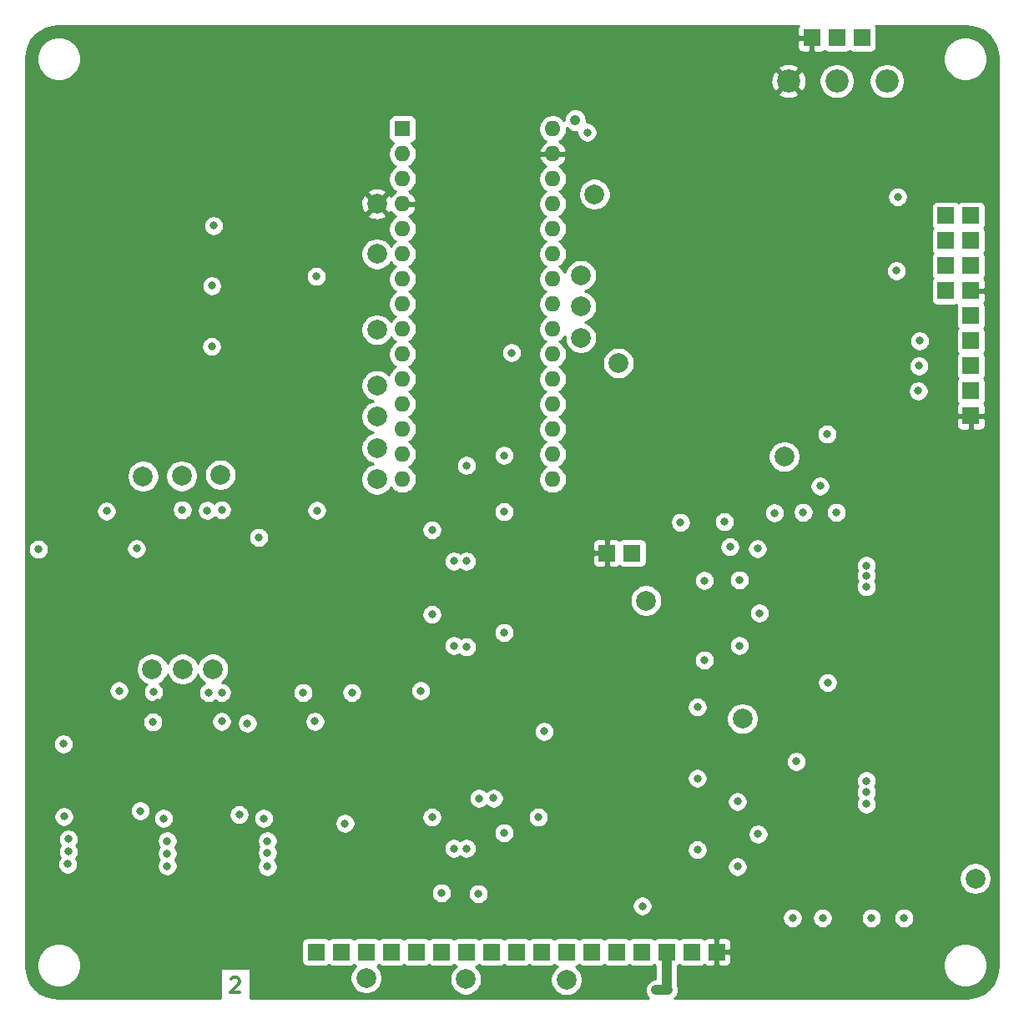
<source format=gbr>
G04 #@! TF.GenerationSoftware,KiCad,Pcbnew,(5.1.5)-3*
G04 #@! TF.CreationDate,2021-09-15T23:35:39+03:00*
G04 #@! TF.ProjectId,PowerPCB,506f7765-7250-4434-922e-6b696361645f,3 Under Design*
G04 #@! TF.SameCoordinates,PX6dac2c0PY8583b00*
G04 #@! TF.FileFunction,Copper,L2,Inr*
G04 #@! TF.FilePolarity,Positive*
%FSLAX46Y46*%
G04 Gerber Fmt 4.6, Leading zero omitted, Abs format (unit mm)*
G04 Created by KiCad (PCBNEW (5.1.5)-3) date 2021-09-15 23:35:39*
%MOMM*%
%LPD*%
G04 APERTURE LIST*
%ADD10C,0.300000*%
%ADD11C,2.000000*%
%ADD12R,1.700000X1.700000*%
%ADD13O,1.600000X1.600000*%
%ADD14R,1.600000X1.600000*%
%ADD15C,2.340000*%
%ADD16C,0.800000*%
%ADD17C,1.000000*%
%ADD18C,0.254000*%
G04 APERTURE END LIST*
D10*
X138506928Y2627572D02*
X138578357Y2699000D01*
X138721214Y2770429D01*
X139078357Y2770429D01*
X139221214Y2699000D01*
X139292642Y2627572D01*
X139364071Y2484715D01*
X139364071Y2341858D01*
X139292642Y2127572D01*
X138435500Y1270429D01*
X139364071Y1270429D01*
D11*
X129555500Y53635900D03*
X133477000Y53657500D03*
D12*
X213550500Y59753500D03*
X213550500Y72453500D03*
X167448000Y5380000D03*
X213550500Y74993500D03*
X172528000Y5380000D03*
X213550500Y77533500D03*
X213550500Y62293500D03*
X169988000Y5380000D03*
X179171600Y45847000D03*
X213550500Y67373500D03*
X213550500Y64833500D03*
X176631600Y45847000D03*
X175068000Y5380000D03*
X213550500Y80073500D03*
X177608000Y5380000D03*
X197421500Y98107500D03*
D11*
X175362600Y82235800D03*
D12*
X199961500Y98107500D03*
X202501500Y98107500D03*
D13*
X171133500Y53317900D03*
X155893500Y53317900D03*
X171133500Y88877900D03*
X155893500Y55857900D03*
X171133500Y86337900D03*
X155893500Y58397900D03*
X171133500Y83797900D03*
X155893500Y60937900D03*
X171133500Y81257900D03*
X155893500Y63477900D03*
X171133500Y78717900D03*
X155893500Y66017900D03*
X171133500Y76177900D03*
X155893500Y68557900D03*
X171133500Y73637900D03*
X155893500Y71097900D03*
X171133500Y71097900D03*
X155893500Y73637900D03*
X171133500Y68557900D03*
X155893500Y76177900D03*
X171133500Y66017900D03*
X155893500Y78717900D03*
X171133500Y63477900D03*
X155893500Y81257900D03*
X171133500Y60937900D03*
X155893500Y83797900D03*
X171133500Y58397900D03*
X155893500Y86337900D03*
X171133500Y55857900D03*
D14*
X155893500Y88877900D03*
D12*
X152208000Y5380000D03*
X157288000Y5380000D03*
X162368000Y5380000D03*
X185228000Y5380000D03*
X211010500Y77533500D03*
X149668000Y5380000D03*
X154748000Y5380000D03*
X211010500Y72453500D03*
X211010500Y74993500D03*
X187768000Y5380000D03*
X159828000Y5380000D03*
X164908000Y5380000D03*
X213550500Y69913500D03*
X182688000Y5380000D03*
X180148000Y5380000D03*
D11*
X173991000Y70843900D03*
X153290000Y53317900D03*
D12*
X147128000Y5380000D03*
D11*
X173991000Y74018900D03*
X153290000Y76177900D03*
X153290000Y56492900D03*
X153290000Y59667900D03*
X153290000Y68494400D03*
D12*
X211010500Y80073500D03*
D11*
X173991000Y67668900D03*
X153290000Y81257900D03*
X153290000Y62842900D03*
X213995000Y12827000D03*
X190373000Y29032200D03*
X137414000Y53784500D03*
X130503300Y34073200D03*
X133576700Y34073200D03*
X136650100Y34073200D03*
X177801000Y65116200D03*
X194627500Y55626000D03*
D15*
X205041500Y93726000D03*
X199961500Y93726000D03*
X195041500Y93726000D03*
D11*
X152196800Y2730500D03*
X180594000Y41021000D03*
X162306000Y2603500D03*
X172529500Y2540000D03*
D16*
X130595500Y11898500D03*
X198628000Y1905000D03*
X167454500Y12595000D03*
X203454000Y1905000D03*
X200850500Y73723500D03*
X187325000Y55118000D03*
X211074000Y83248500D03*
X215328500Y59753500D03*
X192786000Y93726000D03*
X174689500Y86820500D03*
X159898000Y21421500D03*
X157544500Y81232500D03*
X169608500Y43307000D03*
X169799000Y21717000D03*
X206565500Y1905000D03*
X122070500Y30726500D03*
X208026000Y17018000D03*
X140628500Y11898500D03*
X169292000Y86312500D03*
X120840500Y49197500D03*
X131064000Y49261000D03*
X142176500Y49261000D03*
X195389500Y1905000D03*
X120499000Y12089000D03*
X208026000Y38798500D03*
X202692000Y17018000D03*
X164465000Y63500000D03*
X164655500Y7302500D03*
X164528500Y68580000D03*
X118491000Y81470500D03*
X202120500Y62357000D03*
X164592000Y71120000D03*
X157162500Y1841500D03*
X156210000Y47625000D03*
X150939500Y67119500D03*
X202120500Y68516500D03*
X168719500Y9080500D03*
X160020000Y56197500D03*
X149542500Y2476500D03*
X176974500Y58674000D03*
X158051500Y34671000D03*
X202120500Y65087500D03*
X164528500Y60134500D03*
X167449500Y1905000D03*
X140589000Y30734000D03*
X203200000Y57785000D03*
X144970500Y22606000D03*
X202501500Y89281000D03*
X134112000Y78105000D03*
X131064000Y30670500D03*
X147002500Y68072000D03*
X161544000Y11366500D03*
X140906500Y66421000D03*
X137414000Y9080500D03*
X164592000Y73787000D03*
X200596500Y81089500D03*
X118110000Y63500000D03*
X133961500Y65852000D03*
X118173500Y74168000D03*
X212598000Y20193000D03*
X204279500Y77660500D03*
X145796000Y71818500D03*
X184531000Y69596000D03*
X138176000Y70675500D03*
X133985000Y72009000D03*
X184594500Y72834500D03*
X201041000Y1905000D03*
X201549000Y53594000D03*
X124015500Y15938500D03*
X157861000Y70485000D03*
X154178000Y49974500D03*
X173482000Y77089000D03*
X202946000Y43561000D03*
X189865000Y20637500D03*
X185801000Y22987000D03*
X202946000Y44577000D03*
X202946000Y42418000D03*
X195834000Y24701500D03*
X141795500Y18923000D03*
X132016500Y14097000D03*
X185801000Y15748000D03*
X191960500Y17335500D03*
X142176500Y14033500D03*
X121920000Y14287500D03*
X185801000Y30226000D03*
X121539000Y19113500D03*
X189865000Y14033500D03*
X199009000Y32702500D03*
X131635500Y18923000D03*
X184086500Y48958500D03*
X189103000Y46482000D03*
X190055500Y36449000D03*
X173418500Y89789000D03*
X206121000Y81978500D03*
X190055500Y43116500D03*
X205994000Y74485500D03*
X174625000Y88519000D03*
X192087500Y39751000D03*
X188531500Y49022000D03*
X191897000Y46291500D03*
X186499500Y43053000D03*
X186499500Y34988500D03*
X125857000Y50101500D03*
X193611500Y49911000D03*
X199898000Y49974500D03*
X136715500Y79057500D03*
X181610000Y1524000D03*
X198247000Y52641500D03*
X150749000Y31686500D03*
X182753000Y1524000D03*
X157734000Y31877000D03*
X198945500Y57912000D03*
X158877000Y19050000D03*
X158877000Y48196500D03*
X170243500Y27749500D03*
X208343500Y67373500D03*
X147129500Y73914000D03*
X208280000Y64833500D03*
X136207502Y31686500D03*
X145796000Y31686500D03*
X196532500Y49974500D03*
X158877000Y39624000D03*
X136525000Y66802000D03*
X136541990Y72961500D03*
X127127000Y31877000D03*
X147193000Y50165000D03*
X136080500Y50165000D03*
X208216500Y62293500D03*
X129286000Y19685000D03*
X121475500Y26479500D03*
X118935500Y46228000D03*
X139319000Y19304000D03*
X130556000Y28702000D03*
X128905000Y46291500D03*
X150050500Y18415000D03*
X141287500Y47434500D03*
X140144500Y28575000D03*
X133540500Y50228500D03*
X137541000Y50228500D03*
X159829500Y11366500D03*
X163576394Y11277498D03*
X137541000Y28765500D03*
X130619500Y31750000D03*
X169655010Y19050000D03*
X137540999Y31686500D03*
X147002500Y28765500D03*
X121983500Y15557500D03*
X121983500Y16827500D03*
X132016500Y15367000D03*
X132016500Y16637000D03*
X142176500Y15430500D03*
X142176500Y16637000D03*
X166941500Y66167000D03*
X162369500Y36322000D03*
X162369500Y15875000D03*
X162369496Y45021500D03*
X162381050Y54725450D03*
X166179500Y17462500D03*
X166179500Y55752996D03*
X166179500Y50038000D03*
X166179500Y37782500D03*
X161099500Y36449000D03*
X161099500Y15875000D03*
X161099500Y45021500D03*
X165137331Y20966435D03*
X163639500Y20954994D03*
X195453000Y8826500D03*
X202946000Y22733000D03*
X198501000Y8826500D03*
X202946000Y20383500D03*
X180213000Y10033000D03*
X203454000Y8826500D03*
X202946000Y21590000D03*
X206756000Y8826500D03*
D17*
X173418500Y89789000D02*
X173418500Y89725500D01*
X182688000Y1589000D02*
X182753000Y1524000D01*
X181610000Y1524000D02*
X182753000Y1524000D01*
X182688000Y5380000D02*
X182688000Y1589000D01*
D18*
G36*
X196040963Y99311994D02*
G01*
X195981998Y99201680D01*
X195945688Y99081982D01*
X195933428Y98957500D01*
X195936500Y98393250D01*
X196095250Y98234500D01*
X197294500Y98234500D01*
X197294500Y98254500D01*
X197548500Y98254500D01*
X197548500Y98234500D01*
X197568500Y98234500D01*
X197568500Y97980500D01*
X197548500Y97980500D01*
X197548500Y96781250D01*
X197707250Y96622500D01*
X198271500Y96619428D01*
X198395982Y96631688D01*
X198515680Y96667998D01*
X198625994Y96726963D01*
X198691500Y96780722D01*
X198757006Y96726963D01*
X198867320Y96667998D01*
X198987018Y96631688D01*
X199111500Y96619428D01*
X200811500Y96619428D01*
X200935982Y96631688D01*
X201055680Y96667998D01*
X201165994Y96726963D01*
X201231500Y96780722D01*
X201297006Y96726963D01*
X201407320Y96667998D01*
X201527018Y96631688D01*
X201651500Y96619428D01*
X203351500Y96619428D01*
X203475982Y96631688D01*
X203595680Y96667998D01*
X203705994Y96726963D01*
X203802685Y96806315D01*
X203882037Y96903006D01*
X203941002Y97013320D01*
X203977312Y97133018D01*
X203989572Y97257500D01*
X203989572Y98957500D01*
X203977312Y99081982D01*
X203941002Y99201680D01*
X203882037Y99311994D01*
X203859053Y99340000D01*
X212967722Y99340000D01*
X213648126Y99273286D01*
X214271572Y99085057D01*
X214846579Y98779319D01*
X215351247Y98367721D01*
X215766362Y97865933D01*
X216076105Y97293076D01*
X216268682Y96670961D01*
X216340000Y95992416D01*
X216340001Y4032289D01*
X216273286Y3351874D01*
X216085057Y2728430D01*
X215779323Y2153427D01*
X215367721Y1648752D01*
X214865933Y1233638D01*
X214293077Y923896D01*
X213670961Y731318D01*
X212992417Y660000D01*
X183489323Y660000D01*
X183559449Y717551D01*
X183701284Y890377D01*
X183806676Y1087553D01*
X183871577Y1301501D01*
X183893491Y1524000D01*
X183871577Y1746499D01*
X183823000Y1906634D01*
X183823000Y3962317D01*
X183892494Y3999463D01*
X183958000Y4053222D01*
X184023506Y3999463D01*
X184133820Y3940498D01*
X184253518Y3904188D01*
X184378000Y3891928D01*
X186078000Y3891928D01*
X186202482Y3904188D01*
X186322180Y3940498D01*
X186432494Y3999463D01*
X186498000Y4053222D01*
X186563506Y3999463D01*
X186673820Y3940498D01*
X186793518Y3904188D01*
X186918000Y3891928D01*
X187482250Y3895000D01*
X187641000Y4053750D01*
X187641000Y5253000D01*
X187895000Y5253000D01*
X187895000Y4053750D01*
X188053750Y3895000D01*
X188618000Y3891928D01*
X188742482Y3904188D01*
X188862180Y3940498D01*
X188972494Y3999463D01*
X189069185Y4078815D01*
X189148537Y4175506D01*
X189172388Y4220128D01*
X210765000Y4220128D01*
X210765000Y3779872D01*
X210850890Y3348075D01*
X211019369Y2941331D01*
X211263962Y2575271D01*
X211575271Y2263962D01*
X211941331Y2019369D01*
X212348075Y1850890D01*
X212779872Y1765000D01*
X213220128Y1765000D01*
X213651925Y1850890D01*
X214058669Y2019369D01*
X214424729Y2263962D01*
X214736038Y2575271D01*
X214980631Y2941331D01*
X215149110Y3348075D01*
X215235000Y3779872D01*
X215235000Y4220128D01*
X215149110Y4651925D01*
X214980631Y5058669D01*
X214736038Y5424729D01*
X214424729Y5736038D01*
X214058669Y5980631D01*
X213651925Y6149110D01*
X213220128Y6235000D01*
X212779872Y6235000D01*
X212348075Y6149110D01*
X211941331Y5980631D01*
X211575271Y5736038D01*
X211263962Y5424729D01*
X211019369Y5058669D01*
X210850890Y4651925D01*
X210765000Y4220128D01*
X189172388Y4220128D01*
X189207502Y4285820D01*
X189243812Y4405518D01*
X189256072Y4530000D01*
X189253000Y5094250D01*
X189094250Y5253000D01*
X187895000Y5253000D01*
X187641000Y5253000D01*
X187621000Y5253000D01*
X187621000Y5507000D01*
X187641000Y5507000D01*
X187641000Y6706250D01*
X187895000Y6706250D01*
X187895000Y5507000D01*
X189094250Y5507000D01*
X189253000Y5665750D01*
X189256072Y6230000D01*
X189243812Y6354482D01*
X189207502Y6474180D01*
X189148537Y6584494D01*
X189069185Y6681185D01*
X188972494Y6760537D01*
X188862180Y6819502D01*
X188742482Y6855812D01*
X188618000Y6868072D01*
X188053750Y6865000D01*
X187895000Y6706250D01*
X187641000Y6706250D01*
X187482250Y6865000D01*
X186918000Y6868072D01*
X186793518Y6855812D01*
X186673820Y6819502D01*
X186563506Y6760537D01*
X186498000Y6706778D01*
X186432494Y6760537D01*
X186322180Y6819502D01*
X186202482Y6855812D01*
X186078000Y6868072D01*
X184378000Y6868072D01*
X184253518Y6855812D01*
X184133820Y6819502D01*
X184023506Y6760537D01*
X183958000Y6706778D01*
X183892494Y6760537D01*
X183782180Y6819502D01*
X183662482Y6855812D01*
X183538000Y6868072D01*
X181838000Y6868072D01*
X181713518Y6855812D01*
X181593820Y6819502D01*
X181483506Y6760537D01*
X181418000Y6706778D01*
X181352494Y6760537D01*
X181242180Y6819502D01*
X181122482Y6855812D01*
X180998000Y6868072D01*
X179298000Y6868072D01*
X179173518Y6855812D01*
X179053820Y6819502D01*
X178943506Y6760537D01*
X178878000Y6706778D01*
X178812494Y6760537D01*
X178702180Y6819502D01*
X178582482Y6855812D01*
X178458000Y6868072D01*
X176758000Y6868072D01*
X176633518Y6855812D01*
X176513820Y6819502D01*
X176403506Y6760537D01*
X176338000Y6706778D01*
X176272494Y6760537D01*
X176162180Y6819502D01*
X176042482Y6855812D01*
X175918000Y6868072D01*
X174218000Y6868072D01*
X174093518Y6855812D01*
X173973820Y6819502D01*
X173863506Y6760537D01*
X173798000Y6706778D01*
X173732494Y6760537D01*
X173622180Y6819502D01*
X173502482Y6855812D01*
X173378000Y6868072D01*
X171678000Y6868072D01*
X171553518Y6855812D01*
X171433820Y6819502D01*
X171323506Y6760537D01*
X171258000Y6706778D01*
X171192494Y6760537D01*
X171082180Y6819502D01*
X170962482Y6855812D01*
X170838000Y6868072D01*
X169138000Y6868072D01*
X169013518Y6855812D01*
X168893820Y6819502D01*
X168783506Y6760537D01*
X168718000Y6706778D01*
X168652494Y6760537D01*
X168542180Y6819502D01*
X168422482Y6855812D01*
X168298000Y6868072D01*
X166598000Y6868072D01*
X166473518Y6855812D01*
X166353820Y6819502D01*
X166243506Y6760537D01*
X166178000Y6706778D01*
X166112494Y6760537D01*
X166002180Y6819502D01*
X165882482Y6855812D01*
X165758000Y6868072D01*
X164058000Y6868072D01*
X163933518Y6855812D01*
X163813820Y6819502D01*
X163703506Y6760537D01*
X163638000Y6706778D01*
X163572494Y6760537D01*
X163462180Y6819502D01*
X163342482Y6855812D01*
X163218000Y6868072D01*
X161518000Y6868072D01*
X161393518Y6855812D01*
X161273820Y6819502D01*
X161163506Y6760537D01*
X161098000Y6706778D01*
X161032494Y6760537D01*
X160922180Y6819502D01*
X160802482Y6855812D01*
X160678000Y6868072D01*
X158978000Y6868072D01*
X158853518Y6855812D01*
X158733820Y6819502D01*
X158623506Y6760537D01*
X158558000Y6706778D01*
X158492494Y6760537D01*
X158382180Y6819502D01*
X158262482Y6855812D01*
X158138000Y6868072D01*
X156438000Y6868072D01*
X156313518Y6855812D01*
X156193820Y6819502D01*
X156083506Y6760537D01*
X156018000Y6706778D01*
X155952494Y6760537D01*
X155842180Y6819502D01*
X155722482Y6855812D01*
X155598000Y6868072D01*
X153898000Y6868072D01*
X153773518Y6855812D01*
X153653820Y6819502D01*
X153543506Y6760537D01*
X153478000Y6706778D01*
X153412494Y6760537D01*
X153302180Y6819502D01*
X153182482Y6855812D01*
X153058000Y6868072D01*
X151358000Y6868072D01*
X151233518Y6855812D01*
X151113820Y6819502D01*
X151003506Y6760537D01*
X150938000Y6706778D01*
X150872494Y6760537D01*
X150762180Y6819502D01*
X150642482Y6855812D01*
X150518000Y6868072D01*
X148818000Y6868072D01*
X148693518Y6855812D01*
X148573820Y6819502D01*
X148463506Y6760537D01*
X148398000Y6706778D01*
X148332494Y6760537D01*
X148222180Y6819502D01*
X148102482Y6855812D01*
X147978000Y6868072D01*
X146278000Y6868072D01*
X146153518Y6855812D01*
X146033820Y6819502D01*
X145923506Y6760537D01*
X145826815Y6681185D01*
X145747463Y6584494D01*
X145688498Y6474180D01*
X145652188Y6354482D01*
X145639928Y6230000D01*
X145639928Y4530000D01*
X145652188Y4405518D01*
X145688498Y4285820D01*
X145747463Y4175506D01*
X145826815Y4078815D01*
X145923506Y3999463D01*
X146033820Y3940498D01*
X146153518Y3904188D01*
X146278000Y3891928D01*
X147978000Y3891928D01*
X148102482Y3904188D01*
X148222180Y3940498D01*
X148332494Y3999463D01*
X148398000Y4053222D01*
X148463506Y3999463D01*
X148573820Y3940498D01*
X148693518Y3904188D01*
X148818000Y3891928D01*
X150518000Y3891928D01*
X150642482Y3904188D01*
X150762180Y3940498D01*
X150872494Y3999463D01*
X150938000Y4053222D01*
X151003506Y3999463D01*
X151101268Y3947207D01*
X150926813Y3772752D01*
X150747882Y3504963D01*
X150624632Y3207412D01*
X150561800Y2891533D01*
X150561800Y2569467D01*
X150624632Y2253588D01*
X150747882Y1956037D01*
X150926813Y1688248D01*
X151154548Y1460513D01*
X151422337Y1281582D01*
X151719888Y1158332D01*
X152035767Y1095500D01*
X152357833Y1095500D01*
X152673712Y1158332D01*
X152971263Y1281582D01*
X153239052Y1460513D01*
X153466787Y1688248D01*
X153645718Y1956037D01*
X153768968Y2253588D01*
X153831800Y2569467D01*
X153831800Y2891533D01*
X153768968Y3207412D01*
X153645718Y3504963D01*
X153466787Y3772752D01*
X153299772Y3939767D01*
X153302180Y3940498D01*
X153412494Y3999463D01*
X153478000Y4053222D01*
X153543506Y3999463D01*
X153653820Y3940498D01*
X153773518Y3904188D01*
X153898000Y3891928D01*
X155598000Y3891928D01*
X155722482Y3904188D01*
X155842180Y3940498D01*
X155952494Y3999463D01*
X156018000Y4053222D01*
X156083506Y3999463D01*
X156193820Y3940498D01*
X156313518Y3904188D01*
X156438000Y3891928D01*
X158138000Y3891928D01*
X158262482Y3904188D01*
X158382180Y3940498D01*
X158492494Y3999463D01*
X158558000Y4053222D01*
X158623506Y3999463D01*
X158733820Y3940498D01*
X158853518Y3904188D01*
X158978000Y3891928D01*
X160678000Y3891928D01*
X160802482Y3904188D01*
X160922180Y3940498D01*
X161032494Y3999463D01*
X161098000Y4053222D01*
X161163506Y3999463D01*
X161273820Y3940498D01*
X161335868Y3921676D01*
X161263748Y3873487D01*
X161036013Y3645752D01*
X160857082Y3377963D01*
X160733832Y3080412D01*
X160671000Y2764533D01*
X160671000Y2442467D01*
X160733832Y2126588D01*
X160857082Y1829037D01*
X161036013Y1561248D01*
X161263748Y1333513D01*
X161531537Y1154582D01*
X161829088Y1031332D01*
X162144967Y968500D01*
X162467033Y968500D01*
X162782912Y1031332D01*
X163080463Y1154582D01*
X163348252Y1333513D01*
X163575987Y1561248D01*
X163754918Y1829037D01*
X163878168Y2126588D01*
X163941000Y2442467D01*
X163941000Y2764533D01*
X163878168Y3080412D01*
X163754918Y3377963D01*
X163575987Y3645752D01*
X163348252Y3873487D01*
X163307466Y3900739D01*
X163342482Y3904188D01*
X163462180Y3940498D01*
X163572494Y3999463D01*
X163638000Y4053222D01*
X163703506Y3999463D01*
X163813820Y3940498D01*
X163933518Y3904188D01*
X164058000Y3891928D01*
X165758000Y3891928D01*
X165882482Y3904188D01*
X166002180Y3940498D01*
X166112494Y3999463D01*
X166178000Y4053222D01*
X166243506Y3999463D01*
X166353820Y3940498D01*
X166473518Y3904188D01*
X166598000Y3891928D01*
X168298000Y3891928D01*
X168422482Y3904188D01*
X168542180Y3940498D01*
X168652494Y3999463D01*
X168718000Y4053222D01*
X168783506Y3999463D01*
X168893820Y3940498D01*
X169013518Y3904188D01*
X169138000Y3891928D01*
X170838000Y3891928D01*
X170962482Y3904188D01*
X171082180Y3940498D01*
X171192494Y3999463D01*
X171258000Y4053222D01*
X171323506Y3999463D01*
X171433820Y3940498D01*
X171553518Y3904188D01*
X171618632Y3897775D01*
X171487248Y3809987D01*
X171259513Y3582252D01*
X171080582Y3314463D01*
X170957332Y3016912D01*
X170894500Y2701033D01*
X170894500Y2378967D01*
X170957332Y2063088D01*
X171080582Y1765537D01*
X171259513Y1497748D01*
X171487248Y1270013D01*
X171755037Y1091082D01*
X172052588Y967832D01*
X172368467Y905000D01*
X172690533Y905000D01*
X173006412Y967832D01*
X173303963Y1091082D01*
X173571752Y1270013D01*
X173799487Y1497748D01*
X173978418Y1765537D01*
X174101668Y2063088D01*
X174164500Y2378967D01*
X174164500Y2701033D01*
X174101668Y3016912D01*
X173978418Y3314463D01*
X173799487Y3582252D01*
X173571752Y3809987D01*
X173439983Y3898033D01*
X173502482Y3904188D01*
X173622180Y3940498D01*
X173732494Y3999463D01*
X173798000Y4053222D01*
X173863506Y3999463D01*
X173973820Y3940498D01*
X174093518Y3904188D01*
X174218000Y3891928D01*
X175918000Y3891928D01*
X176042482Y3904188D01*
X176162180Y3940498D01*
X176272494Y3999463D01*
X176338000Y4053222D01*
X176403506Y3999463D01*
X176513820Y3940498D01*
X176633518Y3904188D01*
X176758000Y3891928D01*
X178458000Y3891928D01*
X178582482Y3904188D01*
X178702180Y3940498D01*
X178812494Y3999463D01*
X178878000Y4053222D01*
X178943506Y3999463D01*
X179053820Y3940498D01*
X179173518Y3904188D01*
X179298000Y3891928D01*
X180998000Y3891928D01*
X181122482Y3904188D01*
X181242180Y3940498D01*
X181352494Y3999463D01*
X181418000Y4053222D01*
X181483506Y3999463D01*
X181553000Y3962317D01*
X181553001Y2658877D01*
X181387501Y2642577D01*
X181173553Y2577676D01*
X180976377Y2472284D01*
X180803551Y2330449D01*
X180661716Y2157623D01*
X180556324Y1960447D01*
X180491423Y1746499D01*
X180469509Y1524000D01*
X180491423Y1301501D01*
X180556324Y1087553D01*
X180661716Y890377D01*
X180803551Y717551D01*
X180873677Y660000D01*
X140434786Y660000D01*
X140434786Y3739000D01*
X137436215Y3739000D01*
X137436215Y660000D01*
X121032279Y660000D01*
X120351874Y726714D01*
X119728430Y914943D01*
X119153427Y1220677D01*
X118648752Y1632279D01*
X118233638Y2134067D01*
X117923896Y2706923D01*
X117731318Y3329039D01*
X117660000Y4007583D01*
X117660000Y4220128D01*
X118765000Y4220128D01*
X118765000Y3779872D01*
X118850890Y3348075D01*
X119019369Y2941331D01*
X119263962Y2575271D01*
X119575271Y2263962D01*
X119941331Y2019369D01*
X120348075Y1850890D01*
X120779872Y1765000D01*
X121220128Y1765000D01*
X121651925Y1850890D01*
X122058669Y2019369D01*
X122424729Y2263962D01*
X122736038Y2575271D01*
X122980631Y2941331D01*
X123149110Y3348075D01*
X123235000Y3779872D01*
X123235000Y4220128D01*
X123149110Y4651925D01*
X122980631Y5058669D01*
X122736038Y5424729D01*
X122424729Y5736038D01*
X122058669Y5980631D01*
X121651925Y6149110D01*
X121220128Y6235000D01*
X120779872Y6235000D01*
X120348075Y6149110D01*
X119941331Y5980631D01*
X119575271Y5736038D01*
X119263962Y5424729D01*
X119019369Y5058669D01*
X118850890Y4651925D01*
X118765000Y4220128D01*
X117660000Y4220128D01*
X117660000Y8928439D01*
X194418000Y8928439D01*
X194418000Y8724561D01*
X194457774Y8524602D01*
X194535795Y8336244D01*
X194649063Y8166726D01*
X194793226Y8022563D01*
X194962744Y7909295D01*
X195151102Y7831274D01*
X195351061Y7791500D01*
X195554939Y7791500D01*
X195754898Y7831274D01*
X195943256Y7909295D01*
X196112774Y8022563D01*
X196256937Y8166726D01*
X196370205Y8336244D01*
X196448226Y8524602D01*
X196488000Y8724561D01*
X196488000Y8928439D01*
X197466000Y8928439D01*
X197466000Y8724561D01*
X197505774Y8524602D01*
X197583795Y8336244D01*
X197697063Y8166726D01*
X197841226Y8022563D01*
X198010744Y7909295D01*
X198199102Y7831274D01*
X198399061Y7791500D01*
X198602939Y7791500D01*
X198802898Y7831274D01*
X198991256Y7909295D01*
X199160774Y8022563D01*
X199304937Y8166726D01*
X199418205Y8336244D01*
X199496226Y8524602D01*
X199536000Y8724561D01*
X199536000Y8928439D01*
X202419000Y8928439D01*
X202419000Y8724561D01*
X202458774Y8524602D01*
X202536795Y8336244D01*
X202650063Y8166726D01*
X202794226Y8022563D01*
X202963744Y7909295D01*
X203152102Y7831274D01*
X203352061Y7791500D01*
X203555939Y7791500D01*
X203755898Y7831274D01*
X203944256Y7909295D01*
X204113774Y8022563D01*
X204257937Y8166726D01*
X204371205Y8336244D01*
X204449226Y8524602D01*
X204489000Y8724561D01*
X204489000Y8928439D01*
X205721000Y8928439D01*
X205721000Y8724561D01*
X205760774Y8524602D01*
X205838795Y8336244D01*
X205952063Y8166726D01*
X206096226Y8022563D01*
X206265744Y7909295D01*
X206454102Y7831274D01*
X206654061Y7791500D01*
X206857939Y7791500D01*
X207057898Y7831274D01*
X207246256Y7909295D01*
X207415774Y8022563D01*
X207559937Y8166726D01*
X207673205Y8336244D01*
X207751226Y8524602D01*
X207791000Y8724561D01*
X207791000Y8928439D01*
X207751226Y9128398D01*
X207673205Y9316756D01*
X207559937Y9486274D01*
X207415774Y9630437D01*
X207246256Y9743705D01*
X207057898Y9821726D01*
X206857939Y9861500D01*
X206654061Y9861500D01*
X206454102Y9821726D01*
X206265744Y9743705D01*
X206096226Y9630437D01*
X205952063Y9486274D01*
X205838795Y9316756D01*
X205760774Y9128398D01*
X205721000Y8928439D01*
X204489000Y8928439D01*
X204449226Y9128398D01*
X204371205Y9316756D01*
X204257937Y9486274D01*
X204113774Y9630437D01*
X203944256Y9743705D01*
X203755898Y9821726D01*
X203555939Y9861500D01*
X203352061Y9861500D01*
X203152102Y9821726D01*
X202963744Y9743705D01*
X202794226Y9630437D01*
X202650063Y9486274D01*
X202536795Y9316756D01*
X202458774Y9128398D01*
X202419000Y8928439D01*
X199536000Y8928439D01*
X199496226Y9128398D01*
X199418205Y9316756D01*
X199304937Y9486274D01*
X199160774Y9630437D01*
X198991256Y9743705D01*
X198802898Y9821726D01*
X198602939Y9861500D01*
X198399061Y9861500D01*
X198199102Y9821726D01*
X198010744Y9743705D01*
X197841226Y9630437D01*
X197697063Y9486274D01*
X197583795Y9316756D01*
X197505774Y9128398D01*
X197466000Y8928439D01*
X196488000Y8928439D01*
X196448226Y9128398D01*
X196370205Y9316756D01*
X196256937Y9486274D01*
X196112774Y9630437D01*
X195943256Y9743705D01*
X195754898Y9821726D01*
X195554939Y9861500D01*
X195351061Y9861500D01*
X195151102Y9821726D01*
X194962744Y9743705D01*
X194793226Y9630437D01*
X194649063Y9486274D01*
X194535795Y9316756D01*
X194457774Y9128398D01*
X194418000Y8928439D01*
X117660000Y8928439D01*
X117660000Y10134939D01*
X179178000Y10134939D01*
X179178000Y9931061D01*
X179217774Y9731102D01*
X179295795Y9542744D01*
X179409063Y9373226D01*
X179553226Y9229063D01*
X179722744Y9115795D01*
X179911102Y9037774D01*
X180111061Y8998000D01*
X180314939Y8998000D01*
X180514898Y9037774D01*
X180703256Y9115795D01*
X180872774Y9229063D01*
X181016937Y9373226D01*
X181130205Y9542744D01*
X181208226Y9731102D01*
X181248000Y9931061D01*
X181248000Y10134939D01*
X181208226Y10334898D01*
X181130205Y10523256D01*
X181016937Y10692774D01*
X180872774Y10836937D01*
X180703256Y10950205D01*
X180514898Y11028226D01*
X180314939Y11068000D01*
X180111061Y11068000D01*
X179911102Y11028226D01*
X179722744Y10950205D01*
X179553226Y10836937D01*
X179409063Y10692774D01*
X179295795Y10523256D01*
X179217774Y10334898D01*
X179178000Y10134939D01*
X117660000Y10134939D01*
X117660000Y11468439D01*
X158794500Y11468439D01*
X158794500Y11264561D01*
X158834274Y11064602D01*
X158912295Y10876244D01*
X159025563Y10706726D01*
X159169726Y10562563D01*
X159339244Y10449295D01*
X159527602Y10371274D01*
X159727561Y10331500D01*
X159931439Y10331500D01*
X160131398Y10371274D01*
X160319756Y10449295D01*
X160489274Y10562563D01*
X160633437Y10706726D01*
X160746705Y10876244D01*
X160824726Y11064602D01*
X160864500Y11264561D01*
X160864500Y11379437D01*
X162541394Y11379437D01*
X162541394Y11175559D01*
X162581168Y10975600D01*
X162659189Y10787242D01*
X162772457Y10617724D01*
X162916620Y10473561D01*
X163086138Y10360293D01*
X163274496Y10282272D01*
X163474455Y10242498D01*
X163678333Y10242498D01*
X163878292Y10282272D01*
X164066650Y10360293D01*
X164236168Y10473561D01*
X164380331Y10617724D01*
X164493599Y10787242D01*
X164571620Y10975600D01*
X164611394Y11175559D01*
X164611394Y11379437D01*
X164571620Y11579396D01*
X164493599Y11767754D01*
X164380331Y11937272D01*
X164236168Y12081435D01*
X164066650Y12194703D01*
X163878292Y12272724D01*
X163678333Y12312498D01*
X163474455Y12312498D01*
X163274496Y12272724D01*
X163086138Y12194703D01*
X162916620Y12081435D01*
X162772457Y11937272D01*
X162659189Y11767754D01*
X162581168Y11579396D01*
X162541394Y11379437D01*
X160864500Y11379437D01*
X160864500Y11468439D01*
X160824726Y11668398D01*
X160746705Y11856756D01*
X160633437Y12026274D01*
X160489274Y12170437D01*
X160319756Y12283705D01*
X160131398Y12361726D01*
X159931439Y12401500D01*
X159727561Y12401500D01*
X159527602Y12361726D01*
X159339244Y12283705D01*
X159169726Y12170437D01*
X159025563Y12026274D01*
X158912295Y11856756D01*
X158834274Y11668398D01*
X158794500Y11468439D01*
X117660000Y11468439D01*
X117660000Y12988033D01*
X212360000Y12988033D01*
X212360000Y12665967D01*
X212422832Y12350088D01*
X212546082Y12052537D01*
X212725013Y11784748D01*
X212952748Y11557013D01*
X213220537Y11378082D01*
X213518088Y11254832D01*
X213833967Y11192000D01*
X214156033Y11192000D01*
X214471912Y11254832D01*
X214769463Y11378082D01*
X215037252Y11557013D01*
X215264987Y11784748D01*
X215443918Y12052537D01*
X215567168Y12350088D01*
X215630000Y12665967D01*
X215630000Y12988033D01*
X215567168Y13303912D01*
X215443918Y13601463D01*
X215264987Y13869252D01*
X215037252Y14096987D01*
X214769463Y14275918D01*
X214471912Y14399168D01*
X214156033Y14462000D01*
X213833967Y14462000D01*
X213518088Y14399168D01*
X213220537Y14275918D01*
X212952748Y14096987D01*
X212725013Y13869252D01*
X212546082Y13601463D01*
X212422832Y13303912D01*
X212360000Y12988033D01*
X117660000Y12988033D01*
X117660000Y14389439D01*
X120885000Y14389439D01*
X120885000Y14185561D01*
X120924774Y13985602D01*
X121002795Y13797244D01*
X121116063Y13627726D01*
X121260226Y13483563D01*
X121429744Y13370295D01*
X121618102Y13292274D01*
X121818061Y13252500D01*
X122021939Y13252500D01*
X122221898Y13292274D01*
X122410256Y13370295D01*
X122579774Y13483563D01*
X122723937Y13627726D01*
X122837205Y13797244D01*
X122915226Y13985602D01*
X122955000Y14185561D01*
X122955000Y14389439D01*
X122915226Y14589398D01*
X122837205Y14777756D01*
X122769218Y14879507D01*
X122787437Y14897726D01*
X122900705Y15067244D01*
X122978726Y15255602D01*
X123018500Y15455561D01*
X123018500Y15659439D01*
X122978726Y15859398D01*
X122900705Y16047756D01*
X122803990Y16192500D01*
X122900705Y16337244D01*
X122978726Y16525602D01*
X123018500Y16725561D01*
X123018500Y16738939D01*
X130981500Y16738939D01*
X130981500Y16535061D01*
X131021274Y16335102D01*
X131099295Y16146744D01*
X131196010Y16002000D01*
X131099295Y15857256D01*
X131021274Y15668898D01*
X130981500Y15468939D01*
X130981500Y15265061D01*
X131021274Y15065102D01*
X131099295Y14876744D01*
X131196010Y14732000D01*
X131099295Y14587256D01*
X131021274Y14398898D01*
X130981500Y14198939D01*
X130981500Y13995061D01*
X131021274Y13795102D01*
X131099295Y13606744D01*
X131212563Y13437226D01*
X131356726Y13293063D01*
X131526244Y13179795D01*
X131714602Y13101774D01*
X131914561Y13062000D01*
X132118439Y13062000D01*
X132318398Y13101774D01*
X132506756Y13179795D01*
X132676274Y13293063D01*
X132820437Y13437226D01*
X132933705Y13606744D01*
X133011726Y13795102D01*
X133051500Y13995061D01*
X133051500Y14198939D01*
X133011726Y14398898D01*
X132933705Y14587256D01*
X132836990Y14732000D01*
X132933705Y14876744D01*
X133011726Y15065102D01*
X133051500Y15265061D01*
X133051500Y15468939D01*
X133011726Y15668898D01*
X132933705Y15857256D01*
X132836990Y16002000D01*
X132933705Y16146744D01*
X133011726Y16335102D01*
X133051500Y16535061D01*
X133051500Y16738939D01*
X141141500Y16738939D01*
X141141500Y16535061D01*
X141181274Y16335102D01*
X141259295Y16146744D01*
X141334795Y16033750D01*
X141259295Y15920756D01*
X141181274Y15732398D01*
X141141500Y15532439D01*
X141141500Y15328561D01*
X141181274Y15128602D01*
X141259295Y14940244D01*
X141372563Y14770726D01*
X141411289Y14732000D01*
X141372563Y14693274D01*
X141259295Y14523756D01*
X141181274Y14335398D01*
X141141500Y14135439D01*
X141141500Y13931561D01*
X141181274Y13731602D01*
X141259295Y13543244D01*
X141372563Y13373726D01*
X141516726Y13229563D01*
X141686244Y13116295D01*
X141874602Y13038274D01*
X142074561Y12998500D01*
X142278439Y12998500D01*
X142478398Y13038274D01*
X142666756Y13116295D01*
X142836274Y13229563D01*
X142980437Y13373726D01*
X143093705Y13543244D01*
X143171726Y13731602D01*
X143211500Y13931561D01*
X143211500Y14135439D01*
X188830000Y14135439D01*
X188830000Y13931561D01*
X188869774Y13731602D01*
X188947795Y13543244D01*
X189061063Y13373726D01*
X189205226Y13229563D01*
X189374744Y13116295D01*
X189563102Y13038274D01*
X189763061Y12998500D01*
X189966939Y12998500D01*
X190166898Y13038274D01*
X190355256Y13116295D01*
X190524774Y13229563D01*
X190668937Y13373726D01*
X190782205Y13543244D01*
X190860226Y13731602D01*
X190900000Y13931561D01*
X190900000Y14135439D01*
X190860226Y14335398D01*
X190782205Y14523756D01*
X190668937Y14693274D01*
X190524774Y14837437D01*
X190355256Y14950705D01*
X190166898Y15028726D01*
X189966939Y15068500D01*
X189763061Y15068500D01*
X189563102Y15028726D01*
X189374744Y14950705D01*
X189205226Y14837437D01*
X189061063Y14693274D01*
X188947795Y14523756D01*
X188869774Y14335398D01*
X188830000Y14135439D01*
X143211500Y14135439D01*
X143171726Y14335398D01*
X143093705Y14523756D01*
X142980437Y14693274D01*
X142941711Y14732000D01*
X142980437Y14770726D01*
X143093705Y14940244D01*
X143171726Y15128602D01*
X143211500Y15328561D01*
X143211500Y15532439D01*
X143171726Y15732398D01*
X143093705Y15920756D01*
X143056165Y15976939D01*
X160064500Y15976939D01*
X160064500Y15773061D01*
X160104274Y15573102D01*
X160182295Y15384744D01*
X160295563Y15215226D01*
X160439726Y15071063D01*
X160609244Y14957795D01*
X160797602Y14879774D01*
X160997561Y14840000D01*
X161201439Y14840000D01*
X161401398Y14879774D01*
X161589756Y14957795D01*
X161734500Y15054510D01*
X161879244Y14957795D01*
X162067602Y14879774D01*
X162267561Y14840000D01*
X162471439Y14840000D01*
X162671398Y14879774D01*
X162859756Y14957795D01*
X163029274Y15071063D01*
X163173437Y15215226D01*
X163286705Y15384744D01*
X163364726Y15573102D01*
X163404500Y15773061D01*
X163404500Y15849939D01*
X184766000Y15849939D01*
X184766000Y15646061D01*
X184805774Y15446102D01*
X184883795Y15257744D01*
X184997063Y15088226D01*
X185141226Y14944063D01*
X185310744Y14830795D01*
X185499102Y14752774D01*
X185699061Y14713000D01*
X185902939Y14713000D01*
X186102898Y14752774D01*
X186291256Y14830795D01*
X186460774Y14944063D01*
X186604937Y15088226D01*
X186718205Y15257744D01*
X186796226Y15446102D01*
X186836000Y15646061D01*
X186836000Y15849939D01*
X186796226Y16049898D01*
X186718205Y16238256D01*
X186604937Y16407774D01*
X186460774Y16551937D01*
X186291256Y16665205D01*
X186102898Y16743226D01*
X185902939Y16783000D01*
X185699061Y16783000D01*
X185499102Y16743226D01*
X185310744Y16665205D01*
X185141226Y16551937D01*
X184997063Y16407774D01*
X184883795Y16238256D01*
X184805774Y16049898D01*
X184766000Y15849939D01*
X163404500Y15849939D01*
X163404500Y15976939D01*
X163364726Y16176898D01*
X163286705Y16365256D01*
X163173437Y16534774D01*
X163029274Y16678937D01*
X162859756Y16792205D01*
X162671398Y16870226D01*
X162471439Y16910000D01*
X162267561Y16910000D01*
X162067602Y16870226D01*
X161879244Y16792205D01*
X161734500Y16695490D01*
X161589756Y16792205D01*
X161401398Y16870226D01*
X161201439Y16910000D01*
X160997561Y16910000D01*
X160797602Y16870226D01*
X160609244Y16792205D01*
X160439726Y16678937D01*
X160295563Y16534774D01*
X160182295Y16365256D01*
X160104274Y16176898D01*
X160064500Y15976939D01*
X143056165Y15976939D01*
X143018205Y16033750D01*
X143093705Y16146744D01*
X143171726Y16335102D01*
X143211500Y16535061D01*
X143211500Y16738939D01*
X143171726Y16938898D01*
X143093705Y17127256D01*
X142980437Y17296774D01*
X142836274Y17440937D01*
X142666756Y17554205D01*
X142478398Y17632226D01*
X142278439Y17672000D01*
X142074561Y17672000D01*
X141874602Y17632226D01*
X141686244Y17554205D01*
X141516726Y17440937D01*
X141372563Y17296774D01*
X141259295Y17127256D01*
X141181274Y16938898D01*
X141141500Y16738939D01*
X133051500Y16738939D01*
X133011726Y16938898D01*
X132933705Y17127256D01*
X132820437Y17296774D01*
X132676274Y17440937D01*
X132506756Y17554205D01*
X132318398Y17632226D01*
X132118439Y17672000D01*
X131914561Y17672000D01*
X131714602Y17632226D01*
X131526244Y17554205D01*
X131356726Y17440937D01*
X131212563Y17296774D01*
X131099295Y17127256D01*
X131021274Y16938898D01*
X130981500Y16738939D01*
X123018500Y16738939D01*
X123018500Y16929439D01*
X122978726Y17129398D01*
X122900705Y17317756D01*
X122787437Y17487274D01*
X122643274Y17631437D01*
X122473756Y17744705D01*
X122285398Y17822726D01*
X122085439Y17862500D01*
X121881561Y17862500D01*
X121681602Y17822726D01*
X121493244Y17744705D01*
X121323726Y17631437D01*
X121179563Y17487274D01*
X121066295Y17317756D01*
X120988274Y17129398D01*
X120948500Y16929439D01*
X120948500Y16725561D01*
X120988274Y16525602D01*
X121066295Y16337244D01*
X121163010Y16192500D01*
X121066295Y16047756D01*
X120988274Y15859398D01*
X120948500Y15659439D01*
X120948500Y15455561D01*
X120988274Y15255602D01*
X121066295Y15067244D01*
X121134282Y14965493D01*
X121116063Y14947274D01*
X121002795Y14777756D01*
X120924774Y14589398D01*
X120885000Y14389439D01*
X117660000Y14389439D01*
X117660000Y19215439D01*
X120504000Y19215439D01*
X120504000Y19011561D01*
X120543774Y18811602D01*
X120621795Y18623244D01*
X120735063Y18453726D01*
X120879226Y18309563D01*
X121048744Y18196295D01*
X121237102Y18118274D01*
X121437061Y18078500D01*
X121640939Y18078500D01*
X121840898Y18118274D01*
X122029256Y18196295D01*
X122198774Y18309563D01*
X122342937Y18453726D01*
X122456205Y18623244D01*
X122534226Y18811602D01*
X122574000Y19011561D01*
X122574000Y19215439D01*
X122534226Y19415398D01*
X122456205Y19603756D01*
X122342937Y19773274D01*
X122329272Y19786939D01*
X128251000Y19786939D01*
X128251000Y19583061D01*
X128290774Y19383102D01*
X128368795Y19194744D01*
X128482063Y19025226D01*
X128626226Y18881063D01*
X128795744Y18767795D01*
X128984102Y18689774D01*
X129184061Y18650000D01*
X129387939Y18650000D01*
X129587898Y18689774D01*
X129776256Y18767795D01*
X129945774Y18881063D01*
X130089650Y19024939D01*
X130600500Y19024939D01*
X130600500Y18821061D01*
X130640274Y18621102D01*
X130718295Y18432744D01*
X130831563Y18263226D01*
X130975726Y18119063D01*
X131145244Y18005795D01*
X131333602Y17927774D01*
X131533561Y17888000D01*
X131737439Y17888000D01*
X131937398Y17927774D01*
X132125756Y18005795D01*
X132295274Y18119063D01*
X132439437Y18263226D01*
X132552705Y18432744D01*
X132630726Y18621102D01*
X132670500Y18821061D01*
X132670500Y19024939D01*
X132630726Y19224898D01*
X132555736Y19405939D01*
X138284000Y19405939D01*
X138284000Y19202061D01*
X138323774Y19002102D01*
X138401795Y18813744D01*
X138515063Y18644226D01*
X138659226Y18500063D01*
X138828744Y18386795D01*
X139017102Y18308774D01*
X139217061Y18269000D01*
X139420939Y18269000D01*
X139620898Y18308774D01*
X139809256Y18386795D01*
X139978774Y18500063D01*
X140122937Y18644226D01*
X140236205Y18813744D01*
X140314226Y19002102D01*
X140318768Y19024939D01*
X140760500Y19024939D01*
X140760500Y18821061D01*
X140800274Y18621102D01*
X140878295Y18432744D01*
X140991563Y18263226D01*
X141135726Y18119063D01*
X141305244Y18005795D01*
X141493602Y17927774D01*
X141693561Y17888000D01*
X141897439Y17888000D01*
X142097398Y17927774D01*
X142285756Y18005795D01*
X142455274Y18119063D01*
X142599437Y18263226D01*
X142712705Y18432744D01*
X142747579Y18516939D01*
X149015500Y18516939D01*
X149015500Y18313061D01*
X149055274Y18113102D01*
X149133295Y17924744D01*
X149246563Y17755226D01*
X149390726Y17611063D01*
X149560244Y17497795D01*
X149748602Y17419774D01*
X149948561Y17380000D01*
X150152439Y17380000D01*
X150352398Y17419774D01*
X150540756Y17497795D01*
X150640496Y17564439D01*
X165144500Y17564439D01*
X165144500Y17360561D01*
X165184274Y17160602D01*
X165262295Y16972244D01*
X165375563Y16802726D01*
X165519726Y16658563D01*
X165689244Y16545295D01*
X165877602Y16467274D01*
X166077561Y16427500D01*
X166281439Y16427500D01*
X166481398Y16467274D01*
X166669756Y16545295D01*
X166839274Y16658563D01*
X166983437Y16802726D01*
X167096705Y16972244D01*
X167174726Y17160602D01*
X167214500Y17360561D01*
X167214500Y17437439D01*
X190925500Y17437439D01*
X190925500Y17233561D01*
X190965274Y17033602D01*
X191043295Y16845244D01*
X191156563Y16675726D01*
X191300726Y16531563D01*
X191470244Y16418295D01*
X191658602Y16340274D01*
X191858561Y16300500D01*
X192062439Y16300500D01*
X192262398Y16340274D01*
X192450756Y16418295D01*
X192620274Y16531563D01*
X192764437Y16675726D01*
X192877705Y16845244D01*
X192955726Y17033602D01*
X192995500Y17233561D01*
X192995500Y17437439D01*
X192955726Y17637398D01*
X192877705Y17825756D01*
X192764437Y17995274D01*
X192620274Y18139437D01*
X192450756Y18252705D01*
X192262398Y18330726D01*
X192062439Y18370500D01*
X191858561Y18370500D01*
X191658602Y18330726D01*
X191470244Y18252705D01*
X191300726Y18139437D01*
X191156563Y17995274D01*
X191043295Y17825756D01*
X190965274Y17637398D01*
X190925500Y17437439D01*
X167214500Y17437439D01*
X167214500Y17564439D01*
X167174726Y17764398D01*
X167096705Y17952756D01*
X166983437Y18122274D01*
X166839274Y18266437D01*
X166669756Y18379705D01*
X166481398Y18457726D01*
X166281439Y18497500D01*
X166077561Y18497500D01*
X165877602Y18457726D01*
X165689244Y18379705D01*
X165519726Y18266437D01*
X165375563Y18122274D01*
X165262295Y17952756D01*
X165184274Y17764398D01*
X165144500Y17564439D01*
X150640496Y17564439D01*
X150710274Y17611063D01*
X150854437Y17755226D01*
X150967705Y17924744D01*
X151045726Y18113102D01*
X151085500Y18313061D01*
X151085500Y18516939D01*
X151045726Y18716898D01*
X150967705Y18905256D01*
X150854437Y19074774D01*
X150777272Y19151939D01*
X157842000Y19151939D01*
X157842000Y18948061D01*
X157881774Y18748102D01*
X157959795Y18559744D01*
X158073063Y18390226D01*
X158217226Y18246063D01*
X158386744Y18132795D01*
X158575102Y18054774D01*
X158775061Y18015000D01*
X158978939Y18015000D01*
X159178898Y18054774D01*
X159367256Y18132795D01*
X159536774Y18246063D01*
X159680937Y18390226D01*
X159794205Y18559744D01*
X159872226Y18748102D01*
X159912000Y18948061D01*
X159912000Y19151939D01*
X168620010Y19151939D01*
X168620010Y18948061D01*
X168659784Y18748102D01*
X168737805Y18559744D01*
X168851073Y18390226D01*
X168995236Y18246063D01*
X169164754Y18132795D01*
X169353112Y18054774D01*
X169553071Y18015000D01*
X169756949Y18015000D01*
X169956908Y18054774D01*
X170145266Y18132795D01*
X170314784Y18246063D01*
X170458947Y18390226D01*
X170572215Y18559744D01*
X170650236Y18748102D01*
X170690010Y18948061D01*
X170690010Y19151939D01*
X170650236Y19351898D01*
X170572215Y19540256D01*
X170458947Y19709774D01*
X170314784Y19853937D01*
X170145266Y19967205D01*
X169956908Y20045226D01*
X169756949Y20085000D01*
X169553071Y20085000D01*
X169353112Y20045226D01*
X169164754Y19967205D01*
X168995236Y19853937D01*
X168851073Y19709774D01*
X168737805Y19540256D01*
X168659784Y19351898D01*
X168620010Y19151939D01*
X159912000Y19151939D01*
X159872226Y19351898D01*
X159794205Y19540256D01*
X159680937Y19709774D01*
X159536774Y19853937D01*
X159367256Y19967205D01*
X159178898Y20045226D01*
X158978939Y20085000D01*
X158775061Y20085000D01*
X158575102Y20045226D01*
X158386744Y19967205D01*
X158217226Y19853937D01*
X158073063Y19709774D01*
X157959795Y19540256D01*
X157881774Y19351898D01*
X157842000Y19151939D01*
X150777272Y19151939D01*
X150710274Y19218937D01*
X150540756Y19332205D01*
X150352398Y19410226D01*
X150152439Y19450000D01*
X149948561Y19450000D01*
X149748602Y19410226D01*
X149560244Y19332205D01*
X149390726Y19218937D01*
X149246563Y19074774D01*
X149133295Y18905256D01*
X149055274Y18716898D01*
X149015500Y18516939D01*
X142747579Y18516939D01*
X142790726Y18621102D01*
X142830500Y18821061D01*
X142830500Y19024939D01*
X142790726Y19224898D01*
X142712705Y19413256D01*
X142599437Y19582774D01*
X142455274Y19726937D01*
X142285756Y19840205D01*
X142097398Y19918226D01*
X141897439Y19958000D01*
X141693561Y19958000D01*
X141493602Y19918226D01*
X141305244Y19840205D01*
X141135726Y19726937D01*
X140991563Y19582774D01*
X140878295Y19413256D01*
X140800274Y19224898D01*
X140760500Y19024939D01*
X140318768Y19024939D01*
X140354000Y19202061D01*
X140354000Y19405939D01*
X140314226Y19605898D01*
X140236205Y19794256D01*
X140122937Y19963774D01*
X139978774Y20107937D01*
X139809256Y20221205D01*
X139620898Y20299226D01*
X139420939Y20339000D01*
X139217061Y20339000D01*
X139017102Y20299226D01*
X138828744Y20221205D01*
X138659226Y20107937D01*
X138515063Y19963774D01*
X138401795Y19794256D01*
X138323774Y19605898D01*
X138284000Y19405939D01*
X132555736Y19405939D01*
X132552705Y19413256D01*
X132439437Y19582774D01*
X132295274Y19726937D01*
X132125756Y19840205D01*
X131937398Y19918226D01*
X131737439Y19958000D01*
X131533561Y19958000D01*
X131333602Y19918226D01*
X131145244Y19840205D01*
X130975726Y19726937D01*
X130831563Y19582774D01*
X130718295Y19413256D01*
X130640274Y19224898D01*
X130600500Y19024939D01*
X130089650Y19024939D01*
X130089937Y19025226D01*
X130203205Y19194744D01*
X130281226Y19383102D01*
X130321000Y19583061D01*
X130321000Y19786939D01*
X130281226Y19986898D01*
X130203205Y20175256D01*
X130089937Y20344774D01*
X129945774Y20488937D01*
X129776256Y20602205D01*
X129587898Y20680226D01*
X129387939Y20720000D01*
X129184061Y20720000D01*
X128984102Y20680226D01*
X128795744Y20602205D01*
X128626226Y20488937D01*
X128482063Y20344774D01*
X128368795Y20175256D01*
X128290774Y19986898D01*
X128251000Y19786939D01*
X122329272Y19786939D01*
X122198774Y19917437D01*
X122029256Y20030705D01*
X121840898Y20108726D01*
X121640939Y20148500D01*
X121437061Y20148500D01*
X121237102Y20108726D01*
X121048744Y20030705D01*
X120879226Y19917437D01*
X120735063Y19773274D01*
X120621795Y19603756D01*
X120543774Y19415398D01*
X120504000Y19215439D01*
X117660000Y19215439D01*
X117660000Y21056933D01*
X162604500Y21056933D01*
X162604500Y20853055D01*
X162644274Y20653096D01*
X162722295Y20464738D01*
X162835563Y20295220D01*
X162979726Y20151057D01*
X163149244Y20037789D01*
X163337602Y19959768D01*
X163537561Y19919994D01*
X163741439Y19919994D01*
X163941398Y19959768D01*
X164129756Y20037789D01*
X164299274Y20151057D01*
X164394136Y20245919D01*
X164477557Y20162498D01*
X164647075Y20049230D01*
X164835433Y19971209D01*
X165035392Y19931435D01*
X165239270Y19931435D01*
X165439229Y19971209D01*
X165627587Y20049230D01*
X165797105Y20162498D01*
X165941268Y20306661D01*
X166054536Y20476179D01*
X166132557Y20664537D01*
X166147455Y20739439D01*
X188830000Y20739439D01*
X188830000Y20535561D01*
X188869774Y20335602D01*
X188947795Y20147244D01*
X189061063Y19977726D01*
X189205226Y19833563D01*
X189374744Y19720295D01*
X189563102Y19642274D01*
X189763061Y19602500D01*
X189966939Y19602500D01*
X190166898Y19642274D01*
X190355256Y19720295D01*
X190524774Y19833563D01*
X190668937Y19977726D01*
X190782205Y20147244D01*
X190860226Y20335602D01*
X190900000Y20535561D01*
X190900000Y20739439D01*
X190860226Y20939398D01*
X190782205Y21127756D01*
X190668937Y21297274D01*
X190524774Y21441437D01*
X190355256Y21554705D01*
X190166898Y21632726D01*
X189966939Y21672500D01*
X189763061Y21672500D01*
X189563102Y21632726D01*
X189374744Y21554705D01*
X189205226Y21441437D01*
X189061063Y21297274D01*
X188947795Y21127756D01*
X188869774Y20939398D01*
X188830000Y20739439D01*
X166147455Y20739439D01*
X166172331Y20864496D01*
X166172331Y21068374D01*
X166132557Y21268333D01*
X166054536Y21456691D01*
X165941268Y21626209D01*
X165797105Y21770372D01*
X165627587Y21883640D01*
X165439229Y21961661D01*
X165239270Y22001435D01*
X165035392Y22001435D01*
X164835433Y21961661D01*
X164647075Y21883640D01*
X164477557Y21770372D01*
X164382695Y21675510D01*
X164299274Y21758931D01*
X164129756Y21872199D01*
X163941398Y21950220D01*
X163741439Y21989994D01*
X163537561Y21989994D01*
X163337602Y21950220D01*
X163149244Y21872199D01*
X162979726Y21758931D01*
X162835563Y21614768D01*
X162722295Y21445250D01*
X162644274Y21256892D01*
X162604500Y21056933D01*
X117660000Y21056933D01*
X117660000Y23088939D01*
X184766000Y23088939D01*
X184766000Y22885061D01*
X184805774Y22685102D01*
X184883795Y22496744D01*
X184997063Y22327226D01*
X185141226Y22183063D01*
X185310744Y22069795D01*
X185499102Y21991774D01*
X185699061Y21952000D01*
X185902939Y21952000D01*
X186102898Y21991774D01*
X186291256Y22069795D01*
X186460774Y22183063D01*
X186604937Y22327226D01*
X186718205Y22496744D01*
X186796226Y22685102D01*
X186826030Y22834939D01*
X201911000Y22834939D01*
X201911000Y22631061D01*
X201950774Y22431102D01*
X202028795Y22242744D01*
X202083080Y22161500D01*
X202028795Y22080256D01*
X201950774Y21891898D01*
X201911000Y21691939D01*
X201911000Y21488061D01*
X201950774Y21288102D01*
X202028795Y21099744D01*
X202104295Y20986750D01*
X202028795Y20873756D01*
X201950774Y20685398D01*
X201911000Y20485439D01*
X201911000Y20281561D01*
X201950774Y20081602D01*
X202028795Y19893244D01*
X202142063Y19723726D01*
X202286226Y19579563D01*
X202455744Y19466295D01*
X202644102Y19388274D01*
X202844061Y19348500D01*
X203047939Y19348500D01*
X203247898Y19388274D01*
X203436256Y19466295D01*
X203605774Y19579563D01*
X203749937Y19723726D01*
X203863205Y19893244D01*
X203941226Y20081602D01*
X203981000Y20281561D01*
X203981000Y20485439D01*
X203941226Y20685398D01*
X203863205Y20873756D01*
X203787705Y20986750D01*
X203863205Y21099744D01*
X203941226Y21288102D01*
X203981000Y21488061D01*
X203981000Y21691939D01*
X203941226Y21891898D01*
X203863205Y22080256D01*
X203808920Y22161500D01*
X203863205Y22242744D01*
X203941226Y22431102D01*
X203981000Y22631061D01*
X203981000Y22834939D01*
X203941226Y23034898D01*
X203863205Y23223256D01*
X203749937Y23392774D01*
X203605774Y23536937D01*
X203436256Y23650205D01*
X203247898Y23728226D01*
X203047939Y23768000D01*
X202844061Y23768000D01*
X202644102Y23728226D01*
X202455744Y23650205D01*
X202286226Y23536937D01*
X202142063Y23392774D01*
X202028795Y23223256D01*
X201950774Y23034898D01*
X201911000Y22834939D01*
X186826030Y22834939D01*
X186836000Y22885061D01*
X186836000Y23088939D01*
X186796226Y23288898D01*
X186718205Y23477256D01*
X186604937Y23646774D01*
X186460774Y23790937D01*
X186291256Y23904205D01*
X186102898Y23982226D01*
X185902939Y24022000D01*
X185699061Y24022000D01*
X185499102Y23982226D01*
X185310744Y23904205D01*
X185141226Y23790937D01*
X184997063Y23646774D01*
X184883795Y23477256D01*
X184805774Y23288898D01*
X184766000Y23088939D01*
X117660000Y23088939D01*
X117660000Y24803439D01*
X194799000Y24803439D01*
X194799000Y24599561D01*
X194838774Y24399602D01*
X194916795Y24211244D01*
X195030063Y24041726D01*
X195174226Y23897563D01*
X195343744Y23784295D01*
X195532102Y23706274D01*
X195732061Y23666500D01*
X195935939Y23666500D01*
X196135898Y23706274D01*
X196324256Y23784295D01*
X196493774Y23897563D01*
X196637937Y24041726D01*
X196751205Y24211244D01*
X196829226Y24399602D01*
X196869000Y24599561D01*
X196869000Y24803439D01*
X196829226Y25003398D01*
X196751205Y25191756D01*
X196637937Y25361274D01*
X196493774Y25505437D01*
X196324256Y25618705D01*
X196135898Y25696726D01*
X195935939Y25736500D01*
X195732061Y25736500D01*
X195532102Y25696726D01*
X195343744Y25618705D01*
X195174226Y25505437D01*
X195030063Y25361274D01*
X194916795Y25191756D01*
X194838774Y25003398D01*
X194799000Y24803439D01*
X117660000Y24803439D01*
X117660000Y26581439D01*
X120440500Y26581439D01*
X120440500Y26377561D01*
X120480274Y26177602D01*
X120558295Y25989244D01*
X120671563Y25819726D01*
X120815726Y25675563D01*
X120985244Y25562295D01*
X121173602Y25484274D01*
X121373561Y25444500D01*
X121577439Y25444500D01*
X121777398Y25484274D01*
X121965756Y25562295D01*
X122135274Y25675563D01*
X122279437Y25819726D01*
X122392705Y25989244D01*
X122470726Y26177602D01*
X122510500Y26377561D01*
X122510500Y26581439D01*
X122470726Y26781398D01*
X122392705Y26969756D01*
X122279437Y27139274D01*
X122135274Y27283437D01*
X121965756Y27396705D01*
X121777398Y27474726D01*
X121577439Y27514500D01*
X121373561Y27514500D01*
X121173602Y27474726D01*
X120985244Y27396705D01*
X120815726Y27283437D01*
X120671563Y27139274D01*
X120558295Y26969756D01*
X120480274Y26781398D01*
X120440500Y26581439D01*
X117660000Y26581439D01*
X117660000Y28803939D01*
X129521000Y28803939D01*
X129521000Y28600061D01*
X129560774Y28400102D01*
X129638795Y28211744D01*
X129752063Y28042226D01*
X129896226Y27898063D01*
X130065744Y27784795D01*
X130254102Y27706774D01*
X130454061Y27667000D01*
X130657939Y27667000D01*
X130857898Y27706774D01*
X131046256Y27784795D01*
X131215774Y27898063D01*
X131359937Y28042226D01*
X131473205Y28211744D01*
X131551226Y28400102D01*
X131591000Y28600061D01*
X131591000Y28803939D01*
X131578370Y28867439D01*
X136506000Y28867439D01*
X136506000Y28663561D01*
X136545774Y28463602D01*
X136623795Y28275244D01*
X136737063Y28105726D01*
X136881226Y27961563D01*
X137050744Y27848295D01*
X137239102Y27770274D01*
X137439061Y27730500D01*
X137642939Y27730500D01*
X137842898Y27770274D01*
X138031256Y27848295D01*
X138200774Y27961563D01*
X138344937Y28105726D01*
X138458205Y28275244D01*
X138536226Y28463602D01*
X138576000Y28663561D01*
X138576000Y28676939D01*
X139109500Y28676939D01*
X139109500Y28473061D01*
X139149274Y28273102D01*
X139227295Y28084744D01*
X139340563Y27915226D01*
X139484726Y27771063D01*
X139654244Y27657795D01*
X139842602Y27579774D01*
X140042561Y27540000D01*
X140246439Y27540000D01*
X140446398Y27579774D01*
X140634756Y27657795D01*
X140804274Y27771063D01*
X140948437Y27915226D01*
X141061705Y28084744D01*
X141139726Y28273102D01*
X141179500Y28473061D01*
X141179500Y28676939D01*
X141141608Y28867439D01*
X145967500Y28867439D01*
X145967500Y28663561D01*
X146007274Y28463602D01*
X146085295Y28275244D01*
X146198563Y28105726D01*
X146342726Y27961563D01*
X146512244Y27848295D01*
X146700602Y27770274D01*
X146900561Y27730500D01*
X147104439Y27730500D01*
X147304398Y27770274D01*
X147492756Y27848295D01*
X147497461Y27851439D01*
X169208500Y27851439D01*
X169208500Y27647561D01*
X169248274Y27447602D01*
X169326295Y27259244D01*
X169439563Y27089726D01*
X169583726Y26945563D01*
X169753244Y26832295D01*
X169941602Y26754274D01*
X170141561Y26714500D01*
X170345439Y26714500D01*
X170545398Y26754274D01*
X170733756Y26832295D01*
X170903274Y26945563D01*
X171047437Y27089726D01*
X171160705Y27259244D01*
X171238726Y27447602D01*
X171278500Y27647561D01*
X171278500Y27851439D01*
X171238726Y28051398D01*
X171160705Y28239756D01*
X171047437Y28409274D01*
X170903274Y28553437D01*
X170733756Y28666705D01*
X170545398Y28744726D01*
X170345439Y28784500D01*
X170141561Y28784500D01*
X169941602Y28744726D01*
X169753244Y28666705D01*
X169583726Y28553437D01*
X169439563Y28409274D01*
X169326295Y28239756D01*
X169248274Y28051398D01*
X169208500Y27851439D01*
X147497461Y27851439D01*
X147662274Y27961563D01*
X147806437Y28105726D01*
X147919705Y28275244D01*
X147997726Y28463602D01*
X148037500Y28663561D01*
X148037500Y28867439D01*
X147997726Y29067398D01*
X147919705Y29255756D01*
X147806437Y29425274D01*
X147662274Y29569437D01*
X147492756Y29682705D01*
X147304398Y29760726D01*
X147104439Y29800500D01*
X146900561Y29800500D01*
X146700602Y29760726D01*
X146512244Y29682705D01*
X146342726Y29569437D01*
X146198563Y29425274D01*
X146085295Y29255756D01*
X146007274Y29067398D01*
X145967500Y28867439D01*
X141141608Y28867439D01*
X141139726Y28876898D01*
X141061705Y29065256D01*
X140948437Y29234774D01*
X140804274Y29378937D01*
X140634756Y29492205D01*
X140446398Y29570226D01*
X140246439Y29610000D01*
X140042561Y29610000D01*
X139842602Y29570226D01*
X139654244Y29492205D01*
X139484726Y29378937D01*
X139340563Y29234774D01*
X139227295Y29065256D01*
X139149274Y28876898D01*
X139109500Y28676939D01*
X138576000Y28676939D01*
X138576000Y28867439D01*
X138536226Y29067398D01*
X138458205Y29255756D01*
X138344937Y29425274D01*
X138200774Y29569437D01*
X138031256Y29682705D01*
X137842898Y29760726D01*
X137642939Y29800500D01*
X137439061Y29800500D01*
X137239102Y29760726D01*
X137050744Y29682705D01*
X136881226Y29569437D01*
X136737063Y29425274D01*
X136623795Y29255756D01*
X136545774Y29067398D01*
X136506000Y28867439D01*
X131578370Y28867439D01*
X131551226Y29003898D01*
X131473205Y29192256D01*
X131359937Y29361774D01*
X131215774Y29505937D01*
X131046256Y29619205D01*
X130857898Y29697226D01*
X130657939Y29737000D01*
X130454061Y29737000D01*
X130254102Y29697226D01*
X130065744Y29619205D01*
X129896226Y29505937D01*
X129752063Y29361774D01*
X129638795Y29192256D01*
X129560774Y29003898D01*
X129521000Y28803939D01*
X117660000Y28803939D01*
X117660000Y30327939D01*
X184766000Y30327939D01*
X184766000Y30124061D01*
X184805774Y29924102D01*
X184883795Y29735744D01*
X184997063Y29566226D01*
X185141226Y29422063D01*
X185310744Y29308795D01*
X185499102Y29230774D01*
X185699061Y29191000D01*
X185902939Y29191000D01*
X185914165Y29193233D01*
X188738000Y29193233D01*
X188738000Y28871167D01*
X188800832Y28555288D01*
X188924082Y28257737D01*
X189103013Y27989948D01*
X189330748Y27762213D01*
X189598537Y27583282D01*
X189896088Y27460032D01*
X190211967Y27397200D01*
X190534033Y27397200D01*
X190849912Y27460032D01*
X191147463Y27583282D01*
X191415252Y27762213D01*
X191642987Y27989948D01*
X191821918Y28257737D01*
X191945168Y28555288D01*
X192008000Y28871167D01*
X192008000Y29193233D01*
X191945168Y29509112D01*
X191821918Y29806663D01*
X191642987Y30074452D01*
X191415252Y30302187D01*
X191147463Y30481118D01*
X190849912Y30604368D01*
X190534033Y30667200D01*
X190211967Y30667200D01*
X189896088Y30604368D01*
X189598537Y30481118D01*
X189330748Y30302187D01*
X189103013Y30074452D01*
X188924082Y29806663D01*
X188800832Y29509112D01*
X188738000Y29193233D01*
X185914165Y29193233D01*
X186102898Y29230774D01*
X186291256Y29308795D01*
X186460774Y29422063D01*
X186604937Y29566226D01*
X186718205Y29735744D01*
X186796226Y29924102D01*
X186836000Y30124061D01*
X186836000Y30327939D01*
X186796226Y30527898D01*
X186718205Y30716256D01*
X186604937Y30885774D01*
X186460774Y31029937D01*
X186291256Y31143205D01*
X186102898Y31221226D01*
X185902939Y31261000D01*
X185699061Y31261000D01*
X185499102Y31221226D01*
X185310744Y31143205D01*
X185141226Y31029937D01*
X184997063Y30885774D01*
X184883795Y30716256D01*
X184805774Y30527898D01*
X184766000Y30327939D01*
X117660000Y30327939D01*
X117660000Y31978939D01*
X126092000Y31978939D01*
X126092000Y31775061D01*
X126131774Y31575102D01*
X126209795Y31386744D01*
X126323063Y31217226D01*
X126467226Y31073063D01*
X126636744Y30959795D01*
X126825102Y30881774D01*
X127025061Y30842000D01*
X127228939Y30842000D01*
X127428898Y30881774D01*
X127617256Y30959795D01*
X127786774Y31073063D01*
X127930937Y31217226D01*
X128044205Y31386744D01*
X128122226Y31575102D01*
X128162000Y31775061D01*
X128162000Y31978939D01*
X128122226Y32178898D01*
X128044205Y32367256D01*
X127930937Y32536774D01*
X127786774Y32680937D01*
X127617256Y32794205D01*
X127428898Y32872226D01*
X127228939Y32912000D01*
X127025061Y32912000D01*
X126825102Y32872226D01*
X126636744Y32794205D01*
X126467226Y32680937D01*
X126323063Y32536774D01*
X126209795Y32367256D01*
X126131774Y32178898D01*
X126092000Y31978939D01*
X117660000Y31978939D01*
X117660000Y34234233D01*
X128868300Y34234233D01*
X128868300Y33912167D01*
X128931132Y33596288D01*
X129054382Y33298737D01*
X129233313Y33030948D01*
X129461048Y32803213D01*
X129728837Y32624282D01*
X129941841Y32536052D01*
X129815563Y32409774D01*
X129702295Y32240256D01*
X129624274Y32051898D01*
X129584500Y31851939D01*
X129584500Y31648061D01*
X129624274Y31448102D01*
X129702295Y31259744D01*
X129815563Y31090226D01*
X129959726Y30946063D01*
X130129244Y30832795D01*
X130317602Y30754774D01*
X130517561Y30715000D01*
X130721439Y30715000D01*
X130921398Y30754774D01*
X131109756Y30832795D01*
X131279274Y30946063D01*
X131423437Y31090226D01*
X131536705Y31259744D01*
X131614726Y31448102D01*
X131654500Y31648061D01*
X131654500Y31851939D01*
X131614726Y32051898D01*
X131536705Y32240256D01*
X131423437Y32409774D01*
X131279274Y32553937D01*
X131213705Y32597748D01*
X131277763Y32624282D01*
X131545552Y32803213D01*
X131773287Y33030948D01*
X131952218Y33298737D01*
X132040000Y33510661D01*
X132127782Y33298737D01*
X132306713Y33030948D01*
X132534448Y32803213D01*
X132802237Y32624282D01*
X133099788Y32501032D01*
X133415667Y32438200D01*
X133737733Y32438200D01*
X134053612Y32501032D01*
X134351163Y32624282D01*
X134618952Y32803213D01*
X134846687Y33030948D01*
X135025618Y33298737D01*
X135113400Y33510661D01*
X135201182Y33298737D01*
X135380113Y33030948D01*
X135607848Y32803213D01*
X135834034Y32652080D01*
X135717246Y32603705D01*
X135547728Y32490437D01*
X135403565Y32346274D01*
X135290297Y32176756D01*
X135212276Y31988398D01*
X135172502Y31788439D01*
X135172502Y31584561D01*
X135212276Y31384602D01*
X135290297Y31196244D01*
X135403565Y31026726D01*
X135547728Y30882563D01*
X135717246Y30769295D01*
X135905604Y30691274D01*
X136105563Y30651500D01*
X136309441Y30651500D01*
X136509400Y30691274D01*
X136697758Y30769295D01*
X136867276Y30882563D01*
X136874251Y30889537D01*
X136881225Y30882563D01*
X137050743Y30769295D01*
X137239101Y30691274D01*
X137439060Y30651500D01*
X137642938Y30651500D01*
X137842897Y30691274D01*
X138031255Y30769295D01*
X138200773Y30882563D01*
X138344936Y31026726D01*
X138458204Y31196244D01*
X138536225Y31384602D01*
X138575999Y31584561D01*
X138575999Y31788439D01*
X144761000Y31788439D01*
X144761000Y31584561D01*
X144800774Y31384602D01*
X144878795Y31196244D01*
X144992063Y31026726D01*
X145136226Y30882563D01*
X145305744Y30769295D01*
X145494102Y30691274D01*
X145694061Y30651500D01*
X145897939Y30651500D01*
X146097898Y30691274D01*
X146286256Y30769295D01*
X146455774Y30882563D01*
X146599937Y31026726D01*
X146713205Y31196244D01*
X146791226Y31384602D01*
X146831000Y31584561D01*
X146831000Y31788439D01*
X149714000Y31788439D01*
X149714000Y31584561D01*
X149753774Y31384602D01*
X149831795Y31196244D01*
X149945063Y31026726D01*
X150089226Y30882563D01*
X150258744Y30769295D01*
X150447102Y30691274D01*
X150647061Y30651500D01*
X150850939Y30651500D01*
X151050898Y30691274D01*
X151239256Y30769295D01*
X151408774Y30882563D01*
X151552937Y31026726D01*
X151666205Y31196244D01*
X151744226Y31384602D01*
X151784000Y31584561D01*
X151784000Y31788439D01*
X151746108Y31978939D01*
X156699000Y31978939D01*
X156699000Y31775061D01*
X156738774Y31575102D01*
X156816795Y31386744D01*
X156930063Y31217226D01*
X157074226Y31073063D01*
X157243744Y30959795D01*
X157432102Y30881774D01*
X157632061Y30842000D01*
X157835939Y30842000D01*
X158035898Y30881774D01*
X158224256Y30959795D01*
X158393774Y31073063D01*
X158537937Y31217226D01*
X158651205Y31386744D01*
X158729226Y31575102D01*
X158769000Y31775061D01*
X158769000Y31978939D01*
X158729226Y32178898D01*
X158651205Y32367256D01*
X158537937Y32536774D01*
X158393774Y32680937D01*
X158224256Y32794205D01*
X158199550Y32804439D01*
X197974000Y32804439D01*
X197974000Y32600561D01*
X198013774Y32400602D01*
X198091795Y32212244D01*
X198205063Y32042726D01*
X198349226Y31898563D01*
X198518744Y31785295D01*
X198707102Y31707274D01*
X198907061Y31667500D01*
X199110939Y31667500D01*
X199310898Y31707274D01*
X199499256Y31785295D01*
X199668774Y31898563D01*
X199812937Y32042726D01*
X199926205Y32212244D01*
X200004226Y32400602D01*
X200044000Y32600561D01*
X200044000Y32804439D01*
X200004226Y33004398D01*
X199926205Y33192756D01*
X199812937Y33362274D01*
X199668774Y33506437D01*
X199499256Y33619705D01*
X199310898Y33697726D01*
X199110939Y33737500D01*
X198907061Y33737500D01*
X198707102Y33697726D01*
X198518744Y33619705D01*
X198349226Y33506437D01*
X198205063Y33362274D01*
X198091795Y33192756D01*
X198013774Y33004398D01*
X197974000Y32804439D01*
X158199550Y32804439D01*
X158035898Y32872226D01*
X157835939Y32912000D01*
X157632061Y32912000D01*
X157432102Y32872226D01*
X157243744Y32794205D01*
X157074226Y32680937D01*
X156930063Y32536774D01*
X156816795Y32367256D01*
X156738774Y32178898D01*
X156699000Y31978939D01*
X151746108Y31978939D01*
X151744226Y31988398D01*
X151666205Y32176756D01*
X151552937Y32346274D01*
X151408774Y32490437D01*
X151239256Y32603705D01*
X151050898Y32681726D01*
X150850939Y32721500D01*
X150647061Y32721500D01*
X150447102Y32681726D01*
X150258744Y32603705D01*
X150089226Y32490437D01*
X149945063Y32346274D01*
X149831795Y32176756D01*
X149753774Y31988398D01*
X149714000Y31788439D01*
X146831000Y31788439D01*
X146791226Y31988398D01*
X146713205Y32176756D01*
X146599937Y32346274D01*
X146455774Y32490437D01*
X146286256Y32603705D01*
X146097898Y32681726D01*
X145897939Y32721500D01*
X145694061Y32721500D01*
X145494102Y32681726D01*
X145305744Y32603705D01*
X145136226Y32490437D01*
X144992063Y32346274D01*
X144878795Y32176756D01*
X144800774Y31988398D01*
X144761000Y31788439D01*
X138575999Y31788439D01*
X138536225Y31988398D01*
X138458204Y32176756D01*
X138344936Y32346274D01*
X138200773Y32490437D01*
X138031255Y32603705D01*
X137842897Y32681726D01*
X137642938Y32721500D01*
X137570060Y32721500D01*
X137692352Y32803213D01*
X137920087Y33030948D01*
X138099018Y33298737D01*
X138222268Y33596288D01*
X138285100Y33912167D01*
X138285100Y34234233D01*
X138222268Y34550112D01*
X138099018Y34847663D01*
X137936801Y35090439D01*
X185464500Y35090439D01*
X185464500Y34886561D01*
X185504274Y34686602D01*
X185582295Y34498244D01*
X185695563Y34328726D01*
X185839726Y34184563D01*
X186009244Y34071295D01*
X186197602Y33993274D01*
X186397561Y33953500D01*
X186601439Y33953500D01*
X186801398Y33993274D01*
X186989756Y34071295D01*
X187159274Y34184563D01*
X187303437Y34328726D01*
X187416705Y34498244D01*
X187494726Y34686602D01*
X187534500Y34886561D01*
X187534500Y35090439D01*
X187494726Y35290398D01*
X187416705Y35478756D01*
X187303437Y35648274D01*
X187159274Y35792437D01*
X186989756Y35905705D01*
X186801398Y35983726D01*
X186601439Y36023500D01*
X186397561Y36023500D01*
X186197602Y35983726D01*
X186009244Y35905705D01*
X185839726Y35792437D01*
X185695563Y35648274D01*
X185582295Y35478756D01*
X185504274Y35290398D01*
X185464500Y35090439D01*
X137936801Y35090439D01*
X137920087Y35115452D01*
X137692352Y35343187D01*
X137424563Y35522118D01*
X137127012Y35645368D01*
X136811133Y35708200D01*
X136489067Y35708200D01*
X136173188Y35645368D01*
X135875637Y35522118D01*
X135607848Y35343187D01*
X135380113Y35115452D01*
X135201182Y34847663D01*
X135113400Y34635739D01*
X135025618Y34847663D01*
X134846687Y35115452D01*
X134618952Y35343187D01*
X134351163Y35522118D01*
X134053612Y35645368D01*
X133737733Y35708200D01*
X133415667Y35708200D01*
X133099788Y35645368D01*
X132802237Y35522118D01*
X132534448Y35343187D01*
X132306713Y35115452D01*
X132127782Y34847663D01*
X132040000Y34635739D01*
X131952218Y34847663D01*
X131773287Y35115452D01*
X131545552Y35343187D01*
X131277763Y35522118D01*
X130980212Y35645368D01*
X130664333Y35708200D01*
X130342267Y35708200D01*
X130026388Y35645368D01*
X129728837Y35522118D01*
X129461048Y35343187D01*
X129233313Y35115452D01*
X129054382Y34847663D01*
X128931132Y34550112D01*
X128868300Y34234233D01*
X117660000Y34234233D01*
X117660000Y36550939D01*
X160064500Y36550939D01*
X160064500Y36347061D01*
X160104274Y36147102D01*
X160182295Y35958744D01*
X160295563Y35789226D01*
X160439726Y35645063D01*
X160609244Y35531795D01*
X160797602Y35453774D01*
X160997561Y35414000D01*
X161201439Y35414000D01*
X161401398Y35453774D01*
X161589756Y35531795D01*
X161653441Y35574348D01*
X161709726Y35518063D01*
X161879244Y35404795D01*
X162067602Y35326774D01*
X162267561Y35287000D01*
X162471439Y35287000D01*
X162671398Y35326774D01*
X162859756Y35404795D01*
X163029274Y35518063D01*
X163173437Y35662226D01*
X163286705Y35831744D01*
X163364726Y36020102D01*
X163404500Y36220061D01*
X163404500Y36423939D01*
X163379239Y36550939D01*
X189020500Y36550939D01*
X189020500Y36347061D01*
X189060274Y36147102D01*
X189138295Y35958744D01*
X189251563Y35789226D01*
X189395726Y35645063D01*
X189565244Y35531795D01*
X189753602Y35453774D01*
X189953561Y35414000D01*
X190157439Y35414000D01*
X190357398Y35453774D01*
X190545756Y35531795D01*
X190715274Y35645063D01*
X190859437Y35789226D01*
X190972705Y35958744D01*
X191050726Y36147102D01*
X191090500Y36347061D01*
X191090500Y36550939D01*
X191050726Y36750898D01*
X190972705Y36939256D01*
X190859437Y37108774D01*
X190715274Y37252937D01*
X190545756Y37366205D01*
X190357398Y37444226D01*
X190157439Y37484000D01*
X189953561Y37484000D01*
X189753602Y37444226D01*
X189565244Y37366205D01*
X189395726Y37252937D01*
X189251563Y37108774D01*
X189138295Y36939256D01*
X189060274Y36750898D01*
X189020500Y36550939D01*
X163379239Y36550939D01*
X163364726Y36623898D01*
X163286705Y36812256D01*
X163173437Y36981774D01*
X163029274Y37125937D01*
X162859756Y37239205D01*
X162671398Y37317226D01*
X162471439Y37357000D01*
X162267561Y37357000D01*
X162067602Y37317226D01*
X161879244Y37239205D01*
X161815559Y37196652D01*
X161759274Y37252937D01*
X161589756Y37366205D01*
X161401398Y37444226D01*
X161201439Y37484000D01*
X160997561Y37484000D01*
X160797602Y37444226D01*
X160609244Y37366205D01*
X160439726Y37252937D01*
X160295563Y37108774D01*
X160182295Y36939256D01*
X160104274Y36750898D01*
X160064500Y36550939D01*
X117660000Y36550939D01*
X117660000Y37884439D01*
X165144500Y37884439D01*
X165144500Y37680561D01*
X165184274Y37480602D01*
X165262295Y37292244D01*
X165375563Y37122726D01*
X165519726Y36978563D01*
X165689244Y36865295D01*
X165877602Y36787274D01*
X166077561Y36747500D01*
X166281439Y36747500D01*
X166481398Y36787274D01*
X166669756Y36865295D01*
X166839274Y36978563D01*
X166983437Y37122726D01*
X167096705Y37292244D01*
X167174726Y37480602D01*
X167214500Y37680561D01*
X167214500Y37884439D01*
X167174726Y38084398D01*
X167096705Y38272756D01*
X166983437Y38442274D01*
X166839274Y38586437D01*
X166669756Y38699705D01*
X166481398Y38777726D01*
X166281439Y38817500D01*
X166077561Y38817500D01*
X165877602Y38777726D01*
X165689244Y38699705D01*
X165519726Y38586437D01*
X165375563Y38442274D01*
X165262295Y38272756D01*
X165184274Y38084398D01*
X165144500Y37884439D01*
X117660000Y37884439D01*
X117660000Y39725939D01*
X157842000Y39725939D01*
X157842000Y39522061D01*
X157881774Y39322102D01*
X157959795Y39133744D01*
X158073063Y38964226D01*
X158217226Y38820063D01*
X158386744Y38706795D01*
X158575102Y38628774D01*
X158775061Y38589000D01*
X158978939Y38589000D01*
X159178898Y38628774D01*
X159367256Y38706795D01*
X159536774Y38820063D01*
X159680937Y38964226D01*
X159794205Y39133744D01*
X159872226Y39322102D01*
X159912000Y39522061D01*
X159912000Y39725939D01*
X159872226Y39925898D01*
X159794205Y40114256D01*
X159680937Y40283774D01*
X159536774Y40427937D01*
X159367256Y40541205D01*
X159178898Y40619226D01*
X158978939Y40659000D01*
X158775061Y40659000D01*
X158575102Y40619226D01*
X158386744Y40541205D01*
X158217226Y40427937D01*
X158073063Y40283774D01*
X157959795Y40114256D01*
X157881774Y39925898D01*
X157842000Y39725939D01*
X117660000Y39725939D01*
X117660000Y41182033D01*
X178959000Y41182033D01*
X178959000Y40859967D01*
X179021832Y40544088D01*
X179145082Y40246537D01*
X179324013Y39978748D01*
X179551748Y39751013D01*
X179819537Y39572082D01*
X180117088Y39448832D01*
X180432967Y39386000D01*
X180755033Y39386000D01*
X181070912Y39448832D01*
X181368463Y39572082D01*
X181636252Y39751013D01*
X181738178Y39852939D01*
X191052500Y39852939D01*
X191052500Y39649061D01*
X191092274Y39449102D01*
X191170295Y39260744D01*
X191283563Y39091226D01*
X191427726Y38947063D01*
X191597244Y38833795D01*
X191785602Y38755774D01*
X191985561Y38716000D01*
X192189439Y38716000D01*
X192389398Y38755774D01*
X192577756Y38833795D01*
X192747274Y38947063D01*
X192891437Y39091226D01*
X193004705Y39260744D01*
X193082726Y39449102D01*
X193122500Y39649061D01*
X193122500Y39852939D01*
X193082726Y40052898D01*
X193004705Y40241256D01*
X192891437Y40410774D01*
X192747274Y40554937D01*
X192577756Y40668205D01*
X192389398Y40746226D01*
X192189439Y40786000D01*
X191985561Y40786000D01*
X191785602Y40746226D01*
X191597244Y40668205D01*
X191427726Y40554937D01*
X191283563Y40410774D01*
X191170295Y40241256D01*
X191092274Y40052898D01*
X191052500Y39852939D01*
X181738178Y39852939D01*
X181863987Y39978748D01*
X182042918Y40246537D01*
X182166168Y40544088D01*
X182229000Y40859967D01*
X182229000Y41182033D01*
X182166168Y41497912D01*
X182042918Y41795463D01*
X181863987Y42063252D01*
X181636252Y42290987D01*
X181368463Y42469918D01*
X181070912Y42593168D01*
X180755033Y42656000D01*
X180432967Y42656000D01*
X180117088Y42593168D01*
X179819537Y42469918D01*
X179551748Y42290987D01*
X179324013Y42063252D01*
X179145082Y41795463D01*
X179021832Y41497912D01*
X178959000Y41182033D01*
X117660000Y41182033D01*
X117660000Y43154939D01*
X185464500Y43154939D01*
X185464500Y42951061D01*
X185504274Y42751102D01*
X185582295Y42562744D01*
X185695563Y42393226D01*
X185839726Y42249063D01*
X186009244Y42135795D01*
X186197602Y42057774D01*
X186397561Y42018000D01*
X186601439Y42018000D01*
X186801398Y42057774D01*
X186989756Y42135795D01*
X187159274Y42249063D01*
X187303437Y42393226D01*
X187416705Y42562744D01*
X187494726Y42751102D01*
X187534500Y42951061D01*
X187534500Y43154939D01*
X187521870Y43218439D01*
X189020500Y43218439D01*
X189020500Y43014561D01*
X189060274Y42814602D01*
X189138295Y42626244D01*
X189251563Y42456726D01*
X189395726Y42312563D01*
X189565244Y42199295D01*
X189753602Y42121274D01*
X189953561Y42081500D01*
X190157439Y42081500D01*
X190357398Y42121274D01*
X190545756Y42199295D01*
X190715274Y42312563D01*
X190859437Y42456726D01*
X190972705Y42626244D01*
X191050726Y42814602D01*
X191090500Y43014561D01*
X191090500Y43218439D01*
X191050726Y43418398D01*
X190972705Y43606756D01*
X190859437Y43776274D01*
X190715274Y43920437D01*
X190545756Y44033705D01*
X190357398Y44111726D01*
X190157439Y44151500D01*
X189953561Y44151500D01*
X189753602Y44111726D01*
X189565244Y44033705D01*
X189395726Y43920437D01*
X189251563Y43776274D01*
X189138295Y43606756D01*
X189060274Y43418398D01*
X189020500Y43218439D01*
X187521870Y43218439D01*
X187494726Y43354898D01*
X187416705Y43543256D01*
X187303437Y43712774D01*
X187159274Y43856937D01*
X186989756Y43970205D01*
X186801398Y44048226D01*
X186601439Y44088000D01*
X186397561Y44088000D01*
X186197602Y44048226D01*
X186009244Y43970205D01*
X185839726Y43856937D01*
X185695563Y43712774D01*
X185582295Y43543256D01*
X185504274Y43354898D01*
X185464500Y43154939D01*
X117660000Y43154939D01*
X117660000Y45123439D01*
X160064500Y45123439D01*
X160064500Y44919561D01*
X160104274Y44719602D01*
X160182295Y44531244D01*
X160295563Y44361726D01*
X160439726Y44217563D01*
X160609244Y44104295D01*
X160797602Y44026274D01*
X160997561Y43986500D01*
X161201439Y43986500D01*
X161401398Y44026274D01*
X161589756Y44104295D01*
X161734498Y44201008D01*
X161879240Y44104295D01*
X162067598Y44026274D01*
X162267557Y43986500D01*
X162471435Y43986500D01*
X162671394Y44026274D01*
X162859752Y44104295D01*
X163029270Y44217563D01*
X163173433Y44361726D01*
X163286701Y44531244D01*
X163364722Y44719602D01*
X163404496Y44919561D01*
X163404496Y44997000D01*
X175143528Y44997000D01*
X175155788Y44872518D01*
X175192098Y44752820D01*
X175251063Y44642506D01*
X175330415Y44545815D01*
X175427106Y44466463D01*
X175537420Y44407498D01*
X175657118Y44371188D01*
X175781600Y44358928D01*
X176345850Y44362000D01*
X176504600Y44520750D01*
X176504600Y45720000D01*
X175305350Y45720000D01*
X175146600Y45561250D01*
X175143528Y44997000D01*
X163404496Y44997000D01*
X163404496Y45123439D01*
X163364722Y45323398D01*
X163286701Y45511756D01*
X163173433Y45681274D01*
X163029270Y45825437D01*
X162859752Y45938705D01*
X162671394Y46016726D01*
X162471435Y46056500D01*
X162267557Y46056500D01*
X162067598Y46016726D01*
X161879240Y45938705D01*
X161734498Y45841992D01*
X161589756Y45938705D01*
X161401398Y46016726D01*
X161201439Y46056500D01*
X160997561Y46056500D01*
X160797602Y46016726D01*
X160609244Y45938705D01*
X160439726Y45825437D01*
X160295563Y45681274D01*
X160182295Y45511756D01*
X160104274Y45323398D01*
X160064500Y45123439D01*
X117660000Y45123439D01*
X117660000Y46329939D01*
X117900500Y46329939D01*
X117900500Y46126061D01*
X117940274Y45926102D01*
X118018295Y45737744D01*
X118131563Y45568226D01*
X118275726Y45424063D01*
X118445244Y45310795D01*
X118633602Y45232774D01*
X118833561Y45193000D01*
X119037439Y45193000D01*
X119237398Y45232774D01*
X119425756Y45310795D01*
X119595274Y45424063D01*
X119739437Y45568226D01*
X119852705Y45737744D01*
X119930726Y45926102D01*
X119970500Y46126061D01*
X119970500Y46329939D01*
X119957870Y46393439D01*
X127870000Y46393439D01*
X127870000Y46189561D01*
X127909774Y45989602D01*
X127987795Y45801244D01*
X128101063Y45631726D01*
X128245226Y45487563D01*
X128414744Y45374295D01*
X128603102Y45296274D01*
X128803061Y45256500D01*
X129006939Y45256500D01*
X129206898Y45296274D01*
X129395256Y45374295D01*
X129564774Y45487563D01*
X129708937Y45631726D01*
X129822205Y45801244D01*
X129900226Y45989602D01*
X129940000Y46189561D01*
X129940000Y46393439D01*
X129900226Y46593398D01*
X129822205Y46781756D01*
X129708937Y46951274D01*
X129564774Y47095437D01*
X129395256Y47208705D01*
X129206898Y47286726D01*
X129006939Y47326500D01*
X128803061Y47326500D01*
X128603102Y47286726D01*
X128414744Y47208705D01*
X128245226Y47095437D01*
X128101063Y46951274D01*
X127987795Y46781756D01*
X127909774Y46593398D01*
X127870000Y46393439D01*
X119957870Y46393439D01*
X119930726Y46529898D01*
X119852705Y46718256D01*
X119739437Y46887774D01*
X119595274Y47031937D01*
X119425756Y47145205D01*
X119237398Y47223226D01*
X119037439Y47263000D01*
X118833561Y47263000D01*
X118633602Y47223226D01*
X118445244Y47145205D01*
X118275726Y47031937D01*
X118131563Y46887774D01*
X118018295Y46718256D01*
X117940274Y46529898D01*
X117900500Y46329939D01*
X117660000Y46329939D01*
X117660000Y47536439D01*
X140252500Y47536439D01*
X140252500Y47332561D01*
X140292274Y47132602D01*
X140370295Y46944244D01*
X140483563Y46774726D01*
X140627726Y46630563D01*
X140797244Y46517295D01*
X140985602Y46439274D01*
X141185561Y46399500D01*
X141389439Y46399500D01*
X141589398Y46439274D01*
X141777756Y46517295D01*
X141947274Y46630563D01*
X142013711Y46697000D01*
X175143528Y46697000D01*
X175146600Y46132750D01*
X175305350Y45974000D01*
X176504600Y45974000D01*
X176504600Y47173250D01*
X176758600Y47173250D01*
X176758600Y45974000D01*
X176778600Y45974000D01*
X176778600Y45720000D01*
X176758600Y45720000D01*
X176758600Y44520750D01*
X176917350Y44362000D01*
X177481600Y44358928D01*
X177606082Y44371188D01*
X177725780Y44407498D01*
X177836094Y44466463D01*
X177901600Y44520222D01*
X177967106Y44466463D01*
X178077420Y44407498D01*
X178197118Y44371188D01*
X178321600Y44358928D01*
X180021600Y44358928D01*
X180146082Y44371188D01*
X180265780Y44407498D01*
X180376094Y44466463D01*
X180472785Y44545815D01*
X180552137Y44642506D01*
X180571611Y44678939D01*
X201911000Y44678939D01*
X201911000Y44475061D01*
X201950774Y44275102D01*
X202028795Y44086744D01*
X202040651Y44069000D01*
X202028795Y44051256D01*
X201950774Y43862898D01*
X201911000Y43662939D01*
X201911000Y43459061D01*
X201950774Y43259102D01*
X202028795Y43070744D01*
X202083080Y42989500D01*
X202028795Y42908256D01*
X201950774Y42719898D01*
X201911000Y42519939D01*
X201911000Y42316061D01*
X201950774Y42116102D01*
X202028795Y41927744D01*
X202142063Y41758226D01*
X202286226Y41614063D01*
X202455744Y41500795D01*
X202644102Y41422774D01*
X202844061Y41383000D01*
X203047939Y41383000D01*
X203247898Y41422774D01*
X203436256Y41500795D01*
X203605774Y41614063D01*
X203749937Y41758226D01*
X203863205Y41927744D01*
X203941226Y42116102D01*
X203981000Y42316061D01*
X203981000Y42519939D01*
X203941226Y42719898D01*
X203863205Y42908256D01*
X203808920Y42989500D01*
X203863205Y43070744D01*
X203941226Y43259102D01*
X203981000Y43459061D01*
X203981000Y43662939D01*
X203941226Y43862898D01*
X203863205Y44051256D01*
X203851349Y44069000D01*
X203863205Y44086744D01*
X203941226Y44275102D01*
X203981000Y44475061D01*
X203981000Y44678939D01*
X203941226Y44878898D01*
X203863205Y45067256D01*
X203749937Y45236774D01*
X203605774Y45380937D01*
X203436256Y45494205D01*
X203247898Y45572226D01*
X203047939Y45612000D01*
X202844061Y45612000D01*
X202644102Y45572226D01*
X202455744Y45494205D01*
X202286226Y45380937D01*
X202142063Y45236774D01*
X202028795Y45067256D01*
X201950774Y44878898D01*
X201911000Y44678939D01*
X180571611Y44678939D01*
X180611102Y44752820D01*
X180647412Y44872518D01*
X180659672Y44997000D01*
X180659672Y46583939D01*
X188068000Y46583939D01*
X188068000Y46380061D01*
X188107774Y46180102D01*
X188185795Y45991744D01*
X188299063Y45822226D01*
X188443226Y45678063D01*
X188612744Y45564795D01*
X188801102Y45486774D01*
X189001061Y45447000D01*
X189204939Y45447000D01*
X189404898Y45486774D01*
X189593256Y45564795D01*
X189762774Y45678063D01*
X189906937Y45822226D01*
X190020205Y45991744D01*
X190098226Y46180102D01*
X190138000Y46380061D01*
X190138000Y46393439D01*
X190862000Y46393439D01*
X190862000Y46189561D01*
X190901774Y45989602D01*
X190979795Y45801244D01*
X191093063Y45631726D01*
X191237226Y45487563D01*
X191406744Y45374295D01*
X191595102Y45296274D01*
X191795061Y45256500D01*
X191998939Y45256500D01*
X192198898Y45296274D01*
X192387256Y45374295D01*
X192556774Y45487563D01*
X192700937Y45631726D01*
X192814205Y45801244D01*
X192892226Y45989602D01*
X192932000Y46189561D01*
X192932000Y46393439D01*
X192892226Y46593398D01*
X192814205Y46781756D01*
X192700937Y46951274D01*
X192556774Y47095437D01*
X192387256Y47208705D01*
X192198898Y47286726D01*
X191998939Y47326500D01*
X191795061Y47326500D01*
X191595102Y47286726D01*
X191406744Y47208705D01*
X191237226Y47095437D01*
X191093063Y46951274D01*
X190979795Y46781756D01*
X190901774Y46593398D01*
X190862000Y46393439D01*
X190138000Y46393439D01*
X190138000Y46583939D01*
X190098226Y46783898D01*
X190020205Y46972256D01*
X189906937Y47141774D01*
X189762774Y47285937D01*
X189593256Y47399205D01*
X189404898Y47477226D01*
X189204939Y47517000D01*
X189001061Y47517000D01*
X188801102Y47477226D01*
X188612744Y47399205D01*
X188443226Y47285937D01*
X188299063Y47141774D01*
X188185795Y46972256D01*
X188107774Y46783898D01*
X188068000Y46583939D01*
X180659672Y46583939D01*
X180659672Y46697000D01*
X180647412Y46821482D01*
X180611102Y46941180D01*
X180552137Y47051494D01*
X180472785Y47148185D01*
X180376094Y47227537D01*
X180265780Y47286502D01*
X180146082Y47322812D01*
X180021600Y47335072D01*
X178321600Y47335072D01*
X178197118Y47322812D01*
X178077420Y47286502D01*
X177967106Y47227537D01*
X177901600Y47173778D01*
X177836094Y47227537D01*
X177725780Y47286502D01*
X177606082Y47322812D01*
X177481600Y47335072D01*
X176917350Y47332000D01*
X176758600Y47173250D01*
X176504600Y47173250D01*
X176345850Y47332000D01*
X175781600Y47335072D01*
X175657118Y47322812D01*
X175537420Y47286502D01*
X175427106Y47227537D01*
X175330415Y47148185D01*
X175251063Y47051494D01*
X175192098Y46941180D01*
X175155788Y46821482D01*
X175143528Y46697000D01*
X142013711Y46697000D01*
X142091437Y46774726D01*
X142204705Y46944244D01*
X142282726Y47132602D01*
X142322500Y47332561D01*
X142322500Y47536439D01*
X142282726Y47736398D01*
X142204705Y47924756D01*
X142091437Y48094274D01*
X141947274Y48238437D01*
X141857475Y48298439D01*
X157842000Y48298439D01*
X157842000Y48094561D01*
X157881774Y47894602D01*
X157959795Y47706244D01*
X158073063Y47536726D01*
X158217226Y47392563D01*
X158386744Y47279295D01*
X158575102Y47201274D01*
X158775061Y47161500D01*
X158978939Y47161500D01*
X159178898Y47201274D01*
X159367256Y47279295D01*
X159536774Y47392563D01*
X159680937Y47536726D01*
X159794205Y47706244D01*
X159872226Y47894602D01*
X159912000Y48094561D01*
X159912000Y48298439D01*
X159872226Y48498398D01*
X159794205Y48686756D01*
X159680937Y48856274D01*
X159536774Y49000437D01*
X159367256Y49113705D01*
X159178898Y49191726D01*
X158978939Y49231500D01*
X158775061Y49231500D01*
X158575102Y49191726D01*
X158386744Y49113705D01*
X158217226Y49000437D01*
X158073063Y48856274D01*
X157959795Y48686756D01*
X157881774Y48498398D01*
X157842000Y48298439D01*
X141857475Y48298439D01*
X141777756Y48351705D01*
X141589398Y48429726D01*
X141389439Y48469500D01*
X141185561Y48469500D01*
X140985602Y48429726D01*
X140797244Y48351705D01*
X140627726Y48238437D01*
X140483563Y48094274D01*
X140370295Y47924756D01*
X140292274Y47736398D01*
X140252500Y47536439D01*
X117660000Y47536439D01*
X117660000Y50203439D01*
X124822000Y50203439D01*
X124822000Y49999561D01*
X124861774Y49799602D01*
X124939795Y49611244D01*
X125053063Y49441726D01*
X125197226Y49297563D01*
X125366744Y49184295D01*
X125555102Y49106274D01*
X125755061Y49066500D01*
X125958939Y49066500D01*
X126158898Y49106274D01*
X126347256Y49184295D01*
X126516774Y49297563D01*
X126660937Y49441726D01*
X126774205Y49611244D01*
X126852226Y49799602D01*
X126892000Y49999561D01*
X126892000Y50203439D01*
X126866739Y50330439D01*
X132505500Y50330439D01*
X132505500Y50126561D01*
X132545274Y49926602D01*
X132623295Y49738244D01*
X132736563Y49568726D01*
X132880726Y49424563D01*
X133050244Y49311295D01*
X133238602Y49233274D01*
X133438561Y49193500D01*
X133642439Y49193500D01*
X133842398Y49233274D01*
X134030756Y49311295D01*
X134200274Y49424563D01*
X134344437Y49568726D01*
X134457705Y49738244D01*
X134535726Y49926602D01*
X134575500Y50126561D01*
X134575500Y50266939D01*
X135045500Y50266939D01*
X135045500Y50063061D01*
X135085274Y49863102D01*
X135163295Y49674744D01*
X135276563Y49505226D01*
X135420726Y49361063D01*
X135590244Y49247795D01*
X135778602Y49169774D01*
X135978561Y49130000D01*
X136182439Y49130000D01*
X136382398Y49169774D01*
X136570756Y49247795D01*
X136740274Y49361063D01*
X136842500Y49463289D01*
X136881226Y49424563D01*
X137050744Y49311295D01*
X137239102Y49233274D01*
X137439061Y49193500D01*
X137642939Y49193500D01*
X137842898Y49233274D01*
X138031256Y49311295D01*
X138200774Y49424563D01*
X138344937Y49568726D01*
X138458205Y49738244D01*
X138536226Y49926602D01*
X138576000Y50126561D01*
X138576000Y50266939D01*
X146158000Y50266939D01*
X146158000Y50063061D01*
X146197774Y49863102D01*
X146275795Y49674744D01*
X146389063Y49505226D01*
X146533226Y49361063D01*
X146702744Y49247795D01*
X146891102Y49169774D01*
X147091061Y49130000D01*
X147294939Y49130000D01*
X147494898Y49169774D01*
X147683256Y49247795D01*
X147852774Y49361063D01*
X147996937Y49505226D01*
X148110205Y49674744D01*
X148188226Y49863102D01*
X148228000Y50063061D01*
X148228000Y50139939D01*
X165144500Y50139939D01*
X165144500Y49936061D01*
X165184274Y49736102D01*
X165262295Y49547744D01*
X165375563Y49378226D01*
X165519726Y49234063D01*
X165689244Y49120795D01*
X165877602Y49042774D01*
X166077561Y49003000D01*
X166281439Y49003000D01*
X166481398Y49042774D01*
X166524044Y49060439D01*
X183051500Y49060439D01*
X183051500Y48856561D01*
X183091274Y48656602D01*
X183169295Y48468244D01*
X183282563Y48298726D01*
X183426726Y48154563D01*
X183596244Y48041295D01*
X183784602Y47963274D01*
X183984561Y47923500D01*
X184188439Y47923500D01*
X184388398Y47963274D01*
X184576756Y48041295D01*
X184746274Y48154563D01*
X184890437Y48298726D01*
X185003705Y48468244D01*
X185081726Y48656602D01*
X185121500Y48856561D01*
X185121500Y49060439D01*
X185108870Y49123939D01*
X187496500Y49123939D01*
X187496500Y48920061D01*
X187536274Y48720102D01*
X187614295Y48531744D01*
X187727563Y48362226D01*
X187871726Y48218063D01*
X188041244Y48104795D01*
X188229602Y48026774D01*
X188429561Y47987000D01*
X188633439Y47987000D01*
X188833398Y48026774D01*
X189021756Y48104795D01*
X189191274Y48218063D01*
X189335437Y48362226D01*
X189448705Y48531744D01*
X189526726Y48720102D01*
X189566500Y48920061D01*
X189566500Y49123939D01*
X189526726Y49323898D01*
X189448705Y49512256D01*
X189335437Y49681774D01*
X189191274Y49825937D01*
X189021756Y49939205D01*
X188843748Y50012939D01*
X192576500Y50012939D01*
X192576500Y49809061D01*
X192616274Y49609102D01*
X192694295Y49420744D01*
X192807563Y49251226D01*
X192951726Y49107063D01*
X193121244Y48993795D01*
X193309602Y48915774D01*
X193509561Y48876000D01*
X193713439Y48876000D01*
X193913398Y48915774D01*
X194101756Y48993795D01*
X194271274Y49107063D01*
X194415437Y49251226D01*
X194528705Y49420744D01*
X194606726Y49609102D01*
X194646500Y49809061D01*
X194646500Y50012939D01*
X194633870Y50076439D01*
X195497500Y50076439D01*
X195497500Y49872561D01*
X195537274Y49672602D01*
X195615295Y49484244D01*
X195728563Y49314726D01*
X195872726Y49170563D01*
X196042244Y49057295D01*
X196230602Y48979274D01*
X196430561Y48939500D01*
X196634439Y48939500D01*
X196834398Y48979274D01*
X197022756Y49057295D01*
X197192274Y49170563D01*
X197336437Y49314726D01*
X197449705Y49484244D01*
X197527726Y49672602D01*
X197567500Y49872561D01*
X197567500Y50076439D01*
X198863000Y50076439D01*
X198863000Y49872561D01*
X198902774Y49672602D01*
X198980795Y49484244D01*
X199094063Y49314726D01*
X199238226Y49170563D01*
X199407744Y49057295D01*
X199596102Y48979274D01*
X199796061Y48939500D01*
X199999939Y48939500D01*
X200199898Y48979274D01*
X200388256Y49057295D01*
X200557774Y49170563D01*
X200701937Y49314726D01*
X200815205Y49484244D01*
X200893226Y49672602D01*
X200933000Y49872561D01*
X200933000Y50076439D01*
X200893226Y50276398D01*
X200815205Y50464756D01*
X200701937Y50634274D01*
X200557774Y50778437D01*
X200388256Y50891705D01*
X200199898Y50969726D01*
X199999939Y51009500D01*
X199796061Y51009500D01*
X199596102Y50969726D01*
X199407744Y50891705D01*
X199238226Y50778437D01*
X199094063Y50634274D01*
X198980795Y50464756D01*
X198902774Y50276398D01*
X198863000Y50076439D01*
X197567500Y50076439D01*
X197527726Y50276398D01*
X197449705Y50464756D01*
X197336437Y50634274D01*
X197192274Y50778437D01*
X197022756Y50891705D01*
X196834398Y50969726D01*
X196634439Y51009500D01*
X196430561Y51009500D01*
X196230602Y50969726D01*
X196042244Y50891705D01*
X195872726Y50778437D01*
X195728563Y50634274D01*
X195615295Y50464756D01*
X195537274Y50276398D01*
X195497500Y50076439D01*
X194633870Y50076439D01*
X194606726Y50212898D01*
X194528705Y50401256D01*
X194415437Y50570774D01*
X194271274Y50714937D01*
X194101756Y50828205D01*
X193913398Y50906226D01*
X193713439Y50946000D01*
X193509561Y50946000D01*
X193309602Y50906226D01*
X193121244Y50828205D01*
X192951726Y50714937D01*
X192807563Y50570774D01*
X192694295Y50401256D01*
X192616274Y50212898D01*
X192576500Y50012939D01*
X188843748Y50012939D01*
X188833398Y50017226D01*
X188633439Y50057000D01*
X188429561Y50057000D01*
X188229602Y50017226D01*
X188041244Y49939205D01*
X187871726Y49825937D01*
X187727563Y49681774D01*
X187614295Y49512256D01*
X187536274Y49323898D01*
X187496500Y49123939D01*
X185108870Y49123939D01*
X185081726Y49260398D01*
X185003705Y49448756D01*
X184890437Y49618274D01*
X184746274Y49762437D01*
X184576756Y49875705D01*
X184388398Y49953726D01*
X184188439Y49993500D01*
X183984561Y49993500D01*
X183784602Y49953726D01*
X183596244Y49875705D01*
X183426726Y49762437D01*
X183282563Y49618274D01*
X183169295Y49448756D01*
X183091274Y49260398D01*
X183051500Y49060439D01*
X166524044Y49060439D01*
X166669756Y49120795D01*
X166839274Y49234063D01*
X166983437Y49378226D01*
X167096705Y49547744D01*
X167174726Y49736102D01*
X167214500Y49936061D01*
X167214500Y50139939D01*
X167174726Y50339898D01*
X167096705Y50528256D01*
X166983437Y50697774D01*
X166839274Y50841937D01*
X166669756Y50955205D01*
X166481398Y51033226D01*
X166281439Y51073000D01*
X166077561Y51073000D01*
X165877602Y51033226D01*
X165689244Y50955205D01*
X165519726Y50841937D01*
X165375563Y50697774D01*
X165262295Y50528256D01*
X165184274Y50339898D01*
X165144500Y50139939D01*
X148228000Y50139939D01*
X148228000Y50266939D01*
X148188226Y50466898D01*
X148110205Y50655256D01*
X147996937Y50824774D01*
X147852774Y50968937D01*
X147683256Y51082205D01*
X147494898Y51160226D01*
X147294939Y51200000D01*
X147091061Y51200000D01*
X146891102Y51160226D01*
X146702744Y51082205D01*
X146533226Y50968937D01*
X146389063Y50824774D01*
X146275795Y50655256D01*
X146197774Y50466898D01*
X146158000Y50266939D01*
X138576000Y50266939D01*
X138576000Y50330439D01*
X138536226Y50530398D01*
X138458205Y50718756D01*
X138344937Y50888274D01*
X138200774Y51032437D01*
X138031256Y51145705D01*
X137842898Y51223726D01*
X137642939Y51263500D01*
X137439061Y51263500D01*
X137239102Y51223726D01*
X137050744Y51145705D01*
X136881226Y51032437D01*
X136779000Y50930211D01*
X136740274Y50968937D01*
X136570756Y51082205D01*
X136382398Y51160226D01*
X136182439Y51200000D01*
X135978561Y51200000D01*
X135778602Y51160226D01*
X135590244Y51082205D01*
X135420726Y50968937D01*
X135276563Y50824774D01*
X135163295Y50655256D01*
X135085274Y50466898D01*
X135045500Y50266939D01*
X134575500Y50266939D01*
X134575500Y50330439D01*
X134535726Y50530398D01*
X134457705Y50718756D01*
X134344437Y50888274D01*
X134200274Y51032437D01*
X134030756Y51145705D01*
X133842398Y51223726D01*
X133642439Y51263500D01*
X133438561Y51263500D01*
X133238602Y51223726D01*
X133050244Y51145705D01*
X132880726Y51032437D01*
X132736563Y50888274D01*
X132623295Y50718756D01*
X132545274Y50530398D01*
X132505500Y50330439D01*
X126866739Y50330439D01*
X126852226Y50403398D01*
X126774205Y50591756D01*
X126660937Y50761274D01*
X126516774Y50905437D01*
X126347256Y51018705D01*
X126158898Y51096726D01*
X125958939Y51136500D01*
X125755061Y51136500D01*
X125555102Y51096726D01*
X125366744Y51018705D01*
X125197226Y50905437D01*
X125053063Y50761274D01*
X124939795Y50591756D01*
X124861774Y50403398D01*
X124822000Y50203439D01*
X117660000Y50203439D01*
X117660000Y53796933D01*
X127920500Y53796933D01*
X127920500Y53474867D01*
X127983332Y53158988D01*
X128106582Y52861437D01*
X128285513Y52593648D01*
X128513248Y52365913D01*
X128781037Y52186982D01*
X129078588Y52063732D01*
X129394467Y52000900D01*
X129716533Y52000900D01*
X130032412Y52063732D01*
X130329963Y52186982D01*
X130597752Y52365913D01*
X130825487Y52593648D01*
X131004418Y52861437D01*
X131127668Y53158988D01*
X131190500Y53474867D01*
X131190500Y53796933D01*
X131186204Y53818533D01*
X131842000Y53818533D01*
X131842000Y53496467D01*
X131904832Y53180588D01*
X132028082Y52883037D01*
X132207013Y52615248D01*
X132434748Y52387513D01*
X132702537Y52208582D01*
X133000088Y52085332D01*
X133315967Y52022500D01*
X133638033Y52022500D01*
X133953912Y52085332D01*
X134251463Y52208582D01*
X134519252Y52387513D01*
X134746987Y52615248D01*
X134925918Y52883037D01*
X135049168Y53180588D01*
X135112000Y53496467D01*
X135112000Y53818533D01*
X135086739Y53945533D01*
X135779000Y53945533D01*
X135779000Y53623467D01*
X135841832Y53307588D01*
X135965082Y53010037D01*
X136144013Y52742248D01*
X136371748Y52514513D01*
X136639537Y52335582D01*
X136937088Y52212332D01*
X137252967Y52149500D01*
X137575033Y52149500D01*
X137890912Y52212332D01*
X138188463Y52335582D01*
X138456252Y52514513D01*
X138683987Y52742248D01*
X138862918Y53010037D01*
X138986168Y53307588D01*
X139049000Y53623467D01*
X139049000Y53945533D01*
X138986168Y54261412D01*
X138862918Y54558963D01*
X138683987Y54826752D01*
X138456252Y55054487D01*
X138188463Y55233418D01*
X137890912Y55356668D01*
X137575033Y55419500D01*
X137252967Y55419500D01*
X136937088Y55356668D01*
X136639537Y55233418D01*
X136371748Y55054487D01*
X136144013Y54826752D01*
X135965082Y54558963D01*
X135841832Y54261412D01*
X135779000Y53945533D01*
X135086739Y53945533D01*
X135049168Y54134412D01*
X134925918Y54431963D01*
X134746987Y54699752D01*
X134519252Y54927487D01*
X134251463Y55106418D01*
X133953912Y55229668D01*
X133638033Y55292500D01*
X133315967Y55292500D01*
X133000088Y55229668D01*
X132702537Y55106418D01*
X132434748Y54927487D01*
X132207013Y54699752D01*
X132028082Y54431963D01*
X131904832Y54134412D01*
X131842000Y53818533D01*
X131186204Y53818533D01*
X131127668Y54112812D01*
X131004418Y54410363D01*
X130825487Y54678152D01*
X130597752Y54905887D01*
X130329963Y55084818D01*
X130032412Y55208068D01*
X129716533Y55270900D01*
X129394467Y55270900D01*
X129078588Y55208068D01*
X128781037Y55084818D01*
X128513248Y54905887D01*
X128285513Y54678152D01*
X128106582Y54410363D01*
X127983332Y54112812D01*
X127920500Y53796933D01*
X117660000Y53796933D01*
X117660000Y66903939D01*
X135490000Y66903939D01*
X135490000Y66700061D01*
X135529774Y66500102D01*
X135607795Y66311744D01*
X135721063Y66142226D01*
X135865226Y65998063D01*
X136034744Y65884795D01*
X136223102Y65806774D01*
X136423061Y65767000D01*
X136626939Y65767000D01*
X136826898Y65806774D01*
X137015256Y65884795D01*
X137184774Y65998063D01*
X137328937Y66142226D01*
X137442205Y66311744D01*
X137520226Y66500102D01*
X137560000Y66700061D01*
X137560000Y66903939D01*
X137520226Y67103898D01*
X137442205Y67292256D01*
X137328937Y67461774D01*
X137184774Y67605937D01*
X137015256Y67719205D01*
X136826898Y67797226D01*
X136626939Y67837000D01*
X136423061Y67837000D01*
X136223102Y67797226D01*
X136034744Y67719205D01*
X135865226Y67605937D01*
X135721063Y67461774D01*
X135607795Y67292256D01*
X135529774Y67103898D01*
X135490000Y66903939D01*
X117660000Y66903939D01*
X117660000Y73063439D01*
X135506990Y73063439D01*
X135506990Y72859561D01*
X135546764Y72659602D01*
X135624785Y72471244D01*
X135738053Y72301726D01*
X135882216Y72157563D01*
X136051734Y72044295D01*
X136240092Y71966274D01*
X136440051Y71926500D01*
X136643929Y71926500D01*
X136843888Y71966274D01*
X137032246Y72044295D01*
X137201764Y72157563D01*
X137345927Y72301726D01*
X137459195Y72471244D01*
X137537216Y72659602D01*
X137576990Y72859561D01*
X137576990Y73063439D01*
X137537216Y73263398D01*
X137459195Y73451756D01*
X137345927Y73621274D01*
X137201764Y73765437D01*
X137032246Y73878705D01*
X136843888Y73956726D01*
X136643929Y73996500D01*
X136440051Y73996500D01*
X136240092Y73956726D01*
X136051734Y73878705D01*
X135882216Y73765437D01*
X135738053Y73621274D01*
X135624785Y73451756D01*
X135546764Y73263398D01*
X135506990Y73063439D01*
X117660000Y73063439D01*
X117660000Y74015939D01*
X146094500Y74015939D01*
X146094500Y73812061D01*
X146134274Y73612102D01*
X146212295Y73423744D01*
X146325563Y73254226D01*
X146469726Y73110063D01*
X146639244Y72996795D01*
X146827602Y72918774D01*
X147027561Y72879000D01*
X147231439Y72879000D01*
X147431398Y72918774D01*
X147619756Y72996795D01*
X147789274Y73110063D01*
X147933437Y73254226D01*
X148046705Y73423744D01*
X148124726Y73612102D01*
X148164500Y73812061D01*
X148164500Y74015939D01*
X148124726Y74215898D01*
X148046705Y74404256D01*
X147933437Y74573774D01*
X147789274Y74717937D01*
X147619756Y74831205D01*
X147431398Y74909226D01*
X147231439Y74949000D01*
X147027561Y74949000D01*
X146827602Y74909226D01*
X146639244Y74831205D01*
X146469726Y74717937D01*
X146325563Y74573774D01*
X146212295Y74404256D01*
X146134274Y74215898D01*
X146094500Y74015939D01*
X117660000Y74015939D01*
X117660000Y76338933D01*
X151655000Y76338933D01*
X151655000Y76016867D01*
X151717832Y75700988D01*
X151841082Y75403437D01*
X152020013Y75135648D01*
X152247748Y74907913D01*
X152515537Y74728982D01*
X152813088Y74605732D01*
X153128967Y74542900D01*
X153451033Y74542900D01*
X153766912Y74605732D01*
X154064463Y74728982D01*
X154332252Y74907913D01*
X154559987Y75135648D01*
X154712019Y75363180D01*
X154778863Y75263141D01*
X154978741Y75063263D01*
X155211259Y74907900D01*
X154978741Y74752537D01*
X154778863Y74552659D01*
X154621820Y74317627D01*
X154513647Y74056474D01*
X154458500Y73779235D01*
X154458500Y73496565D01*
X154513647Y73219326D01*
X154621820Y72958173D01*
X154778863Y72723141D01*
X154978741Y72523263D01*
X155211259Y72367900D01*
X154978741Y72212537D01*
X154778863Y72012659D01*
X154621820Y71777627D01*
X154513647Y71516474D01*
X154458500Y71239235D01*
X154458500Y70956565D01*
X154513647Y70679326D01*
X154621820Y70418173D01*
X154778863Y70183141D01*
X154978741Y69983263D01*
X155211259Y69827900D01*
X154978741Y69672537D01*
X154778863Y69472659D01*
X154690805Y69340870D01*
X154559987Y69536652D01*
X154332252Y69764387D01*
X154064463Y69943318D01*
X153766912Y70066568D01*
X153451033Y70129400D01*
X153128967Y70129400D01*
X152813088Y70066568D01*
X152515537Y69943318D01*
X152247748Y69764387D01*
X152020013Y69536652D01*
X151841082Y69268863D01*
X151717832Y68971312D01*
X151655000Y68655433D01*
X151655000Y68333367D01*
X151717832Y68017488D01*
X151841082Y67719937D01*
X152020013Y67452148D01*
X152247748Y67224413D01*
X152515537Y67045482D01*
X152813088Y66922232D01*
X153128967Y66859400D01*
X153451033Y66859400D01*
X153766912Y66922232D01*
X154064463Y67045482D01*
X154332252Y67224413D01*
X154559987Y67452148D01*
X154733234Y67711430D01*
X154778863Y67643141D01*
X154978741Y67443263D01*
X155211259Y67287900D01*
X154978741Y67132537D01*
X154778863Y66932659D01*
X154621820Y66697627D01*
X154513647Y66436474D01*
X154458500Y66159235D01*
X154458500Y65876565D01*
X154513647Y65599326D01*
X154621820Y65338173D01*
X154778863Y65103141D01*
X154978741Y64903263D01*
X155211259Y64747900D01*
X154978741Y64592537D01*
X154778863Y64392659D01*
X154621820Y64157627D01*
X154523904Y63921235D01*
X154332252Y64112887D01*
X154064463Y64291818D01*
X153766912Y64415068D01*
X153451033Y64477900D01*
X153128967Y64477900D01*
X152813088Y64415068D01*
X152515537Y64291818D01*
X152247748Y64112887D01*
X152020013Y63885152D01*
X151841082Y63617363D01*
X151717832Y63319812D01*
X151655000Y63003933D01*
X151655000Y62681867D01*
X151717832Y62365988D01*
X151841082Y62068437D01*
X152020013Y61800648D01*
X152247748Y61572913D01*
X152515537Y61393982D01*
X152813088Y61270732D01*
X152890167Y61255400D01*
X152813088Y61240068D01*
X152515537Y61116818D01*
X152247748Y60937887D01*
X152020013Y60710152D01*
X151841082Y60442363D01*
X151717832Y60144812D01*
X151655000Y59828933D01*
X151655000Y59506867D01*
X151717832Y59190988D01*
X151841082Y58893437D01*
X152020013Y58625648D01*
X152247748Y58397913D01*
X152515537Y58218982D01*
X152813088Y58095732D01*
X152890167Y58080400D01*
X152813088Y58065068D01*
X152515537Y57941818D01*
X152247748Y57762887D01*
X152020013Y57535152D01*
X151841082Y57267363D01*
X151717832Y56969812D01*
X151655000Y56653933D01*
X151655000Y56331867D01*
X151717832Y56015988D01*
X151841082Y55718437D01*
X152020013Y55450648D01*
X152247748Y55222913D01*
X152515537Y55043982D01*
X152813088Y54920732D01*
X152890167Y54905400D01*
X152813088Y54890068D01*
X152515537Y54766818D01*
X152247748Y54587887D01*
X152020013Y54360152D01*
X151841082Y54092363D01*
X151717832Y53794812D01*
X151655000Y53478933D01*
X151655000Y53156867D01*
X151717832Y52840988D01*
X151841082Y52543437D01*
X152020013Y52275648D01*
X152247748Y52047913D01*
X152515537Y51868982D01*
X152813088Y51745732D01*
X153128967Y51682900D01*
X153451033Y51682900D01*
X153766912Y51745732D01*
X154064463Y51868982D01*
X154332252Y52047913D01*
X154559987Y52275648D01*
X154712019Y52503180D01*
X154778863Y52403141D01*
X154978741Y52203263D01*
X155213773Y52046220D01*
X155474926Y51938047D01*
X155752165Y51882900D01*
X156034835Y51882900D01*
X156312074Y51938047D01*
X156573227Y52046220D01*
X156808259Y52203263D01*
X157008137Y52403141D01*
X157165180Y52638173D01*
X157273353Y52899326D01*
X157328500Y53176565D01*
X157328500Y53459235D01*
X157273353Y53736474D01*
X157165180Y53997627D01*
X157008137Y54232659D01*
X156808259Y54432537D01*
X156575741Y54587900D01*
X156808259Y54743263D01*
X156892385Y54827389D01*
X161346050Y54827389D01*
X161346050Y54623511D01*
X161385824Y54423552D01*
X161463845Y54235194D01*
X161577113Y54065676D01*
X161721276Y53921513D01*
X161890794Y53808245D01*
X162079152Y53730224D01*
X162279111Y53690450D01*
X162482989Y53690450D01*
X162682948Y53730224D01*
X162871306Y53808245D01*
X163040824Y53921513D01*
X163184987Y54065676D01*
X163298255Y54235194D01*
X163376276Y54423552D01*
X163416050Y54623511D01*
X163416050Y54827389D01*
X163376276Y55027348D01*
X163298255Y55215706D01*
X163184987Y55385224D01*
X163040824Y55529387D01*
X162871306Y55642655D01*
X162682948Y55720676D01*
X162482989Y55760450D01*
X162279111Y55760450D01*
X162079152Y55720676D01*
X161890794Y55642655D01*
X161721276Y55529387D01*
X161577113Y55385224D01*
X161463845Y55215706D01*
X161385824Y55027348D01*
X161346050Y54827389D01*
X156892385Y54827389D01*
X157008137Y54943141D01*
X157165180Y55178173D01*
X157273353Y55439326D01*
X157328500Y55716565D01*
X157328500Y55854935D01*
X165144500Y55854935D01*
X165144500Y55651057D01*
X165184274Y55451098D01*
X165262295Y55262740D01*
X165375563Y55093222D01*
X165519726Y54949059D01*
X165689244Y54835791D01*
X165877602Y54757770D01*
X166077561Y54717996D01*
X166281439Y54717996D01*
X166481398Y54757770D01*
X166669756Y54835791D01*
X166839274Y54949059D01*
X166983437Y55093222D01*
X167096705Y55262740D01*
X167174726Y55451098D01*
X167214500Y55651057D01*
X167214500Y55854935D01*
X167174726Y56054894D01*
X167096705Y56243252D01*
X166983437Y56412770D01*
X166839274Y56556933D01*
X166669756Y56670201D01*
X166481398Y56748222D01*
X166281439Y56787996D01*
X166077561Y56787996D01*
X165877602Y56748222D01*
X165689244Y56670201D01*
X165519726Y56556933D01*
X165375563Y56412770D01*
X165262295Y56243252D01*
X165184274Y56054894D01*
X165144500Y55854935D01*
X157328500Y55854935D01*
X157328500Y55999235D01*
X157273353Y56276474D01*
X157165180Y56537627D01*
X157008137Y56772659D01*
X156808259Y56972537D01*
X156575741Y57127900D01*
X156808259Y57283263D01*
X157008137Y57483141D01*
X157165180Y57718173D01*
X157273353Y57979326D01*
X157328500Y58256565D01*
X157328500Y58539235D01*
X157273353Y58816474D01*
X157165180Y59077627D01*
X157008137Y59312659D01*
X156808259Y59512537D01*
X156575741Y59667900D01*
X156808259Y59823263D01*
X157008137Y60023141D01*
X157165180Y60258173D01*
X157273353Y60519326D01*
X157328500Y60796565D01*
X157328500Y61079235D01*
X157273353Y61356474D01*
X157165180Y61617627D01*
X157008137Y61852659D01*
X156808259Y62052537D01*
X156575741Y62207900D01*
X156808259Y62363263D01*
X157008137Y62563141D01*
X157165180Y62798173D01*
X157273353Y63059326D01*
X157328500Y63336565D01*
X157328500Y63619235D01*
X157273353Y63896474D01*
X157165180Y64157627D01*
X157008137Y64392659D01*
X156808259Y64592537D01*
X156575741Y64747900D01*
X156808259Y64903263D01*
X157008137Y65103141D01*
X157165180Y65338173D01*
X157273353Y65599326D01*
X157328500Y65876565D01*
X157328500Y66159235D01*
X157306679Y66268939D01*
X165906500Y66268939D01*
X165906500Y66065061D01*
X165946274Y65865102D01*
X166024295Y65676744D01*
X166137563Y65507226D01*
X166281726Y65363063D01*
X166451244Y65249795D01*
X166639602Y65171774D01*
X166839561Y65132000D01*
X167043439Y65132000D01*
X167243398Y65171774D01*
X167431756Y65249795D01*
X167601274Y65363063D01*
X167745437Y65507226D01*
X167858705Y65676744D01*
X167936726Y65865102D01*
X167976500Y66065061D01*
X167976500Y66268939D01*
X167936726Y66468898D01*
X167858705Y66657256D01*
X167745437Y66826774D01*
X167601274Y66970937D01*
X167431756Y67084205D01*
X167243398Y67162226D01*
X167043439Y67202000D01*
X166839561Y67202000D01*
X166639602Y67162226D01*
X166451244Y67084205D01*
X166281726Y66970937D01*
X166137563Y66826774D01*
X166024295Y66657256D01*
X165946274Y66468898D01*
X165906500Y66268939D01*
X157306679Y66268939D01*
X157273353Y66436474D01*
X157165180Y66697627D01*
X157008137Y66932659D01*
X156808259Y67132537D01*
X156575741Y67287900D01*
X156808259Y67443263D01*
X157008137Y67643141D01*
X157165180Y67878173D01*
X157273353Y68139326D01*
X157328500Y68416565D01*
X157328500Y68699235D01*
X157273353Y68976474D01*
X157165180Y69237627D01*
X157008137Y69472659D01*
X156808259Y69672537D01*
X156575741Y69827900D01*
X156808259Y69983263D01*
X157008137Y70183141D01*
X157165180Y70418173D01*
X157273353Y70679326D01*
X157328500Y70956565D01*
X157328500Y71239235D01*
X157273353Y71516474D01*
X157165180Y71777627D01*
X157008137Y72012659D01*
X156808259Y72212537D01*
X156575741Y72367900D01*
X156808259Y72523263D01*
X157008137Y72723141D01*
X157165180Y72958173D01*
X157273353Y73219326D01*
X157328500Y73496565D01*
X157328500Y73779235D01*
X157273353Y74056474D01*
X157165180Y74317627D01*
X157008137Y74552659D01*
X156808259Y74752537D01*
X156575741Y74907900D01*
X156808259Y75063263D01*
X157008137Y75263141D01*
X157165180Y75498173D01*
X157273353Y75759326D01*
X157328500Y76036565D01*
X157328500Y76319235D01*
X157273353Y76596474D01*
X157165180Y76857627D01*
X157008137Y77092659D01*
X156808259Y77292537D01*
X156575741Y77447900D01*
X156808259Y77603263D01*
X157008137Y77803141D01*
X157165180Y78038173D01*
X157273353Y78299326D01*
X157328500Y78576565D01*
X157328500Y78859235D01*
X157273353Y79136474D01*
X157165180Y79397627D01*
X157008137Y79632659D01*
X156808259Y79832537D01*
X156573227Y79989580D01*
X156562635Y79993967D01*
X156748631Y80105515D01*
X156957019Y80294486D01*
X157124537Y80520480D01*
X157244746Y80774813D01*
X157285404Y80908861D01*
X157163415Y81130900D01*
X156020500Y81130900D01*
X156020500Y81110900D01*
X155766500Y81110900D01*
X155766500Y81130900D01*
X155746500Y81130900D01*
X155746500Y81384900D01*
X155766500Y81384900D01*
X155766500Y81404900D01*
X156020500Y81404900D01*
X156020500Y81384900D01*
X157163415Y81384900D01*
X157285404Y81606939D01*
X157244746Y81740987D01*
X157124537Y81995320D01*
X156957019Y82221314D01*
X156748631Y82410285D01*
X156562635Y82521833D01*
X156573227Y82526220D01*
X156808259Y82683263D01*
X157008137Y82883141D01*
X157165180Y83118173D01*
X157273353Y83379326D01*
X157328500Y83656565D01*
X157328500Y83939235D01*
X169698500Y83939235D01*
X169698500Y83656565D01*
X169753647Y83379326D01*
X169861820Y83118173D01*
X170018863Y82883141D01*
X170218741Y82683263D01*
X170451259Y82527900D01*
X170218741Y82372537D01*
X170018863Y82172659D01*
X169861820Y81937627D01*
X169753647Y81676474D01*
X169698500Y81399235D01*
X169698500Y81116565D01*
X169753647Y80839326D01*
X169861820Y80578173D01*
X170018863Y80343141D01*
X170218741Y80143263D01*
X170451259Y79987900D01*
X170218741Y79832537D01*
X170018863Y79632659D01*
X169861820Y79397627D01*
X169753647Y79136474D01*
X169698500Y78859235D01*
X169698500Y78576565D01*
X169753647Y78299326D01*
X169861820Y78038173D01*
X170018863Y77803141D01*
X170218741Y77603263D01*
X170451259Y77447900D01*
X170218741Y77292537D01*
X170018863Y77092659D01*
X169861820Y76857627D01*
X169753647Y76596474D01*
X169698500Y76319235D01*
X169698500Y76036565D01*
X169753647Y75759326D01*
X169861820Y75498173D01*
X170018863Y75263141D01*
X170218741Y75063263D01*
X170451259Y74907900D01*
X170218741Y74752537D01*
X170018863Y74552659D01*
X169861820Y74317627D01*
X169753647Y74056474D01*
X169698500Y73779235D01*
X169698500Y73496565D01*
X169753647Y73219326D01*
X169861820Y72958173D01*
X170018863Y72723141D01*
X170218741Y72523263D01*
X170451259Y72367900D01*
X170218741Y72212537D01*
X170018863Y72012659D01*
X169861820Y71777627D01*
X169753647Y71516474D01*
X169698500Y71239235D01*
X169698500Y70956565D01*
X169753647Y70679326D01*
X169861820Y70418173D01*
X170018863Y70183141D01*
X170218741Y69983263D01*
X170451259Y69827900D01*
X170218741Y69672537D01*
X170018863Y69472659D01*
X169861820Y69237627D01*
X169753647Y68976474D01*
X169698500Y68699235D01*
X169698500Y68416565D01*
X169753647Y68139326D01*
X169861820Y67878173D01*
X170018863Y67643141D01*
X170218741Y67443263D01*
X170451259Y67287900D01*
X170218741Y67132537D01*
X170018863Y66932659D01*
X169861820Y66697627D01*
X169753647Y66436474D01*
X169698500Y66159235D01*
X169698500Y65876565D01*
X169753647Y65599326D01*
X169861820Y65338173D01*
X170018863Y65103141D01*
X170218741Y64903263D01*
X170451259Y64747900D01*
X170218741Y64592537D01*
X170018863Y64392659D01*
X169861820Y64157627D01*
X169753647Y63896474D01*
X169698500Y63619235D01*
X169698500Y63336565D01*
X169753647Y63059326D01*
X169861820Y62798173D01*
X170018863Y62563141D01*
X170218741Y62363263D01*
X170451259Y62207900D01*
X170218741Y62052537D01*
X170018863Y61852659D01*
X169861820Y61617627D01*
X169753647Y61356474D01*
X169698500Y61079235D01*
X169698500Y60796565D01*
X169753647Y60519326D01*
X169861820Y60258173D01*
X170018863Y60023141D01*
X170218741Y59823263D01*
X170451259Y59667900D01*
X170218741Y59512537D01*
X170018863Y59312659D01*
X169861820Y59077627D01*
X169753647Y58816474D01*
X169698500Y58539235D01*
X169698500Y58256565D01*
X169753647Y57979326D01*
X169861820Y57718173D01*
X170018863Y57483141D01*
X170218741Y57283263D01*
X170451259Y57127900D01*
X170218741Y56972537D01*
X170018863Y56772659D01*
X169861820Y56537627D01*
X169753647Y56276474D01*
X169698500Y55999235D01*
X169698500Y55716565D01*
X169753647Y55439326D01*
X169861820Y55178173D01*
X170018863Y54943141D01*
X170218741Y54743263D01*
X170451259Y54587900D01*
X170218741Y54432537D01*
X170018863Y54232659D01*
X169861820Y53997627D01*
X169753647Y53736474D01*
X169698500Y53459235D01*
X169698500Y53176565D01*
X169753647Y52899326D01*
X169861820Y52638173D01*
X170018863Y52403141D01*
X170218741Y52203263D01*
X170453773Y52046220D01*
X170714926Y51938047D01*
X170992165Y51882900D01*
X171274835Y51882900D01*
X171552074Y51938047D01*
X171813227Y52046220D01*
X172048259Y52203263D01*
X172248137Y52403141D01*
X172405180Y52638173D01*
X172448782Y52743439D01*
X197212000Y52743439D01*
X197212000Y52539561D01*
X197251774Y52339602D01*
X197329795Y52151244D01*
X197443063Y51981726D01*
X197587226Y51837563D01*
X197756744Y51724295D01*
X197945102Y51646274D01*
X198145061Y51606500D01*
X198348939Y51606500D01*
X198548898Y51646274D01*
X198737256Y51724295D01*
X198906774Y51837563D01*
X199050937Y51981726D01*
X199164205Y52151244D01*
X199242226Y52339602D01*
X199282000Y52539561D01*
X199282000Y52743439D01*
X199242226Y52943398D01*
X199164205Y53131756D01*
X199050937Y53301274D01*
X198906774Y53445437D01*
X198737256Y53558705D01*
X198548898Y53636726D01*
X198348939Y53676500D01*
X198145061Y53676500D01*
X197945102Y53636726D01*
X197756744Y53558705D01*
X197587226Y53445437D01*
X197443063Y53301274D01*
X197329795Y53131756D01*
X197251774Y52943398D01*
X197212000Y52743439D01*
X172448782Y52743439D01*
X172513353Y52899326D01*
X172568500Y53176565D01*
X172568500Y53459235D01*
X172513353Y53736474D01*
X172405180Y53997627D01*
X172248137Y54232659D01*
X172048259Y54432537D01*
X171815741Y54587900D01*
X172048259Y54743263D01*
X172248137Y54943141D01*
X172405180Y55178173D01*
X172513353Y55439326D01*
X172568500Y55716565D01*
X172568500Y55787033D01*
X192992500Y55787033D01*
X192992500Y55464967D01*
X193055332Y55149088D01*
X193178582Y54851537D01*
X193357513Y54583748D01*
X193585248Y54356013D01*
X193853037Y54177082D01*
X194150588Y54053832D01*
X194466467Y53991000D01*
X194788533Y53991000D01*
X195104412Y54053832D01*
X195401963Y54177082D01*
X195669752Y54356013D01*
X195897487Y54583748D01*
X196076418Y54851537D01*
X196199668Y55149088D01*
X196262500Y55464967D01*
X196262500Y55787033D01*
X196199668Y56102912D01*
X196076418Y56400463D01*
X195897487Y56668252D01*
X195669752Y56895987D01*
X195401963Y57074918D01*
X195104412Y57198168D01*
X194788533Y57261000D01*
X194466467Y57261000D01*
X194150588Y57198168D01*
X193853037Y57074918D01*
X193585248Y56895987D01*
X193357513Y56668252D01*
X193178582Y56400463D01*
X193055332Y56102912D01*
X192992500Y55787033D01*
X172568500Y55787033D01*
X172568500Y55999235D01*
X172513353Y56276474D01*
X172405180Y56537627D01*
X172248137Y56772659D01*
X172048259Y56972537D01*
X171815741Y57127900D01*
X172048259Y57283263D01*
X172248137Y57483141D01*
X172405180Y57718173D01*
X172513353Y57979326D01*
X172520238Y58013939D01*
X197910500Y58013939D01*
X197910500Y57810061D01*
X197950274Y57610102D01*
X198028295Y57421744D01*
X198141563Y57252226D01*
X198285726Y57108063D01*
X198455244Y56994795D01*
X198643602Y56916774D01*
X198843561Y56877000D01*
X199047439Y56877000D01*
X199247398Y56916774D01*
X199435756Y56994795D01*
X199605274Y57108063D01*
X199749437Y57252226D01*
X199862705Y57421744D01*
X199940726Y57610102D01*
X199980500Y57810061D01*
X199980500Y58013939D01*
X199940726Y58213898D01*
X199862705Y58402256D01*
X199749437Y58571774D01*
X199605274Y58715937D01*
X199435756Y58829205D01*
X199256394Y58903500D01*
X212062428Y58903500D01*
X212074688Y58779018D01*
X212110998Y58659320D01*
X212169963Y58549006D01*
X212249315Y58452315D01*
X212346006Y58372963D01*
X212456320Y58313998D01*
X212576018Y58277688D01*
X212700500Y58265428D01*
X213264750Y58268500D01*
X213423500Y58427250D01*
X213423500Y59626500D01*
X213677500Y59626500D01*
X213677500Y58427250D01*
X213836250Y58268500D01*
X214400500Y58265428D01*
X214524982Y58277688D01*
X214644680Y58313998D01*
X214754994Y58372963D01*
X214851685Y58452315D01*
X214931037Y58549006D01*
X214990002Y58659320D01*
X215026312Y58779018D01*
X215038572Y58903500D01*
X215035500Y59467750D01*
X214876750Y59626500D01*
X213677500Y59626500D01*
X213423500Y59626500D01*
X212224250Y59626500D01*
X212065500Y59467750D01*
X212062428Y58903500D01*
X199256394Y58903500D01*
X199247398Y58907226D01*
X199047439Y58947000D01*
X198843561Y58947000D01*
X198643602Y58907226D01*
X198455244Y58829205D01*
X198285726Y58715937D01*
X198141563Y58571774D01*
X198028295Y58402256D01*
X197950274Y58213898D01*
X197910500Y58013939D01*
X172520238Y58013939D01*
X172568500Y58256565D01*
X172568500Y58539235D01*
X172513353Y58816474D01*
X172405180Y59077627D01*
X172248137Y59312659D01*
X172048259Y59512537D01*
X171815741Y59667900D01*
X172048259Y59823263D01*
X172248137Y60023141D01*
X172405180Y60258173D01*
X172513353Y60519326D01*
X172568500Y60796565D01*
X172568500Y61079235D01*
X172513353Y61356474D01*
X172405180Y61617627D01*
X172248137Y61852659D01*
X172048259Y62052537D01*
X171815741Y62207900D01*
X172048259Y62363263D01*
X172080435Y62395439D01*
X207181500Y62395439D01*
X207181500Y62191561D01*
X207221274Y61991602D01*
X207299295Y61803244D01*
X207412563Y61633726D01*
X207556726Y61489563D01*
X207726244Y61376295D01*
X207914602Y61298274D01*
X208114561Y61258500D01*
X208318439Y61258500D01*
X208518398Y61298274D01*
X208706756Y61376295D01*
X208876274Y61489563D01*
X209020437Y61633726D01*
X209133705Y61803244D01*
X209211726Y61991602D01*
X209251500Y62191561D01*
X209251500Y62395439D01*
X209211726Y62595398D01*
X209133705Y62783756D01*
X209020437Y62953274D01*
X208876274Y63097437D01*
X208706756Y63210705D01*
X208518398Y63288726D01*
X208318439Y63328500D01*
X208114561Y63328500D01*
X207914602Y63288726D01*
X207726244Y63210705D01*
X207556726Y63097437D01*
X207412563Y62953274D01*
X207299295Y62783756D01*
X207221274Y62595398D01*
X207181500Y62395439D01*
X172080435Y62395439D01*
X172248137Y62563141D01*
X172405180Y62798173D01*
X172513353Y63059326D01*
X172568500Y63336565D01*
X172568500Y63619235D01*
X172513353Y63896474D01*
X172405180Y64157627D01*
X172248137Y64392659D01*
X172048259Y64592537D01*
X171815741Y64747900D01*
X172048259Y64903263D01*
X172248137Y65103141D01*
X172364461Y65277233D01*
X176166000Y65277233D01*
X176166000Y64955167D01*
X176228832Y64639288D01*
X176352082Y64341737D01*
X176531013Y64073948D01*
X176758748Y63846213D01*
X177026537Y63667282D01*
X177324088Y63544032D01*
X177639967Y63481200D01*
X177962033Y63481200D01*
X178277912Y63544032D01*
X178575463Y63667282D01*
X178843252Y63846213D01*
X179070987Y64073948D01*
X179249918Y64341737D01*
X179373168Y64639288D01*
X179432075Y64935439D01*
X207245000Y64935439D01*
X207245000Y64731561D01*
X207284774Y64531602D01*
X207362795Y64343244D01*
X207476063Y64173726D01*
X207620226Y64029563D01*
X207789744Y63916295D01*
X207978102Y63838274D01*
X208178061Y63798500D01*
X208381939Y63798500D01*
X208581898Y63838274D01*
X208770256Y63916295D01*
X208939774Y64029563D01*
X209083937Y64173726D01*
X209197205Y64343244D01*
X209275226Y64531602D01*
X209315000Y64731561D01*
X209315000Y64935439D01*
X209275226Y65135398D01*
X209197205Y65323756D01*
X209083937Y65493274D01*
X208939774Y65637437D01*
X208770256Y65750705D01*
X208581898Y65828726D01*
X208381939Y65868500D01*
X208178061Y65868500D01*
X207978102Y65828726D01*
X207789744Y65750705D01*
X207620226Y65637437D01*
X207476063Y65493274D01*
X207362795Y65323756D01*
X207284774Y65135398D01*
X207245000Y64935439D01*
X179432075Y64935439D01*
X179436000Y64955167D01*
X179436000Y65277233D01*
X179373168Y65593112D01*
X179249918Y65890663D01*
X179070987Y66158452D01*
X178843252Y66386187D01*
X178575463Y66565118D01*
X178277912Y66688368D01*
X177962033Y66751200D01*
X177639967Y66751200D01*
X177324088Y66688368D01*
X177026537Y66565118D01*
X176758748Y66386187D01*
X176531013Y66158452D01*
X176352082Y65890663D01*
X176228832Y65593112D01*
X176166000Y65277233D01*
X172364461Y65277233D01*
X172405180Y65338173D01*
X172513353Y65599326D01*
X172568500Y65876565D01*
X172568500Y66159235D01*
X172513353Y66436474D01*
X172405180Y66697627D01*
X172248137Y66932659D01*
X172048259Y67132537D01*
X171815741Y67287900D01*
X172048259Y67443263D01*
X172248137Y67643141D01*
X172356000Y67804570D01*
X172356000Y67507867D01*
X172418832Y67191988D01*
X172542082Y66894437D01*
X172721013Y66626648D01*
X172948748Y66398913D01*
X173216537Y66219982D01*
X173514088Y66096732D01*
X173829967Y66033900D01*
X174152033Y66033900D01*
X174467912Y66096732D01*
X174765463Y66219982D01*
X175033252Y66398913D01*
X175260987Y66626648D01*
X175439918Y66894437D01*
X175563168Y67191988D01*
X175619549Y67475439D01*
X207308500Y67475439D01*
X207308500Y67271561D01*
X207348274Y67071602D01*
X207426295Y66883244D01*
X207539563Y66713726D01*
X207683726Y66569563D01*
X207853244Y66456295D01*
X208041602Y66378274D01*
X208241561Y66338500D01*
X208445439Y66338500D01*
X208645398Y66378274D01*
X208833756Y66456295D01*
X209003274Y66569563D01*
X209147437Y66713726D01*
X209260705Y66883244D01*
X209338726Y67071602D01*
X209378500Y67271561D01*
X209378500Y67475439D01*
X209338726Y67675398D01*
X209260705Y67863756D01*
X209147437Y68033274D01*
X209003274Y68177437D01*
X208833756Y68290705D01*
X208645398Y68368726D01*
X208445439Y68408500D01*
X208241561Y68408500D01*
X208041602Y68368726D01*
X207853244Y68290705D01*
X207683726Y68177437D01*
X207539563Y68033274D01*
X207426295Y67863756D01*
X207348274Y67675398D01*
X207308500Y67475439D01*
X175619549Y67475439D01*
X175626000Y67507867D01*
X175626000Y67829933D01*
X175563168Y68145812D01*
X175439918Y68443363D01*
X175260987Y68711152D01*
X175033252Y68938887D01*
X174765463Y69117818D01*
X174467912Y69241068D01*
X174390833Y69256400D01*
X174467912Y69271732D01*
X174765463Y69394982D01*
X175033252Y69573913D01*
X175260987Y69801648D01*
X175439918Y70069437D01*
X175563168Y70366988D01*
X175626000Y70682867D01*
X175626000Y71004933D01*
X175563168Y71320812D01*
X175439918Y71618363D01*
X175260987Y71886152D01*
X175033252Y72113887D01*
X174765463Y72292818D01*
X174467912Y72416068D01*
X174390833Y72431400D01*
X174467912Y72446732D01*
X174765463Y72569982D01*
X175033252Y72748913D01*
X175260987Y72976648D01*
X175439918Y73244437D01*
X175563168Y73541988D01*
X175626000Y73857867D01*
X175626000Y74179933D01*
X175563168Y74495812D01*
X175525215Y74587439D01*
X204959000Y74587439D01*
X204959000Y74383561D01*
X204998774Y74183602D01*
X205076795Y73995244D01*
X205190063Y73825726D01*
X205334226Y73681563D01*
X205503744Y73568295D01*
X205692102Y73490274D01*
X205892061Y73450500D01*
X206095939Y73450500D01*
X206295898Y73490274D01*
X206484256Y73568295D01*
X206653774Y73681563D01*
X206797937Y73825726D01*
X206911205Y73995244D01*
X206989226Y74183602D01*
X207029000Y74383561D01*
X207029000Y74587439D01*
X206989226Y74787398D01*
X206911205Y74975756D01*
X206797937Y75145274D01*
X206653774Y75289437D01*
X206484256Y75402705D01*
X206295898Y75480726D01*
X206095939Y75520500D01*
X205892061Y75520500D01*
X205692102Y75480726D01*
X205503744Y75402705D01*
X205334226Y75289437D01*
X205190063Y75145274D01*
X205076795Y74975756D01*
X204998774Y74787398D01*
X204959000Y74587439D01*
X175525215Y74587439D01*
X175439918Y74793363D01*
X175260987Y75061152D01*
X175033252Y75288887D01*
X174765463Y75467818D01*
X174467912Y75591068D01*
X174152033Y75653900D01*
X173829967Y75653900D01*
X173514088Y75591068D01*
X173216537Y75467818D01*
X172948748Y75288887D01*
X172721013Y75061152D01*
X172542082Y74793363D01*
X172418832Y74495812D01*
X172388388Y74342758D01*
X172248137Y74552659D01*
X172048259Y74752537D01*
X171815741Y74907900D01*
X172048259Y75063263D01*
X172248137Y75263141D01*
X172405180Y75498173D01*
X172513353Y75759326D01*
X172568500Y76036565D01*
X172568500Y76319235D01*
X172513353Y76596474D01*
X172405180Y76857627D01*
X172248137Y77092659D01*
X172048259Y77292537D01*
X171815741Y77447900D01*
X172048259Y77603263D01*
X172248137Y77803141D01*
X172405180Y78038173D01*
X172513353Y78299326D01*
X172568500Y78576565D01*
X172568500Y78859235D01*
X172513353Y79136474D01*
X172405180Y79397627D01*
X172248137Y79632659D01*
X172048259Y79832537D01*
X171815741Y79987900D01*
X172048259Y80143263D01*
X172248137Y80343141D01*
X172405180Y80578173D01*
X172513353Y80839326D01*
X172568500Y81116565D01*
X172568500Y81399235D01*
X172513353Y81676474D01*
X172405180Y81937627D01*
X172248137Y82172659D01*
X172048259Y82372537D01*
X172011898Y82396833D01*
X173727600Y82396833D01*
X173727600Y82074767D01*
X173790432Y81758888D01*
X173913682Y81461337D01*
X174092613Y81193548D01*
X174320348Y80965813D01*
X174588137Y80786882D01*
X174885688Y80663632D01*
X175201567Y80600800D01*
X175523633Y80600800D01*
X175839512Y80663632D01*
X176137063Y80786882D01*
X176341526Y80923500D01*
X209522428Y80923500D01*
X209522428Y79223500D01*
X209534688Y79099018D01*
X209570998Y78979320D01*
X209629963Y78869006D01*
X209683722Y78803500D01*
X209629963Y78737994D01*
X209570998Y78627680D01*
X209534688Y78507982D01*
X209522428Y78383500D01*
X209522428Y76683500D01*
X209534688Y76559018D01*
X209570998Y76439320D01*
X209629963Y76329006D01*
X209683722Y76263500D01*
X209629963Y76197994D01*
X209570998Y76087680D01*
X209534688Y75967982D01*
X209522428Y75843500D01*
X209522428Y74143500D01*
X209534688Y74019018D01*
X209570998Y73899320D01*
X209629963Y73789006D01*
X209683722Y73723500D01*
X209629963Y73657994D01*
X209570998Y73547680D01*
X209534688Y73427982D01*
X209522428Y73303500D01*
X209522428Y71603500D01*
X209534688Y71479018D01*
X209570998Y71359320D01*
X209629963Y71249006D01*
X209709315Y71152315D01*
X209806006Y71072963D01*
X209916320Y71013998D01*
X210036018Y70977688D01*
X210160500Y70965428D01*
X211860500Y70965428D01*
X211984982Y70977688D01*
X212104680Y71013998D01*
X212118253Y71021253D01*
X212110998Y71007680D01*
X212074688Y70887982D01*
X212062428Y70763500D01*
X212062428Y69063500D01*
X212074688Y68939018D01*
X212110998Y68819320D01*
X212169963Y68709006D01*
X212223722Y68643500D01*
X212169963Y68577994D01*
X212110998Y68467680D01*
X212074688Y68347982D01*
X212062428Y68223500D01*
X212062428Y66523500D01*
X212074688Y66399018D01*
X212110998Y66279320D01*
X212169963Y66169006D01*
X212223722Y66103500D01*
X212169963Y66037994D01*
X212110998Y65927680D01*
X212074688Y65807982D01*
X212062428Y65683500D01*
X212062428Y63983500D01*
X212074688Y63859018D01*
X212110998Y63739320D01*
X212169963Y63629006D01*
X212223722Y63563500D01*
X212169963Y63497994D01*
X212110998Y63387680D01*
X212074688Y63267982D01*
X212062428Y63143500D01*
X212062428Y61443500D01*
X212074688Y61319018D01*
X212110998Y61199320D01*
X212169963Y61089006D01*
X212223722Y61023500D01*
X212169963Y60957994D01*
X212110998Y60847680D01*
X212074688Y60727982D01*
X212062428Y60603500D01*
X212065500Y60039250D01*
X212224250Y59880500D01*
X213423500Y59880500D01*
X213423500Y59900500D01*
X213677500Y59900500D01*
X213677500Y59880500D01*
X214876750Y59880500D01*
X215035500Y60039250D01*
X215038572Y60603500D01*
X215026312Y60727982D01*
X214990002Y60847680D01*
X214931037Y60957994D01*
X214877278Y61023500D01*
X214931037Y61089006D01*
X214990002Y61199320D01*
X215026312Y61319018D01*
X215038572Y61443500D01*
X215038572Y63143500D01*
X215026312Y63267982D01*
X214990002Y63387680D01*
X214931037Y63497994D01*
X214877278Y63563500D01*
X214931037Y63629006D01*
X214990002Y63739320D01*
X215026312Y63859018D01*
X215038572Y63983500D01*
X215038572Y65683500D01*
X215026312Y65807982D01*
X214990002Y65927680D01*
X214931037Y66037994D01*
X214877278Y66103500D01*
X214931037Y66169006D01*
X214990002Y66279320D01*
X215026312Y66399018D01*
X215038572Y66523500D01*
X215038572Y68223500D01*
X215026312Y68347982D01*
X214990002Y68467680D01*
X214931037Y68577994D01*
X214877278Y68643500D01*
X214931037Y68709006D01*
X214990002Y68819320D01*
X215026312Y68939018D01*
X215038572Y69063500D01*
X215038572Y70763500D01*
X215026312Y70887982D01*
X214990002Y71007680D01*
X214931037Y71117994D01*
X214877278Y71183500D01*
X214931037Y71249006D01*
X214990002Y71359320D01*
X215026312Y71479018D01*
X215038572Y71603500D01*
X215035500Y72167750D01*
X214876750Y72326500D01*
X213677500Y72326500D01*
X213677500Y72306500D01*
X213423500Y72306500D01*
X213423500Y72326500D01*
X213403500Y72326500D01*
X213403500Y72580500D01*
X213423500Y72580500D01*
X213423500Y72600500D01*
X213677500Y72600500D01*
X213677500Y72580500D01*
X214876750Y72580500D01*
X215035500Y72739250D01*
X215038572Y73303500D01*
X215026312Y73427982D01*
X214990002Y73547680D01*
X214931037Y73657994D01*
X214877278Y73723500D01*
X214931037Y73789006D01*
X214990002Y73899320D01*
X215026312Y74019018D01*
X215038572Y74143500D01*
X215038572Y75843500D01*
X215026312Y75967982D01*
X214990002Y76087680D01*
X214931037Y76197994D01*
X214877278Y76263500D01*
X214931037Y76329006D01*
X214990002Y76439320D01*
X215026312Y76559018D01*
X215038572Y76683500D01*
X215038572Y78383500D01*
X215026312Y78507982D01*
X214990002Y78627680D01*
X214931037Y78737994D01*
X214877278Y78803500D01*
X214931037Y78869006D01*
X214990002Y78979320D01*
X215026312Y79099018D01*
X215038572Y79223500D01*
X215038572Y80923500D01*
X215026312Y81047982D01*
X214990002Y81167680D01*
X214931037Y81277994D01*
X214851685Y81374685D01*
X214754994Y81454037D01*
X214644680Y81513002D01*
X214524982Y81549312D01*
X214400500Y81561572D01*
X212700500Y81561572D01*
X212576018Y81549312D01*
X212456320Y81513002D01*
X212346006Y81454037D01*
X212280500Y81400278D01*
X212214994Y81454037D01*
X212104680Y81513002D01*
X211984982Y81549312D01*
X211860500Y81561572D01*
X210160500Y81561572D01*
X210036018Y81549312D01*
X209916320Y81513002D01*
X209806006Y81454037D01*
X209709315Y81374685D01*
X209629963Y81277994D01*
X209570998Y81167680D01*
X209534688Y81047982D01*
X209522428Y80923500D01*
X176341526Y80923500D01*
X176404852Y80965813D01*
X176632587Y81193548D01*
X176811518Y81461337D01*
X176934768Y81758888D01*
X176997600Y82074767D01*
X176997600Y82080439D01*
X205086000Y82080439D01*
X205086000Y81876561D01*
X205125774Y81676602D01*
X205203795Y81488244D01*
X205317063Y81318726D01*
X205461226Y81174563D01*
X205630744Y81061295D01*
X205819102Y80983274D01*
X206019061Y80943500D01*
X206222939Y80943500D01*
X206422898Y80983274D01*
X206611256Y81061295D01*
X206780774Y81174563D01*
X206924937Y81318726D01*
X207038205Y81488244D01*
X207116226Y81676602D01*
X207156000Y81876561D01*
X207156000Y82080439D01*
X207116226Y82280398D01*
X207038205Y82468756D01*
X206924937Y82638274D01*
X206780774Y82782437D01*
X206611256Y82895705D01*
X206422898Y82973726D01*
X206222939Y83013500D01*
X206019061Y83013500D01*
X205819102Y82973726D01*
X205630744Y82895705D01*
X205461226Y82782437D01*
X205317063Y82638274D01*
X205203795Y82468756D01*
X205125774Y82280398D01*
X205086000Y82080439D01*
X176997600Y82080439D01*
X176997600Y82396833D01*
X176934768Y82712712D01*
X176811518Y83010263D01*
X176632587Y83278052D01*
X176404852Y83505787D01*
X176137063Y83684718D01*
X175839512Y83807968D01*
X175523633Y83870800D01*
X175201567Y83870800D01*
X174885688Y83807968D01*
X174588137Y83684718D01*
X174320348Y83505787D01*
X174092613Y83278052D01*
X173913682Y83010263D01*
X173790432Y82712712D01*
X173727600Y82396833D01*
X172011898Y82396833D01*
X171815741Y82527900D01*
X172048259Y82683263D01*
X172248137Y82883141D01*
X172405180Y83118173D01*
X172513353Y83379326D01*
X172568500Y83656565D01*
X172568500Y83939235D01*
X172513353Y84216474D01*
X172405180Y84477627D01*
X172248137Y84712659D01*
X172048259Y84912537D01*
X171813227Y85069580D01*
X171802635Y85073967D01*
X171988631Y85185515D01*
X172197019Y85374486D01*
X172364537Y85600480D01*
X172484746Y85854813D01*
X172525404Y85988861D01*
X172403415Y86210900D01*
X171260500Y86210900D01*
X171260500Y86190900D01*
X171006500Y86190900D01*
X171006500Y86210900D01*
X169863585Y86210900D01*
X169741596Y85988861D01*
X169782254Y85854813D01*
X169902463Y85600480D01*
X170069981Y85374486D01*
X170278369Y85185515D01*
X170464365Y85073967D01*
X170453773Y85069580D01*
X170218741Y84912537D01*
X170018863Y84712659D01*
X169861820Y84477627D01*
X169753647Y84216474D01*
X169698500Y83939235D01*
X157328500Y83939235D01*
X157273353Y84216474D01*
X157165180Y84477627D01*
X157008137Y84712659D01*
X156808259Y84912537D01*
X156575741Y85067900D01*
X156808259Y85223263D01*
X157008137Y85423141D01*
X157165180Y85658173D01*
X157273353Y85919326D01*
X157328500Y86196565D01*
X157328500Y86479235D01*
X157273353Y86756474D01*
X157165180Y87017627D01*
X157008137Y87252659D01*
X156809539Y87451257D01*
X156817982Y87452088D01*
X156937680Y87488398D01*
X157047994Y87547363D01*
X157144685Y87626715D01*
X157224037Y87723406D01*
X157283002Y87833720D01*
X157319312Y87953418D01*
X157331572Y88077900D01*
X157331572Y89019235D01*
X169698500Y89019235D01*
X169698500Y88736565D01*
X169753647Y88459326D01*
X169861820Y88198173D01*
X170018863Y87963141D01*
X170218741Y87763263D01*
X170453773Y87606220D01*
X170464365Y87601833D01*
X170278369Y87490285D01*
X170069981Y87301314D01*
X169902463Y87075320D01*
X169782254Y86820987D01*
X169741596Y86686939D01*
X169863585Y86464900D01*
X171006500Y86464900D01*
X171006500Y86484900D01*
X171260500Y86484900D01*
X171260500Y86464900D01*
X172403415Y86464900D01*
X172525404Y86686939D01*
X172484746Y86820987D01*
X172364537Y87075320D01*
X172197019Y87301314D01*
X171988631Y87490285D01*
X171802635Y87601833D01*
X171813227Y87606220D01*
X172048259Y87763263D01*
X172248137Y87963141D01*
X172405180Y88198173D01*
X172513353Y88459326D01*
X172568500Y88736565D01*
X172568500Y88972118D01*
X172612051Y88919051D01*
X172784878Y88777216D01*
X172982054Y88671824D01*
X173196002Y88606923D01*
X173418500Y88585009D01*
X173590000Y88601900D01*
X173590000Y88417061D01*
X173629774Y88217102D01*
X173707795Y88028744D01*
X173821063Y87859226D01*
X173965226Y87715063D01*
X174134744Y87601795D01*
X174323102Y87523774D01*
X174523061Y87484000D01*
X174726939Y87484000D01*
X174926898Y87523774D01*
X175115256Y87601795D01*
X175284774Y87715063D01*
X175428937Y87859226D01*
X175542205Y88028744D01*
X175620226Y88217102D01*
X175660000Y88417061D01*
X175660000Y88620939D01*
X175620226Y88820898D01*
X175542205Y89009256D01*
X175428937Y89178774D01*
X175284774Y89322937D01*
X175115256Y89436205D01*
X174926898Y89514226D01*
X174726939Y89554000D01*
X174542100Y89554000D01*
X174553500Y89669749D01*
X174553500Y89844752D01*
X174537077Y90011499D01*
X174472176Y90225447D01*
X174366784Y90422623D01*
X174224949Y90595449D01*
X174052123Y90737284D01*
X173854946Y90842676D01*
X173640998Y90907577D01*
X173418500Y90929491D01*
X173196001Y90907577D01*
X172982053Y90842676D01*
X172784877Y90737284D01*
X172612051Y90595449D01*
X172470216Y90422623D01*
X172364824Y90225446D01*
X172299923Y90011498D01*
X172283500Y89844751D01*
X172283500Y89739734D01*
X172248137Y89792659D01*
X172048259Y89992537D01*
X171813227Y90149580D01*
X171552074Y90257753D01*
X171274835Y90312900D01*
X170992165Y90312900D01*
X170714926Y90257753D01*
X170453773Y90149580D01*
X170218741Y89992537D01*
X170018863Y89792659D01*
X169861820Y89557627D01*
X169753647Y89296474D01*
X169698500Y89019235D01*
X157331572Y89019235D01*
X157331572Y89677900D01*
X157319312Y89802382D01*
X157283002Y89922080D01*
X157224037Y90032394D01*
X157144685Y90129085D01*
X157047994Y90208437D01*
X156937680Y90267402D01*
X156817982Y90303712D01*
X156693500Y90315972D01*
X155093500Y90315972D01*
X154969018Y90303712D01*
X154849320Y90267402D01*
X154739006Y90208437D01*
X154642315Y90129085D01*
X154562963Y90032394D01*
X154503998Y89922080D01*
X154467688Y89802382D01*
X154455428Y89677900D01*
X154455428Y88077900D01*
X154467688Y87953418D01*
X154503998Y87833720D01*
X154562963Y87723406D01*
X154642315Y87626715D01*
X154739006Y87547363D01*
X154849320Y87488398D01*
X154969018Y87452088D01*
X154977461Y87451257D01*
X154778863Y87252659D01*
X154621820Y87017627D01*
X154513647Y86756474D01*
X154458500Y86479235D01*
X154458500Y86196565D01*
X154513647Y85919326D01*
X154621820Y85658173D01*
X154778863Y85423141D01*
X154978741Y85223263D01*
X155211259Y85067900D01*
X154978741Y84912537D01*
X154778863Y84712659D01*
X154621820Y84477627D01*
X154513647Y84216474D01*
X154458500Y83939235D01*
X154458500Y83656565D01*
X154513647Y83379326D01*
X154621820Y83118173D01*
X154778863Y82883141D01*
X154978741Y82683263D01*
X155213773Y82526220D01*
X155224365Y82521833D01*
X155038369Y82410285D01*
X154829981Y82221314D01*
X154716437Y82068135D01*
X154689814Y82117944D01*
X154425413Y82213708D01*
X153469605Y81257900D01*
X154425413Y80302092D01*
X154689814Y80397856D01*
X154714993Y80449614D01*
X154829981Y80294486D01*
X155038369Y80105515D01*
X155224365Y79993967D01*
X155213773Y79989580D01*
X154978741Y79832537D01*
X154778863Y79632659D01*
X154621820Y79397627D01*
X154513647Y79136474D01*
X154458500Y78859235D01*
X154458500Y78576565D01*
X154513647Y78299326D01*
X154621820Y78038173D01*
X154778863Y77803141D01*
X154978741Y77603263D01*
X155211259Y77447900D01*
X154978741Y77292537D01*
X154778863Y77092659D01*
X154712019Y76992620D01*
X154559987Y77220152D01*
X154332252Y77447887D01*
X154064463Y77626818D01*
X153766912Y77750068D01*
X153451033Y77812900D01*
X153128967Y77812900D01*
X152813088Y77750068D01*
X152515537Y77626818D01*
X152247748Y77447887D01*
X152020013Y77220152D01*
X151841082Y76952363D01*
X151717832Y76654812D01*
X151655000Y76338933D01*
X117660000Y76338933D01*
X117660000Y79159439D01*
X135680500Y79159439D01*
X135680500Y78955561D01*
X135720274Y78755602D01*
X135798295Y78567244D01*
X135911563Y78397726D01*
X136055726Y78253563D01*
X136225244Y78140295D01*
X136413602Y78062274D01*
X136613561Y78022500D01*
X136817439Y78022500D01*
X137017398Y78062274D01*
X137205756Y78140295D01*
X137375274Y78253563D01*
X137519437Y78397726D01*
X137632705Y78567244D01*
X137710726Y78755602D01*
X137750500Y78955561D01*
X137750500Y79159439D01*
X137710726Y79359398D01*
X137632705Y79547756D01*
X137519437Y79717274D01*
X137375274Y79861437D01*
X137205756Y79974705D01*
X137017398Y80052726D01*
X136817439Y80092500D01*
X136613561Y80092500D01*
X136413602Y80052726D01*
X136225244Y79974705D01*
X136055726Y79861437D01*
X135911563Y79717274D01*
X135798295Y79547756D01*
X135720274Y79359398D01*
X135680500Y79159439D01*
X117660000Y79159439D01*
X117660000Y80122487D01*
X152334192Y80122487D01*
X152429956Y79858086D01*
X152719571Y79717196D01*
X153031108Y79635516D01*
X153352595Y79616182D01*
X153671675Y79659939D01*
X153976088Y79765105D01*
X154150044Y79858086D01*
X154245808Y80122487D01*
X153290000Y81078295D01*
X152334192Y80122487D01*
X117660000Y80122487D01*
X117660000Y81195305D01*
X151648282Y81195305D01*
X151692039Y80876225D01*
X151797205Y80571812D01*
X151890186Y80397856D01*
X152154587Y80302092D01*
X153110395Y81257900D01*
X152154587Y82213708D01*
X151890186Y82117944D01*
X151749296Y81828329D01*
X151667616Y81516792D01*
X151648282Y81195305D01*
X117660000Y81195305D01*
X117660000Y82393313D01*
X152334192Y82393313D01*
X153290000Y81437505D01*
X154245808Y82393313D01*
X154150044Y82657714D01*
X153860429Y82798604D01*
X153548892Y82880284D01*
X153227405Y82899618D01*
X152908325Y82855861D01*
X152603912Y82750695D01*
X152429956Y82657714D01*
X152334192Y82393313D01*
X117660000Y82393313D01*
X117660000Y92469398D01*
X193964503Y92469398D01*
X194080775Y92187611D01*
X194399360Y92029743D01*
X194742622Y91937062D01*
X195097369Y91913127D01*
X195449970Y91958861D01*
X195786873Y92072505D01*
X196002225Y92187611D01*
X196118497Y92469398D01*
X195041500Y93546395D01*
X193964503Y92469398D01*
X117660000Y92469398D01*
X117660000Y93670131D01*
X193228627Y93670131D01*
X193274361Y93317530D01*
X193388005Y92980627D01*
X193503111Y92765275D01*
X193784898Y92649003D01*
X194861895Y93726000D01*
X195221105Y93726000D01*
X196298102Y92649003D01*
X196579889Y92765275D01*
X196737757Y93083860D01*
X196830438Y93427122D01*
X196854373Y93781869D01*
X196838561Y93903777D01*
X198156500Y93903777D01*
X198156500Y93548223D01*
X198225865Y93199501D01*
X198361929Y92871012D01*
X198559465Y92575379D01*
X198810879Y92323965D01*
X199106512Y92126429D01*
X199435001Y91990365D01*
X199783723Y91921000D01*
X200139277Y91921000D01*
X200487999Y91990365D01*
X200816488Y92126429D01*
X201112121Y92323965D01*
X201363535Y92575379D01*
X201561071Y92871012D01*
X201697135Y93199501D01*
X201766500Y93548223D01*
X201766500Y93903777D01*
X203236500Y93903777D01*
X203236500Y93548223D01*
X203305865Y93199501D01*
X203441929Y92871012D01*
X203639465Y92575379D01*
X203890879Y92323965D01*
X204186512Y92126429D01*
X204515001Y91990365D01*
X204863723Y91921000D01*
X205219277Y91921000D01*
X205567999Y91990365D01*
X205896488Y92126429D01*
X206192121Y92323965D01*
X206443535Y92575379D01*
X206641071Y92871012D01*
X206777135Y93199501D01*
X206846500Y93548223D01*
X206846500Y93903777D01*
X206777135Y94252499D01*
X206641071Y94580988D01*
X206443535Y94876621D01*
X206192121Y95128035D01*
X205896488Y95325571D01*
X205567999Y95461635D01*
X205219277Y95531000D01*
X204863723Y95531000D01*
X204515001Y95461635D01*
X204186512Y95325571D01*
X203890879Y95128035D01*
X203639465Y94876621D01*
X203441929Y94580988D01*
X203305865Y94252499D01*
X203236500Y93903777D01*
X201766500Y93903777D01*
X201697135Y94252499D01*
X201561071Y94580988D01*
X201363535Y94876621D01*
X201112121Y95128035D01*
X200816488Y95325571D01*
X200487999Y95461635D01*
X200139277Y95531000D01*
X199783723Y95531000D01*
X199435001Y95461635D01*
X199106512Y95325571D01*
X198810879Y95128035D01*
X198559465Y94876621D01*
X198361929Y94580988D01*
X198225865Y94252499D01*
X198156500Y93903777D01*
X196838561Y93903777D01*
X196808639Y94134470D01*
X196694995Y94471373D01*
X196579889Y94686725D01*
X196298102Y94802997D01*
X195221105Y93726000D01*
X194861895Y93726000D01*
X193784898Y94802997D01*
X193503111Y94686725D01*
X193345243Y94368140D01*
X193252562Y94024878D01*
X193228627Y93670131D01*
X117660000Y93670131D01*
X117660000Y95967722D01*
X117684748Y96220128D01*
X118765000Y96220128D01*
X118765000Y95779872D01*
X118850890Y95348075D01*
X119019369Y94941331D01*
X119263962Y94575271D01*
X119575271Y94263962D01*
X119941331Y94019369D01*
X120348075Y93850890D01*
X120779872Y93765000D01*
X121220128Y93765000D01*
X121651925Y93850890D01*
X122058669Y94019369D01*
X122424729Y94263962D01*
X122736038Y94575271D01*
X122980631Y94941331D01*
X122997726Y94982602D01*
X193964503Y94982602D01*
X195041500Y93905605D01*
X196118497Y94982602D01*
X196002225Y95264389D01*
X195683640Y95422257D01*
X195340378Y95514938D01*
X194985631Y95538873D01*
X194633030Y95493139D01*
X194296127Y95379495D01*
X194080775Y95264389D01*
X193964503Y94982602D01*
X122997726Y94982602D01*
X123149110Y95348075D01*
X123235000Y95779872D01*
X123235000Y96220128D01*
X210765000Y96220128D01*
X210765000Y95779872D01*
X210850890Y95348075D01*
X211019369Y94941331D01*
X211263962Y94575271D01*
X211575271Y94263962D01*
X211941331Y94019369D01*
X212348075Y93850890D01*
X212779872Y93765000D01*
X213220128Y93765000D01*
X213651925Y93850890D01*
X214058669Y94019369D01*
X214424729Y94263962D01*
X214736038Y94575271D01*
X214980631Y94941331D01*
X215149110Y95348075D01*
X215235000Y95779872D01*
X215235000Y96220128D01*
X215149110Y96651925D01*
X214980631Y97058669D01*
X214736038Y97424729D01*
X214424729Y97736038D01*
X214058669Y97980631D01*
X213651925Y98149110D01*
X213220128Y98235000D01*
X212779872Y98235000D01*
X212348075Y98149110D01*
X211941331Y97980631D01*
X211575271Y97736038D01*
X211263962Y97424729D01*
X211019369Y97058669D01*
X210850890Y96651925D01*
X210765000Y96220128D01*
X123235000Y96220128D01*
X123149110Y96651925D01*
X122980631Y97058669D01*
X122847777Y97257500D01*
X195933428Y97257500D01*
X195945688Y97133018D01*
X195981998Y97013320D01*
X196040963Y96903006D01*
X196120315Y96806315D01*
X196217006Y96726963D01*
X196327320Y96667998D01*
X196447018Y96631688D01*
X196571500Y96619428D01*
X197135750Y96622500D01*
X197294500Y96781250D01*
X197294500Y97980500D01*
X196095250Y97980500D01*
X195936500Y97821750D01*
X195933428Y97257500D01*
X122847777Y97257500D01*
X122736038Y97424729D01*
X122424729Y97736038D01*
X122058669Y97980631D01*
X121651925Y98149110D01*
X121220128Y98235000D01*
X120779872Y98235000D01*
X120348075Y98149110D01*
X119941331Y97980631D01*
X119575271Y97736038D01*
X119263962Y97424729D01*
X119019369Y97058669D01*
X118850890Y96651925D01*
X118765000Y96220128D01*
X117684748Y96220128D01*
X117726714Y96648126D01*
X117914943Y97271572D01*
X118220681Y97846579D01*
X118632279Y98351247D01*
X119134067Y98766362D01*
X119706924Y99076105D01*
X120329039Y99268682D01*
X121007584Y99340000D01*
X196063947Y99340000D01*
X196040963Y99311994D01*
G37*
X196040963Y99311994D02*
X195981998Y99201680D01*
X195945688Y99081982D01*
X195933428Y98957500D01*
X195936500Y98393250D01*
X196095250Y98234500D01*
X197294500Y98234500D01*
X197294500Y98254500D01*
X197548500Y98254500D01*
X197548500Y98234500D01*
X197568500Y98234500D01*
X197568500Y97980500D01*
X197548500Y97980500D01*
X197548500Y96781250D01*
X197707250Y96622500D01*
X198271500Y96619428D01*
X198395982Y96631688D01*
X198515680Y96667998D01*
X198625994Y96726963D01*
X198691500Y96780722D01*
X198757006Y96726963D01*
X198867320Y96667998D01*
X198987018Y96631688D01*
X199111500Y96619428D01*
X200811500Y96619428D01*
X200935982Y96631688D01*
X201055680Y96667998D01*
X201165994Y96726963D01*
X201231500Y96780722D01*
X201297006Y96726963D01*
X201407320Y96667998D01*
X201527018Y96631688D01*
X201651500Y96619428D01*
X203351500Y96619428D01*
X203475982Y96631688D01*
X203595680Y96667998D01*
X203705994Y96726963D01*
X203802685Y96806315D01*
X203882037Y96903006D01*
X203941002Y97013320D01*
X203977312Y97133018D01*
X203989572Y97257500D01*
X203989572Y98957500D01*
X203977312Y99081982D01*
X203941002Y99201680D01*
X203882037Y99311994D01*
X203859053Y99340000D01*
X212967722Y99340000D01*
X213648126Y99273286D01*
X214271572Y99085057D01*
X214846579Y98779319D01*
X215351247Y98367721D01*
X215766362Y97865933D01*
X216076105Y97293076D01*
X216268682Y96670961D01*
X216340000Y95992416D01*
X216340001Y4032289D01*
X216273286Y3351874D01*
X216085057Y2728430D01*
X215779323Y2153427D01*
X215367721Y1648752D01*
X214865933Y1233638D01*
X214293077Y923896D01*
X213670961Y731318D01*
X212992417Y660000D01*
X183489323Y660000D01*
X183559449Y717551D01*
X183701284Y890377D01*
X183806676Y1087553D01*
X183871577Y1301501D01*
X183893491Y1524000D01*
X183871577Y1746499D01*
X183823000Y1906634D01*
X183823000Y3962317D01*
X183892494Y3999463D01*
X183958000Y4053222D01*
X184023506Y3999463D01*
X184133820Y3940498D01*
X184253518Y3904188D01*
X184378000Y3891928D01*
X186078000Y3891928D01*
X186202482Y3904188D01*
X186322180Y3940498D01*
X186432494Y3999463D01*
X186498000Y4053222D01*
X186563506Y3999463D01*
X186673820Y3940498D01*
X186793518Y3904188D01*
X186918000Y3891928D01*
X187482250Y3895000D01*
X187641000Y4053750D01*
X187641000Y5253000D01*
X187895000Y5253000D01*
X187895000Y4053750D01*
X188053750Y3895000D01*
X188618000Y3891928D01*
X188742482Y3904188D01*
X188862180Y3940498D01*
X188972494Y3999463D01*
X189069185Y4078815D01*
X189148537Y4175506D01*
X189172388Y4220128D01*
X210765000Y4220128D01*
X210765000Y3779872D01*
X210850890Y3348075D01*
X211019369Y2941331D01*
X211263962Y2575271D01*
X211575271Y2263962D01*
X211941331Y2019369D01*
X212348075Y1850890D01*
X212779872Y1765000D01*
X213220128Y1765000D01*
X213651925Y1850890D01*
X214058669Y2019369D01*
X214424729Y2263962D01*
X214736038Y2575271D01*
X214980631Y2941331D01*
X215149110Y3348075D01*
X215235000Y3779872D01*
X215235000Y4220128D01*
X215149110Y4651925D01*
X214980631Y5058669D01*
X214736038Y5424729D01*
X214424729Y5736038D01*
X214058669Y5980631D01*
X213651925Y6149110D01*
X213220128Y6235000D01*
X212779872Y6235000D01*
X212348075Y6149110D01*
X211941331Y5980631D01*
X211575271Y5736038D01*
X211263962Y5424729D01*
X211019369Y5058669D01*
X210850890Y4651925D01*
X210765000Y4220128D01*
X189172388Y4220128D01*
X189207502Y4285820D01*
X189243812Y4405518D01*
X189256072Y4530000D01*
X189253000Y5094250D01*
X189094250Y5253000D01*
X187895000Y5253000D01*
X187641000Y5253000D01*
X187621000Y5253000D01*
X187621000Y5507000D01*
X187641000Y5507000D01*
X187641000Y6706250D01*
X187895000Y6706250D01*
X187895000Y5507000D01*
X189094250Y5507000D01*
X189253000Y5665750D01*
X189256072Y6230000D01*
X189243812Y6354482D01*
X189207502Y6474180D01*
X189148537Y6584494D01*
X189069185Y6681185D01*
X188972494Y6760537D01*
X188862180Y6819502D01*
X188742482Y6855812D01*
X188618000Y6868072D01*
X188053750Y6865000D01*
X187895000Y6706250D01*
X187641000Y6706250D01*
X187482250Y6865000D01*
X186918000Y6868072D01*
X186793518Y6855812D01*
X186673820Y6819502D01*
X186563506Y6760537D01*
X186498000Y6706778D01*
X186432494Y6760537D01*
X186322180Y6819502D01*
X186202482Y6855812D01*
X186078000Y6868072D01*
X184378000Y6868072D01*
X184253518Y6855812D01*
X184133820Y6819502D01*
X184023506Y6760537D01*
X183958000Y6706778D01*
X183892494Y6760537D01*
X183782180Y6819502D01*
X183662482Y6855812D01*
X183538000Y6868072D01*
X181838000Y6868072D01*
X181713518Y6855812D01*
X181593820Y6819502D01*
X181483506Y6760537D01*
X181418000Y6706778D01*
X181352494Y6760537D01*
X181242180Y6819502D01*
X181122482Y6855812D01*
X180998000Y6868072D01*
X179298000Y6868072D01*
X179173518Y6855812D01*
X179053820Y6819502D01*
X178943506Y6760537D01*
X178878000Y6706778D01*
X178812494Y6760537D01*
X178702180Y6819502D01*
X178582482Y6855812D01*
X178458000Y6868072D01*
X176758000Y6868072D01*
X176633518Y6855812D01*
X176513820Y6819502D01*
X176403506Y6760537D01*
X176338000Y6706778D01*
X176272494Y6760537D01*
X176162180Y6819502D01*
X176042482Y6855812D01*
X175918000Y6868072D01*
X174218000Y6868072D01*
X174093518Y6855812D01*
X173973820Y6819502D01*
X173863506Y6760537D01*
X173798000Y6706778D01*
X173732494Y6760537D01*
X173622180Y6819502D01*
X173502482Y6855812D01*
X173378000Y6868072D01*
X171678000Y6868072D01*
X171553518Y6855812D01*
X171433820Y6819502D01*
X171323506Y6760537D01*
X171258000Y6706778D01*
X171192494Y6760537D01*
X171082180Y6819502D01*
X170962482Y6855812D01*
X170838000Y6868072D01*
X169138000Y6868072D01*
X169013518Y6855812D01*
X168893820Y6819502D01*
X168783506Y6760537D01*
X168718000Y6706778D01*
X168652494Y6760537D01*
X168542180Y6819502D01*
X168422482Y6855812D01*
X168298000Y6868072D01*
X166598000Y6868072D01*
X166473518Y6855812D01*
X166353820Y6819502D01*
X166243506Y6760537D01*
X166178000Y6706778D01*
X166112494Y6760537D01*
X166002180Y6819502D01*
X165882482Y6855812D01*
X165758000Y6868072D01*
X164058000Y6868072D01*
X163933518Y6855812D01*
X163813820Y6819502D01*
X163703506Y6760537D01*
X163638000Y6706778D01*
X163572494Y6760537D01*
X163462180Y6819502D01*
X163342482Y6855812D01*
X163218000Y6868072D01*
X161518000Y6868072D01*
X161393518Y6855812D01*
X161273820Y6819502D01*
X161163506Y6760537D01*
X161098000Y6706778D01*
X161032494Y6760537D01*
X160922180Y6819502D01*
X160802482Y6855812D01*
X160678000Y6868072D01*
X158978000Y6868072D01*
X158853518Y6855812D01*
X158733820Y6819502D01*
X158623506Y6760537D01*
X158558000Y6706778D01*
X158492494Y6760537D01*
X158382180Y6819502D01*
X158262482Y6855812D01*
X158138000Y6868072D01*
X156438000Y6868072D01*
X156313518Y6855812D01*
X156193820Y6819502D01*
X156083506Y6760537D01*
X156018000Y6706778D01*
X155952494Y6760537D01*
X155842180Y6819502D01*
X155722482Y6855812D01*
X155598000Y6868072D01*
X153898000Y6868072D01*
X153773518Y6855812D01*
X153653820Y6819502D01*
X153543506Y6760537D01*
X153478000Y6706778D01*
X153412494Y6760537D01*
X153302180Y6819502D01*
X153182482Y6855812D01*
X153058000Y6868072D01*
X151358000Y6868072D01*
X151233518Y6855812D01*
X151113820Y6819502D01*
X151003506Y6760537D01*
X150938000Y6706778D01*
X150872494Y6760537D01*
X150762180Y6819502D01*
X150642482Y6855812D01*
X150518000Y6868072D01*
X148818000Y6868072D01*
X148693518Y6855812D01*
X148573820Y6819502D01*
X148463506Y6760537D01*
X148398000Y6706778D01*
X148332494Y6760537D01*
X148222180Y6819502D01*
X148102482Y6855812D01*
X147978000Y6868072D01*
X146278000Y6868072D01*
X146153518Y6855812D01*
X146033820Y6819502D01*
X145923506Y6760537D01*
X145826815Y6681185D01*
X145747463Y6584494D01*
X145688498Y6474180D01*
X145652188Y6354482D01*
X145639928Y6230000D01*
X145639928Y4530000D01*
X145652188Y4405518D01*
X145688498Y4285820D01*
X145747463Y4175506D01*
X145826815Y4078815D01*
X145923506Y3999463D01*
X146033820Y3940498D01*
X146153518Y3904188D01*
X146278000Y3891928D01*
X147978000Y3891928D01*
X148102482Y3904188D01*
X148222180Y3940498D01*
X148332494Y3999463D01*
X148398000Y4053222D01*
X148463506Y3999463D01*
X148573820Y3940498D01*
X148693518Y3904188D01*
X148818000Y3891928D01*
X150518000Y3891928D01*
X150642482Y3904188D01*
X150762180Y3940498D01*
X150872494Y3999463D01*
X150938000Y4053222D01*
X151003506Y3999463D01*
X151101268Y3947207D01*
X150926813Y3772752D01*
X150747882Y3504963D01*
X150624632Y3207412D01*
X150561800Y2891533D01*
X150561800Y2569467D01*
X150624632Y2253588D01*
X150747882Y1956037D01*
X150926813Y1688248D01*
X151154548Y1460513D01*
X151422337Y1281582D01*
X151719888Y1158332D01*
X152035767Y1095500D01*
X152357833Y1095500D01*
X152673712Y1158332D01*
X152971263Y1281582D01*
X153239052Y1460513D01*
X153466787Y1688248D01*
X153645718Y1956037D01*
X153768968Y2253588D01*
X153831800Y2569467D01*
X153831800Y2891533D01*
X153768968Y3207412D01*
X153645718Y3504963D01*
X153466787Y3772752D01*
X153299772Y3939767D01*
X153302180Y3940498D01*
X153412494Y3999463D01*
X153478000Y4053222D01*
X153543506Y3999463D01*
X153653820Y3940498D01*
X153773518Y3904188D01*
X153898000Y3891928D01*
X155598000Y3891928D01*
X155722482Y3904188D01*
X155842180Y3940498D01*
X155952494Y3999463D01*
X156018000Y4053222D01*
X156083506Y3999463D01*
X156193820Y3940498D01*
X156313518Y3904188D01*
X156438000Y3891928D01*
X158138000Y3891928D01*
X158262482Y3904188D01*
X158382180Y3940498D01*
X158492494Y3999463D01*
X158558000Y4053222D01*
X158623506Y3999463D01*
X158733820Y3940498D01*
X158853518Y3904188D01*
X158978000Y3891928D01*
X160678000Y3891928D01*
X160802482Y3904188D01*
X160922180Y3940498D01*
X161032494Y3999463D01*
X161098000Y4053222D01*
X161163506Y3999463D01*
X161273820Y3940498D01*
X161335868Y3921676D01*
X161263748Y3873487D01*
X161036013Y3645752D01*
X160857082Y3377963D01*
X160733832Y3080412D01*
X160671000Y2764533D01*
X160671000Y2442467D01*
X160733832Y2126588D01*
X160857082Y1829037D01*
X161036013Y1561248D01*
X161263748Y1333513D01*
X161531537Y1154582D01*
X161829088Y1031332D01*
X162144967Y968500D01*
X162467033Y968500D01*
X162782912Y1031332D01*
X163080463Y1154582D01*
X163348252Y1333513D01*
X163575987Y1561248D01*
X163754918Y1829037D01*
X163878168Y2126588D01*
X163941000Y2442467D01*
X163941000Y2764533D01*
X163878168Y3080412D01*
X163754918Y3377963D01*
X163575987Y3645752D01*
X163348252Y3873487D01*
X163307466Y3900739D01*
X163342482Y3904188D01*
X163462180Y3940498D01*
X163572494Y3999463D01*
X163638000Y4053222D01*
X163703506Y3999463D01*
X163813820Y3940498D01*
X163933518Y3904188D01*
X164058000Y3891928D01*
X165758000Y3891928D01*
X165882482Y3904188D01*
X166002180Y3940498D01*
X166112494Y3999463D01*
X166178000Y4053222D01*
X166243506Y3999463D01*
X166353820Y3940498D01*
X166473518Y3904188D01*
X166598000Y3891928D01*
X168298000Y3891928D01*
X168422482Y3904188D01*
X168542180Y3940498D01*
X168652494Y3999463D01*
X168718000Y4053222D01*
X168783506Y3999463D01*
X168893820Y3940498D01*
X169013518Y3904188D01*
X169138000Y3891928D01*
X170838000Y3891928D01*
X170962482Y3904188D01*
X171082180Y3940498D01*
X171192494Y3999463D01*
X171258000Y4053222D01*
X171323506Y3999463D01*
X171433820Y3940498D01*
X171553518Y3904188D01*
X171618632Y3897775D01*
X171487248Y3809987D01*
X171259513Y3582252D01*
X171080582Y3314463D01*
X170957332Y3016912D01*
X170894500Y2701033D01*
X170894500Y2378967D01*
X170957332Y2063088D01*
X171080582Y1765537D01*
X171259513Y1497748D01*
X171487248Y1270013D01*
X171755037Y1091082D01*
X172052588Y967832D01*
X172368467Y905000D01*
X172690533Y905000D01*
X173006412Y967832D01*
X173303963Y1091082D01*
X173571752Y1270013D01*
X173799487Y1497748D01*
X173978418Y1765537D01*
X174101668Y2063088D01*
X174164500Y2378967D01*
X174164500Y2701033D01*
X174101668Y3016912D01*
X173978418Y3314463D01*
X173799487Y3582252D01*
X173571752Y3809987D01*
X173439983Y3898033D01*
X173502482Y3904188D01*
X173622180Y3940498D01*
X173732494Y3999463D01*
X173798000Y4053222D01*
X173863506Y3999463D01*
X173973820Y3940498D01*
X174093518Y3904188D01*
X174218000Y3891928D01*
X175918000Y3891928D01*
X176042482Y3904188D01*
X176162180Y3940498D01*
X176272494Y3999463D01*
X176338000Y4053222D01*
X176403506Y3999463D01*
X176513820Y3940498D01*
X176633518Y3904188D01*
X176758000Y3891928D01*
X178458000Y3891928D01*
X178582482Y3904188D01*
X178702180Y3940498D01*
X178812494Y3999463D01*
X178878000Y4053222D01*
X178943506Y3999463D01*
X179053820Y3940498D01*
X179173518Y3904188D01*
X179298000Y3891928D01*
X180998000Y3891928D01*
X181122482Y3904188D01*
X181242180Y3940498D01*
X181352494Y3999463D01*
X181418000Y4053222D01*
X181483506Y3999463D01*
X181553000Y3962317D01*
X181553001Y2658877D01*
X181387501Y2642577D01*
X181173553Y2577676D01*
X180976377Y2472284D01*
X180803551Y2330449D01*
X180661716Y2157623D01*
X180556324Y1960447D01*
X180491423Y1746499D01*
X180469509Y1524000D01*
X180491423Y1301501D01*
X180556324Y1087553D01*
X180661716Y890377D01*
X180803551Y717551D01*
X180873677Y660000D01*
X140434786Y660000D01*
X140434786Y3739000D01*
X137436215Y3739000D01*
X137436215Y660000D01*
X121032279Y660000D01*
X120351874Y726714D01*
X119728430Y914943D01*
X119153427Y1220677D01*
X118648752Y1632279D01*
X118233638Y2134067D01*
X117923896Y2706923D01*
X117731318Y3329039D01*
X117660000Y4007583D01*
X117660000Y4220128D01*
X118765000Y4220128D01*
X118765000Y3779872D01*
X118850890Y3348075D01*
X119019369Y2941331D01*
X119263962Y2575271D01*
X119575271Y2263962D01*
X119941331Y2019369D01*
X120348075Y1850890D01*
X120779872Y1765000D01*
X121220128Y1765000D01*
X121651925Y1850890D01*
X122058669Y2019369D01*
X122424729Y2263962D01*
X122736038Y2575271D01*
X122980631Y2941331D01*
X123149110Y3348075D01*
X123235000Y3779872D01*
X123235000Y4220128D01*
X123149110Y4651925D01*
X122980631Y5058669D01*
X122736038Y5424729D01*
X122424729Y5736038D01*
X122058669Y5980631D01*
X121651925Y6149110D01*
X121220128Y6235000D01*
X120779872Y6235000D01*
X120348075Y6149110D01*
X119941331Y5980631D01*
X119575271Y5736038D01*
X119263962Y5424729D01*
X119019369Y5058669D01*
X118850890Y4651925D01*
X118765000Y4220128D01*
X117660000Y4220128D01*
X117660000Y8928439D01*
X194418000Y8928439D01*
X194418000Y8724561D01*
X194457774Y8524602D01*
X194535795Y8336244D01*
X194649063Y8166726D01*
X194793226Y8022563D01*
X194962744Y7909295D01*
X195151102Y7831274D01*
X195351061Y7791500D01*
X195554939Y7791500D01*
X195754898Y7831274D01*
X195943256Y7909295D01*
X196112774Y8022563D01*
X196256937Y8166726D01*
X196370205Y8336244D01*
X196448226Y8524602D01*
X196488000Y8724561D01*
X196488000Y8928439D01*
X197466000Y8928439D01*
X197466000Y8724561D01*
X197505774Y8524602D01*
X197583795Y8336244D01*
X197697063Y8166726D01*
X197841226Y8022563D01*
X198010744Y7909295D01*
X198199102Y7831274D01*
X198399061Y7791500D01*
X198602939Y7791500D01*
X198802898Y7831274D01*
X198991256Y7909295D01*
X199160774Y8022563D01*
X199304937Y8166726D01*
X199418205Y8336244D01*
X199496226Y8524602D01*
X199536000Y8724561D01*
X199536000Y8928439D01*
X202419000Y8928439D01*
X202419000Y8724561D01*
X202458774Y8524602D01*
X202536795Y8336244D01*
X202650063Y8166726D01*
X202794226Y8022563D01*
X202963744Y7909295D01*
X203152102Y7831274D01*
X203352061Y7791500D01*
X203555939Y7791500D01*
X203755898Y7831274D01*
X203944256Y7909295D01*
X204113774Y8022563D01*
X204257937Y8166726D01*
X204371205Y8336244D01*
X204449226Y8524602D01*
X204489000Y8724561D01*
X204489000Y8928439D01*
X205721000Y8928439D01*
X205721000Y8724561D01*
X205760774Y8524602D01*
X205838795Y8336244D01*
X205952063Y8166726D01*
X206096226Y8022563D01*
X206265744Y7909295D01*
X206454102Y7831274D01*
X206654061Y7791500D01*
X206857939Y7791500D01*
X207057898Y7831274D01*
X207246256Y7909295D01*
X207415774Y8022563D01*
X207559937Y8166726D01*
X207673205Y8336244D01*
X207751226Y8524602D01*
X207791000Y8724561D01*
X207791000Y8928439D01*
X207751226Y9128398D01*
X207673205Y9316756D01*
X207559937Y9486274D01*
X207415774Y9630437D01*
X207246256Y9743705D01*
X207057898Y9821726D01*
X206857939Y9861500D01*
X206654061Y9861500D01*
X206454102Y9821726D01*
X206265744Y9743705D01*
X206096226Y9630437D01*
X205952063Y9486274D01*
X205838795Y9316756D01*
X205760774Y9128398D01*
X205721000Y8928439D01*
X204489000Y8928439D01*
X204449226Y9128398D01*
X204371205Y9316756D01*
X204257937Y9486274D01*
X204113774Y9630437D01*
X203944256Y9743705D01*
X203755898Y9821726D01*
X203555939Y9861500D01*
X203352061Y9861500D01*
X203152102Y9821726D01*
X202963744Y9743705D01*
X202794226Y9630437D01*
X202650063Y9486274D01*
X202536795Y9316756D01*
X202458774Y9128398D01*
X202419000Y8928439D01*
X199536000Y8928439D01*
X199496226Y9128398D01*
X199418205Y9316756D01*
X199304937Y9486274D01*
X199160774Y9630437D01*
X198991256Y9743705D01*
X198802898Y9821726D01*
X198602939Y9861500D01*
X198399061Y9861500D01*
X198199102Y9821726D01*
X198010744Y9743705D01*
X197841226Y9630437D01*
X197697063Y9486274D01*
X197583795Y9316756D01*
X197505774Y9128398D01*
X197466000Y8928439D01*
X196488000Y8928439D01*
X196448226Y9128398D01*
X196370205Y9316756D01*
X196256937Y9486274D01*
X196112774Y9630437D01*
X195943256Y9743705D01*
X195754898Y9821726D01*
X195554939Y9861500D01*
X195351061Y9861500D01*
X195151102Y9821726D01*
X194962744Y9743705D01*
X194793226Y9630437D01*
X194649063Y9486274D01*
X194535795Y9316756D01*
X194457774Y9128398D01*
X194418000Y8928439D01*
X117660000Y8928439D01*
X117660000Y10134939D01*
X179178000Y10134939D01*
X179178000Y9931061D01*
X179217774Y9731102D01*
X179295795Y9542744D01*
X179409063Y9373226D01*
X179553226Y9229063D01*
X179722744Y9115795D01*
X179911102Y9037774D01*
X180111061Y8998000D01*
X180314939Y8998000D01*
X180514898Y9037774D01*
X180703256Y9115795D01*
X180872774Y9229063D01*
X181016937Y9373226D01*
X181130205Y9542744D01*
X181208226Y9731102D01*
X181248000Y9931061D01*
X181248000Y10134939D01*
X181208226Y10334898D01*
X181130205Y10523256D01*
X181016937Y10692774D01*
X180872774Y10836937D01*
X180703256Y10950205D01*
X180514898Y11028226D01*
X180314939Y11068000D01*
X180111061Y11068000D01*
X179911102Y11028226D01*
X179722744Y10950205D01*
X179553226Y10836937D01*
X179409063Y10692774D01*
X179295795Y10523256D01*
X179217774Y10334898D01*
X179178000Y10134939D01*
X117660000Y10134939D01*
X117660000Y11468439D01*
X158794500Y11468439D01*
X158794500Y11264561D01*
X158834274Y11064602D01*
X158912295Y10876244D01*
X159025563Y10706726D01*
X159169726Y10562563D01*
X159339244Y10449295D01*
X159527602Y10371274D01*
X159727561Y10331500D01*
X159931439Y10331500D01*
X160131398Y10371274D01*
X160319756Y10449295D01*
X160489274Y10562563D01*
X160633437Y10706726D01*
X160746705Y10876244D01*
X160824726Y11064602D01*
X160864500Y11264561D01*
X160864500Y11379437D01*
X162541394Y11379437D01*
X162541394Y11175559D01*
X162581168Y10975600D01*
X162659189Y10787242D01*
X162772457Y10617724D01*
X162916620Y10473561D01*
X163086138Y10360293D01*
X163274496Y10282272D01*
X163474455Y10242498D01*
X163678333Y10242498D01*
X163878292Y10282272D01*
X164066650Y10360293D01*
X164236168Y10473561D01*
X164380331Y10617724D01*
X164493599Y10787242D01*
X164571620Y10975600D01*
X164611394Y11175559D01*
X164611394Y11379437D01*
X164571620Y11579396D01*
X164493599Y11767754D01*
X164380331Y11937272D01*
X164236168Y12081435D01*
X164066650Y12194703D01*
X163878292Y12272724D01*
X163678333Y12312498D01*
X163474455Y12312498D01*
X163274496Y12272724D01*
X163086138Y12194703D01*
X162916620Y12081435D01*
X162772457Y11937272D01*
X162659189Y11767754D01*
X162581168Y11579396D01*
X162541394Y11379437D01*
X160864500Y11379437D01*
X160864500Y11468439D01*
X160824726Y11668398D01*
X160746705Y11856756D01*
X160633437Y12026274D01*
X160489274Y12170437D01*
X160319756Y12283705D01*
X160131398Y12361726D01*
X159931439Y12401500D01*
X159727561Y12401500D01*
X159527602Y12361726D01*
X159339244Y12283705D01*
X159169726Y12170437D01*
X159025563Y12026274D01*
X158912295Y11856756D01*
X158834274Y11668398D01*
X158794500Y11468439D01*
X117660000Y11468439D01*
X117660000Y12988033D01*
X212360000Y12988033D01*
X212360000Y12665967D01*
X212422832Y12350088D01*
X212546082Y12052537D01*
X212725013Y11784748D01*
X212952748Y11557013D01*
X213220537Y11378082D01*
X213518088Y11254832D01*
X213833967Y11192000D01*
X214156033Y11192000D01*
X214471912Y11254832D01*
X214769463Y11378082D01*
X215037252Y11557013D01*
X215264987Y11784748D01*
X215443918Y12052537D01*
X215567168Y12350088D01*
X215630000Y12665967D01*
X215630000Y12988033D01*
X215567168Y13303912D01*
X215443918Y13601463D01*
X215264987Y13869252D01*
X215037252Y14096987D01*
X214769463Y14275918D01*
X214471912Y14399168D01*
X214156033Y14462000D01*
X213833967Y14462000D01*
X213518088Y14399168D01*
X213220537Y14275918D01*
X212952748Y14096987D01*
X212725013Y13869252D01*
X212546082Y13601463D01*
X212422832Y13303912D01*
X212360000Y12988033D01*
X117660000Y12988033D01*
X117660000Y14389439D01*
X120885000Y14389439D01*
X120885000Y14185561D01*
X120924774Y13985602D01*
X121002795Y13797244D01*
X121116063Y13627726D01*
X121260226Y13483563D01*
X121429744Y13370295D01*
X121618102Y13292274D01*
X121818061Y13252500D01*
X122021939Y13252500D01*
X122221898Y13292274D01*
X122410256Y13370295D01*
X122579774Y13483563D01*
X122723937Y13627726D01*
X122837205Y13797244D01*
X122915226Y13985602D01*
X122955000Y14185561D01*
X122955000Y14389439D01*
X122915226Y14589398D01*
X122837205Y14777756D01*
X122769218Y14879507D01*
X122787437Y14897726D01*
X122900705Y15067244D01*
X122978726Y15255602D01*
X123018500Y15455561D01*
X123018500Y15659439D01*
X122978726Y15859398D01*
X122900705Y16047756D01*
X122803990Y16192500D01*
X122900705Y16337244D01*
X122978726Y16525602D01*
X123018500Y16725561D01*
X123018500Y16738939D01*
X130981500Y16738939D01*
X130981500Y16535061D01*
X131021274Y16335102D01*
X131099295Y16146744D01*
X131196010Y16002000D01*
X131099295Y15857256D01*
X131021274Y15668898D01*
X130981500Y15468939D01*
X130981500Y15265061D01*
X131021274Y15065102D01*
X131099295Y14876744D01*
X131196010Y14732000D01*
X131099295Y14587256D01*
X131021274Y14398898D01*
X130981500Y14198939D01*
X130981500Y13995061D01*
X131021274Y13795102D01*
X131099295Y13606744D01*
X131212563Y13437226D01*
X131356726Y13293063D01*
X131526244Y13179795D01*
X131714602Y13101774D01*
X131914561Y13062000D01*
X132118439Y13062000D01*
X132318398Y13101774D01*
X132506756Y13179795D01*
X132676274Y13293063D01*
X132820437Y13437226D01*
X132933705Y13606744D01*
X133011726Y13795102D01*
X133051500Y13995061D01*
X133051500Y14198939D01*
X133011726Y14398898D01*
X132933705Y14587256D01*
X132836990Y14732000D01*
X132933705Y14876744D01*
X133011726Y15065102D01*
X133051500Y15265061D01*
X133051500Y15468939D01*
X133011726Y15668898D01*
X132933705Y15857256D01*
X132836990Y16002000D01*
X132933705Y16146744D01*
X133011726Y16335102D01*
X133051500Y16535061D01*
X133051500Y16738939D01*
X141141500Y16738939D01*
X141141500Y16535061D01*
X141181274Y16335102D01*
X141259295Y16146744D01*
X141334795Y16033750D01*
X141259295Y15920756D01*
X141181274Y15732398D01*
X141141500Y15532439D01*
X141141500Y15328561D01*
X141181274Y15128602D01*
X141259295Y14940244D01*
X141372563Y14770726D01*
X141411289Y14732000D01*
X141372563Y14693274D01*
X141259295Y14523756D01*
X141181274Y14335398D01*
X141141500Y14135439D01*
X141141500Y13931561D01*
X141181274Y13731602D01*
X141259295Y13543244D01*
X141372563Y13373726D01*
X141516726Y13229563D01*
X141686244Y13116295D01*
X141874602Y13038274D01*
X142074561Y12998500D01*
X142278439Y12998500D01*
X142478398Y13038274D01*
X142666756Y13116295D01*
X142836274Y13229563D01*
X142980437Y13373726D01*
X143093705Y13543244D01*
X143171726Y13731602D01*
X143211500Y13931561D01*
X143211500Y14135439D01*
X188830000Y14135439D01*
X188830000Y13931561D01*
X188869774Y13731602D01*
X188947795Y13543244D01*
X189061063Y13373726D01*
X189205226Y13229563D01*
X189374744Y13116295D01*
X189563102Y13038274D01*
X189763061Y12998500D01*
X189966939Y12998500D01*
X190166898Y13038274D01*
X190355256Y13116295D01*
X190524774Y13229563D01*
X190668937Y13373726D01*
X190782205Y13543244D01*
X190860226Y13731602D01*
X190900000Y13931561D01*
X190900000Y14135439D01*
X190860226Y14335398D01*
X190782205Y14523756D01*
X190668937Y14693274D01*
X190524774Y14837437D01*
X190355256Y14950705D01*
X190166898Y15028726D01*
X189966939Y15068500D01*
X189763061Y15068500D01*
X189563102Y15028726D01*
X189374744Y14950705D01*
X189205226Y14837437D01*
X189061063Y14693274D01*
X188947795Y14523756D01*
X188869774Y14335398D01*
X188830000Y14135439D01*
X143211500Y14135439D01*
X143171726Y14335398D01*
X143093705Y14523756D01*
X142980437Y14693274D01*
X142941711Y14732000D01*
X142980437Y14770726D01*
X143093705Y14940244D01*
X143171726Y15128602D01*
X143211500Y15328561D01*
X143211500Y15532439D01*
X143171726Y15732398D01*
X143093705Y15920756D01*
X143056165Y15976939D01*
X160064500Y15976939D01*
X160064500Y15773061D01*
X160104274Y15573102D01*
X160182295Y15384744D01*
X160295563Y15215226D01*
X160439726Y15071063D01*
X160609244Y14957795D01*
X160797602Y14879774D01*
X160997561Y14840000D01*
X161201439Y14840000D01*
X161401398Y14879774D01*
X161589756Y14957795D01*
X161734500Y15054510D01*
X161879244Y14957795D01*
X162067602Y14879774D01*
X162267561Y14840000D01*
X162471439Y14840000D01*
X162671398Y14879774D01*
X162859756Y14957795D01*
X163029274Y15071063D01*
X163173437Y15215226D01*
X163286705Y15384744D01*
X163364726Y15573102D01*
X163404500Y15773061D01*
X163404500Y15849939D01*
X184766000Y15849939D01*
X184766000Y15646061D01*
X184805774Y15446102D01*
X184883795Y15257744D01*
X184997063Y15088226D01*
X185141226Y14944063D01*
X185310744Y14830795D01*
X185499102Y14752774D01*
X185699061Y14713000D01*
X185902939Y14713000D01*
X186102898Y14752774D01*
X186291256Y14830795D01*
X186460774Y14944063D01*
X186604937Y15088226D01*
X186718205Y15257744D01*
X186796226Y15446102D01*
X186836000Y15646061D01*
X186836000Y15849939D01*
X186796226Y16049898D01*
X186718205Y16238256D01*
X186604937Y16407774D01*
X186460774Y16551937D01*
X186291256Y16665205D01*
X186102898Y16743226D01*
X185902939Y16783000D01*
X185699061Y16783000D01*
X185499102Y16743226D01*
X185310744Y16665205D01*
X185141226Y16551937D01*
X184997063Y16407774D01*
X184883795Y16238256D01*
X184805774Y16049898D01*
X184766000Y15849939D01*
X163404500Y15849939D01*
X163404500Y15976939D01*
X163364726Y16176898D01*
X163286705Y16365256D01*
X163173437Y16534774D01*
X163029274Y16678937D01*
X162859756Y16792205D01*
X162671398Y16870226D01*
X162471439Y16910000D01*
X162267561Y16910000D01*
X162067602Y16870226D01*
X161879244Y16792205D01*
X161734500Y16695490D01*
X161589756Y16792205D01*
X161401398Y16870226D01*
X161201439Y16910000D01*
X160997561Y16910000D01*
X160797602Y16870226D01*
X160609244Y16792205D01*
X160439726Y16678937D01*
X160295563Y16534774D01*
X160182295Y16365256D01*
X160104274Y16176898D01*
X160064500Y15976939D01*
X143056165Y15976939D01*
X143018205Y16033750D01*
X143093705Y16146744D01*
X143171726Y16335102D01*
X143211500Y16535061D01*
X143211500Y16738939D01*
X143171726Y16938898D01*
X143093705Y17127256D01*
X142980437Y17296774D01*
X142836274Y17440937D01*
X142666756Y17554205D01*
X142478398Y17632226D01*
X142278439Y17672000D01*
X142074561Y17672000D01*
X141874602Y17632226D01*
X141686244Y17554205D01*
X141516726Y17440937D01*
X141372563Y17296774D01*
X141259295Y17127256D01*
X141181274Y16938898D01*
X141141500Y16738939D01*
X133051500Y16738939D01*
X133011726Y16938898D01*
X132933705Y17127256D01*
X132820437Y17296774D01*
X132676274Y17440937D01*
X132506756Y17554205D01*
X132318398Y17632226D01*
X132118439Y17672000D01*
X131914561Y17672000D01*
X131714602Y17632226D01*
X131526244Y17554205D01*
X131356726Y17440937D01*
X131212563Y17296774D01*
X131099295Y17127256D01*
X131021274Y16938898D01*
X130981500Y16738939D01*
X123018500Y16738939D01*
X123018500Y16929439D01*
X122978726Y17129398D01*
X122900705Y17317756D01*
X122787437Y17487274D01*
X122643274Y17631437D01*
X122473756Y17744705D01*
X122285398Y17822726D01*
X122085439Y17862500D01*
X121881561Y17862500D01*
X121681602Y17822726D01*
X121493244Y17744705D01*
X121323726Y17631437D01*
X121179563Y17487274D01*
X121066295Y17317756D01*
X120988274Y17129398D01*
X120948500Y16929439D01*
X120948500Y16725561D01*
X120988274Y16525602D01*
X121066295Y16337244D01*
X121163010Y16192500D01*
X121066295Y16047756D01*
X120988274Y15859398D01*
X120948500Y15659439D01*
X120948500Y15455561D01*
X120988274Y15255602D01*
X121066295Y15067244D01*
X121134282Y14965493D01*
X121116063Y14947274D01*
X121002795Y14777756D01*
X120924774Y14589398D01*
X120885000Y14389439D01*
X117660000Y14389439D01*
X117660000Y19215439D01*
X120504000Y19215439D01*
X120504000Y19011561D01*
X120543774Y18811602D01*
X120621795Y18623244D01*
X120735063Y18453726D01*
X120879226Y18309563D01*
X121048744Y18196295D01*
X121237102Y18118274D01*
X121437061Y18078500D01*
X121640939Y18078500D01*
X121840898Y18118274D01*
X122029256Y18196295D01*
X122198774Y18309563D01*
X122342937Y18453726D01*
X122456205Y18623244D01*
X122534226Y18811602D01*
X122574000Y19011561D01*
X122574000Y19215439D01*
X122534226Y19415398D01*
X122456205Y19603756D01*
X122342937Y19773274D01*
X122329272Y19786939D01*
X128251000Y19786939D01*
X128251000Y19583061D01*
X128290774Y19383102D01*
X128368795Y19194744D01*
X128482063Y19025226D01*
X128626226Y18881063D01*
X128795744Y18767795D01*
X128984102Y18689774D01*
X129184061Y18650000D01*
X129387939Y18650000D01*
X129587898Y18689774D01*
X129776256Y18767795D01*
X129945774Y18881063D01*
X130089650Y19024939D01*
X130600500Y19024939D01*
X130600500Y18821061D01*
X130640274Y18621102D01*
X130718295Y18432744D01*
X130831563Y18263226D01*
X130975726Y18119063D01*
X131145244Y18005795D01*
X131333602Y17927774D01*
X131533561Y17888000D01*
X131737439Y17888000D01*
X131937398Y17927774D01*
X132125756Y18005795D01*
X132295274Y18119063D01*
X132439437Y18263226D01*
X132552705Y18432744D01*
X132630726Y18621102D01*
X132670500Y18821061D01*
X132670500Y19024939D01*
X132630726Y19224898D01*
X132555736Y19405939D01*
X138284000Y19405939D01*
X138284000Y19202061D01*
X138323774Y19002102D01*
X138401795Y18813744D01*
X138515063Y18644226D01*
X138659226Y18500063D01*
X138828744Y18386795D01*
X139017102Y18308774D01*
X139217061Y18269000D01*
X139420939Y18269000D01*
X139620898Y18308774D01*
X139809256Y18386795D01*
X139978774Y18500063D01*
X140122937Y18644226D01*
X140236205Y18813744D01*
X140314226Y19002102D01*
X140318768Y19024939D01*
X140760500Y19024939D01*
X140760500Y18821061D01*
X140800274Y18621102D01*
X140878295Y18432744D01*
X140991563Y18263226D01*
X141135726Y18119063D01*
X141305244Y18005795D01*
X141493602Y17927774D01*
X141693561Y17888000D01*
X141897439Y17888000D01*
X142097398Y17927774D01*
X142285756Y18005795D01*
X142455274Y18119063D01*
X142599437Y18263226D01*
X142712705Y18432744D01*
X142747579Y18516939D01*
X149015500Y18516939D01*
X149015500Y18313061D01*
X149055274Y18113102D01*
X149133295Y17924744D01*
X149246563Y17755226D01*
X149390726Y17611063D01*
X149560244Y17497795D01*
X149748602Y17419774D01*
X149948561Y17380000D01*
X150152439Y17380000D01*
X150352398Y17419774D01*
X150540756Y17497795D01*
X150640496Y17564439D01*
X165144500Y17564439D01*
X165144500Y17360561D01*
X165184274Y17160602D01*
X165262295Y16972244D01*
X165375563Y16802726D01*
X165519726Y16658563D01*
X165689244Y16545295D01*
X165877602Y16467274D01*
X166077561Y16427500D01*
X166281439Y16427500D01*
X166481398Y16467274D01*
X166669756Y16545295D01*
X166839274Y16658563D01*
X166983437Y16802726D01*
X167096705Y16972244D01*
X167174726Y17160602D01*
X167214500Y17360561D01*
X167214500Y17437439D01*
X190925500Y17437439D01*
X190925500Y17233561D01*
X190965274Y17033602D01*
X191043295Y16845244D01*
X191156563Y16675726D01*
X191300726Y16531563D01*
X191470244Y16418295D01*
X191658602Y16340274D01*
X191858561Y16300500D01*
X192062439Y16300500D01*
X192262398Y16340274D01*
X192450756Y16418295D01*
X192620274Y16531563D01*
X192764437Y16675726D01*
X192877705Y16845244D01*
X192955726Y17033602D01*
X192995500Y17233561D01*
X192995500Y17437439D01*
X192955726Y17637398D01*
X192877705Y17825756D01*
X192764437Y17995274D01*
X192620274Y18139437D01*
X192450756Y18252705D01*
X192262398Y18330726D01*
X192062439Y18370500D01*
X191858561Y18370500D01*
X191658602Y18330726D01*
X191470244Y18252705D01*
X191300726Y18139437D01*
X191156563Y17995274D01*
X191043295Y17825756D01*
X190965274Y17637398D01*
X190925500Y17437439D01*
X167214500Y17437439D01*
X167214500Y17564439D01*
X167174726Y17764398D01*
X167096705Y17952756D01*
X166983437Y18122274D01*
X166839274Y18266437D01*
X166669756Y18379705D01*
X166481398Y18457726D01*
X166281439Y18497500D01*
X166077561Y18497500D01*
X165877602Y18457726D01*
X165689244Y18379705D01*
X165519726Y18266437D01*
X165375563Y18122274D01*
X165262295Y17952756D01*
X165184274Y17764398D01*
X165144500Y17564439D01*
X150640496Y17564439D01*
X150710274Y17611063D01*
X150854437Y17755226D01*
X150967705Y17924744D01*
X151045726Y18113102D01*
X151085500Y18313061D01*
X151085500Y18516939D01*
X151045726Y18716898D01*
X150967705Y18905256D01*
X150854437Y19074774D01*
X150777272Y19151939D01*
X157842000Y19151939D01*
X157842000Y18948061D01*
X157881774Y18748102D01*
X157959795Y18559744D01*
X158073063Y18390226D01*
X158217226Y18246063D01*
X158386744Y18132795D01*
X158575102Y18054774D01*
X158775061Y18015000D01*
X158978939Y18015000D01*
X159178898Y18054774D01*
X159367256Y18132795D01*
X159536774Y18246063D01*
X159680937Y18390226D01*
X159794205Y18559744D01*
X159872226Y18748102D01*
X159912000Y18948061D01*
X159912000Y19151939D01*
X168620010Y19151939D01*
X168620010Y18948061D01*
X168659784Y18748102D01*
X168737805Y18559744D01*
X168851073Y18390226D01*
X168995236Y18246063D01*
X169164754Y18132795D01*
X169353112Y18054774D01*
X169553071Y18015000D01*
X169756949Y18015000D01*
X169956908Y18054774D01*
X170145266Y18132795D01*
X170314784Y18246063D01*
X170458947Y18390226D01*
X170572215Y18559744D01*
X170650236Y18748102D01*
X170690010Y18948061D01*
X170690010Y19151939D01*
X170650236Y19351898D01*
X170572215Y19540256D01*
X170458947Y19709774D01*
X170314784Y19853937D01*
X170145266Y19967205D01*
X169956908Y20045226D01*
X169756949Y20085000D01*
X169553071Y20085000D01*
X169353112Y20045226D01*
X169164754Y19967205D01*
X168995236Y19853937D01*
X168851073Y19709774D01*
X168737805Y19540256D01*
X168659784Y19351898D01*
X168620010Y19151939D01*
X159912000Y19151939D01*
X159872226Y19351898D01*
X159794205Y19540256D01*
X159680937Y19709774D01*
X159536774Y19853937D01*
X159367256Y19967205D01*
X159178898Y20045226D01*
X158978939Y20085000D01*
X158775061Y20085000D01*
X158575102Y20045226D01*
X158386744Y19967205D01*
X158217226Y19853937D01*
X158073063Y19709774D01*
X157959795Y19540256D01*
X157881774Y19351898D01*
X157842000Y19151939D01*
X150777272Y19151939D01*
X150710274Y19218937D01*
X150540756Y19332205D01*
X150352398Y19410226D01*
X150152439Y19450000D01*
X149948561Y19450000D01*
X149748602Y19410226D01*
X149560244Y19332205D01*
X149390726Y19218937D01*
X149246563Y19074774D01*
X149133295Y18905256D01*
X149055274Y18716898D01*
X149015500Y18516939D01*
X142747579Y18516939D01*
X142790726Y18621102D01*
X142830500Y18821061D01*
X142830500Y19024939D01*
X142790726Y19224898D01*
X142712705Y19413256D01*
X142599437Y19582774D01*
X142455274Y19726937D01*
X142285756Y19840205D01*
X142097398Y19918226D01*
X141897439Y19958000D01*
X141693561Y19958000D01*
X141493602Y19918226D01*
X141305244Y19840205D01*
X141135726Y19726937D01*
X140991563Y19582774D01*
X140878295Y19413256D01*
X140800274Y19224898D01*
X140760500Y19024939D01*
X140318768Y19024939D01*
X140354000Y19202061D01*
X140354000Y19405939D01*
X140314226Y19605898D01*
X140236205Y19794256D01*
X140122937Y19963774D01*
X139978774Y20107937D01*
X139809256Y20221205D01*
X139620898Y20299226D01*
X139420939Y20339000D01*
X139217061Y20339000D01*
X139017102Y20299226D01*
X138828744Y20221205D01*
X138659226Y20107937D01*
X138515063Y19963774D01*
X138401795Y19794256D01*
X138323774Y19605898D01*
X138284000Y19405939D01*
X132555736Y19405939D01*
X132552705Y19413256D01*
X132439437Y19582774D01*
X132295274Y19726937D01*
X132125756Y19840205D01*
X131937398Y19918226D01*
X131737439Y19958000D01*
X131533561Y19958000D01*
X131333602Y19918226D01*
X131145244Y19840205D01*
X130975726Y19726937D01*
X130831563Y19582774D01*
X130718295Y19413256D01*
X130640274Y19224898D01*
X130600500Y19024939D01*
X130089650Y19024939D01*
X130089937Y19025226D01*
X130203205Y19194744D01*
X130281226Y19383102D01*
X130321000Y19583061D01*
X130321000Y19786939D01*
X130281226Y19986898D01*
X130203205Y20175256D01*
X130089937Y20344774D01*
X129945774Y20488937D01*
X129776256Y20602205D01*
X129587898Y20680226D01*
X129387939Y20720000D01*
X129184061Y20720000D01*
X128984102Y20680226D01*
X128795744Y20602205D01*
X128626226Y20488937D01*
X128482063Y20344774D01*
X128368795Y20175256D01*
X128290774Y19986898D01*
X128251000Y19786939D01*
X122329272Y19786939D01*
X122198774Y19917437D01*
X122029256Y20030705D01*
X121840898Y20108726D01*
X121640939Y20148500D01*
X121437061Y20148500D01*
X121237102Y20108726D01*
X121048744Y20030705D01*
X120879226Y19917437D01*
X120735063Y19773274D01*
X120621795Y19603756D01*
X120543774Y19415398D01*
X120504000Y19215439D01*
X117660000Y19215439D01*
X117660000Y21056933D01*
X162604500Y21056933D01*
X162604500Y20853055D01*
X162644274Y20653096D01*
X162722295Y20464738D01*
X162835563Y20295220D01*
X162979726Y20151057D01*
X163149244Y20037789D01*
X163337602Y19959768D01*
X163537561Y19919994D01*
X163741439Y19919994D01*
X163941398Y19959768D01*
X164129756Y20037789D01*
X164299274Y20151057D01*
X164394136Y20245919D01*
X164477557Y20162498D01*
X164647075Y20049230D01*
X164835433Y19971209D01*
X165035392Y19931435D01*
X165239270Y19931435D01*
X165439229Y19971209D01*
X165627587Y20049230D01*
X165797105Y20162498D01*
X165941268Y20306661D01*
X166054536Y20476179D01*
X166132557Y20664537D01*
X166147455Y20739439D01*
X188830000Y20739439D01*
X188830000Y20535561D01*
X188869774Y20335602D01*
X188947795Y20147244D01*
X189061063Y19977726D01*
X189205226Y19833563D01*
X189374744Y19720295D01*
X189563102Y19642274D01*
X189763061Y19602500D01*
X189966939Y19602500D01*
X190166898Y19642274D01*
X190355256Y19720295D01*
X190524774Y19833563D01*
X190668937Y19977726D01*
X190782205Y20147244D01*
X190860226Y20335602D01*
X190900000Y20535561D01*
X190900000Y20739439D01*
X190860226Y20939398D01*
X190782205Y21127756D01*
X190668937Y21297274D01*
X190524774Y21441437D01*
X190355256Y21554705D01*
X190166898Y21632726D01*
X189966939Y21672500D01*
X189763061Y21672500D01*
X189563102Y21632726D01*
X189374744Y21554705D01*
X189205226Y21441437D01*
X189061063Y21297274D01*
X188947795Y21127756D01*
X188869774Y20939398D01*
X188830000Y20739439D01*
X166147455Y20739439D01*
X166172331Y20864496D01*
X166172331Y21068374D01*
X166132557Y21268333D01*
X166054536Y21456691D01*
X165941268Y21626209D01*
X165797105Y21770372D01*
X165627587Y21883640D01*
X165439229Y21961661D01*
X165239270Y22001435D01*
X165035392Y22001435D01*
X164835433Y21961661D01*
X164647075Y21883640D01*
X164477557Y21770372D01*
X164382695Y21675510D01*
X164299274Y21758931D01*
X164129756Y21872199D01*
X163941398Y21950220D01*
X163741439Y21989994D01*
X163537561Y21989994D01*
X163337602Y21950220D01*
X163149244Y21872199D01*
X162979726Y21758931D01*
X162835563Y21614768D01*
X162722295Y21445250D01*
X162644274Y21256892D01*
X162604500Y21056933D01*
X117660000Y21056933D01*
X117660000Y23088939D01*
X184766000Y23088939D01*
X184766000Y22885061D01*
X184805774Y22685102D01*
X184883795Y22496744D01*
X184997063Y22327226D01*
X185141226Y22183063D01*
X185310744Y22069795D01*
X185499102Y21991774D01*
X185699061Y21952000D01*
X185902939Y21952000D01*
X186102898Y21991774D01*
X186291256Y22069795D01*
X186460774Y22183063D01*
X186604937Y22327226D01*
X186718205Y22496744D01*
X186796226Y22685102D01*
X186826030Y22834939D01*
X201911000Y22834939D01*
X201911000Y22631061D01*
X201950774Y22431102D01*
X202028795Y22242744D01*
X202083080Y22161500D01*
X202028795Y22080256D01*
X201950774Y21891898D01*
X201911000Y21691939D01*
X201911000Y21488061D01*
X201950774Y21288102D01*
X202028795Y21099744D01*
X202104295Y20986750D01*
X202028795Y20873756D01*
X201950774Y20685398D01*
X201911000Y20485439D01*
X201911000Y20281561D01*
X201950774Y20081602D01*
X202028795Y19893244D01*
X202142063Y19723726D01*
X202286226Y19579563D01*
X202455744Y19466295D01*
X202644102Y19388274D01*
X202844061Y19348500D01*
X203047939Y19348500D01*
X203247898Y19388274D01*
X203436256Y19466295D01*
X203605774Y19579563D01*
X203749937Y19723726D01*
X203863205Y19893244D01*
X203941226Y20081602D01*
X203981000Y20281561D01*
X203981000Y20485439D01*
X203941226Y20685398D01*
X203863205Y20873756D01*
X203787705Y20986750D01*
X203863205Y21099744D01*
X203941226Y21288102D01*
X203981000Y21488061D01*
X203981000Y21691939D01*
X203941226Y21891898D01*
X203863205Y22080256D01*
X203808920Y22161500D01*
X203863205Y22242744D01*
X203941226Y22431102D01*
X203981000Y22631061D01*
X203981000Y22834939D01*
X203941226Y23034898D01*
X203863205Y23223256D01*
X203749937Y23392774D01*
X203605774Y23536937D01*
X203436256Y23650205D01*
X203247898Y23728226D01*
X203047939Y23768000D01*
X202844061Y23768000D01*
X202644102Y23728226D01*
X202455744Y23650205D01*
X202286226Y23536937D01*
X202142063Y23392774D01*
X202028795Y23223256D01*
X201950774Y23034898D01*
X201911000Y22834939D01*
X186826030Y22834939D01*
X186836000Y22885061D01*
X186836000Y23088939D01*
X186796226Y23288898D01*
X186718205Y23477256D01*
X186604937Y23646774D01*
X186460774Y23790937D01*
X186291256Y23904205D01*
X186102898Y23982226D01*
X185902939Y24022000D01*
X185699061Y24022000D01*
X185499102Y23982226D01*
X185310744Y23904205D01*
X185141226Y23790937D01*
X184997063Y23646774D01*
X184883795Y23477256D01*
X184805774Y23288898D01*
X184766000Y23088939D01*
X117660000Y23088939D01*
X117660000Y24803439D01*
X194799000Y24803439D01*
X194799000Y24599561D01*
X194838774Y24399602D01*
X194916795Y24211244D01*
X195030063Y24041726D01*
X195174226Y23897563D01*
X195343744Y23784295D01*
X195532102Y23706274D01*
X195732061Y23666500D01*
X195935939Y23666500D01*
X196135898Y23706274D01*
X196324256Y23784295D01*
X196493774Y23897563D01*
X196637937Y24041726D01*
X196751205Y24211244D01*
X196829226Y24399602D01*
X196869000Y24599561D01*
X196869000Y24803439D01*
X196829226Y25003398D01*
X196751205Y25191756D01*
X196637937Y25361274D01*
X196493774Y25505437D01*
X196324256Y25618705D01*
X196135898Y25696726D01*
X195935939Y25736500D01*
X195732061Y25736500D01*
X195532102Y25696726D01*
X195343744Y25618705D01*
X195174226Y25505437D01*
X195030063Y25361274D01*
X194916795Y25191756D01*
X194838774Y25003398D01*
X194799000Y24803439D01*
X117660000Y24803439D01*
X117660000Y26581439D01*
X120440500Y26581439D01*
X120440500Y26377561D01*
X120480274Y26177602D01*
X120558295Y25989244D01*
X120671563Y25819726D01*
X120815726Y25675563D01*
X120985244Y25562295D01*
X121173602Y25484274D01*
X121373561Y25444500D01*
X121577439Y25444500D01*
X121777398Y25484274D01*
X121965756Y25562295D01*
X122135274Y25675563D01*
X122279437Y25819726D01*
X122392705Y25989244D01*
X122470726Y26177602D01*
X122510500Y26377561D01*
X122510500Y26581439D01*
X122470726Y26781398D01*
X122392705Y26969756D01*
X122279437Y27139274D01*
X122135274Y27283437D01*
X121965756Y27396705D01*
X121777398Y27474726D01*
X121577439Y27514500D01*
X121373561Y27514500D01*
X121173602Y27474726D01*
X120985244Y27396705D01*
X120815726Y27283437D01*
X120671563Y27139274D01*
X120558295Y26969756D01*
X120480274Y26781398D01*
X120440500Y26581439D01*
X117660000Y26581439D01*
X117660000Y28803939D01*
X129521000Y28803939D01*
X129521000Y28600061D01*
X129560774Y28400102D01*
X129638795Y28211744D01*
X129752063Y28042226D01*
X129896226Y27898063D01*
X130065744Y27784795D01*
X130254102Y27706774D01*
X130454061Y27667000D01*
X130657939Y27667000D01*
X130857898Y27706774D01*
X131046256Y27784795D01*
X131215774Y27898063D01*
X131359937Y28042226D01*
X131473205Y28211744D01*
X131551226Y28400102D01*
X131591000Y28600061D01*
X131591000Y28803939D01*
X131578370Y28867439D01*
X136506000Y28867439D01*
X136506000Y28663561D01*
X136545774Y28463602D01*
X136623795Y28275244D01*
X136737063Y28105726D01*
X136881226Y27961563D01*
X137050744Y27848295D01*
X137239102Y27770274D01*
X137439061Y27730500D01*
X137642939Y27730500D01*
X137842898Y27770274D01*
X138031256Y27848295D01*
X138200774Y27961563D01*
X138344937Y28105726D01*
X138458205Y28275244D01*
X138536226Y28463602D01*
X138576000Y28663561D01*
X138576000Y28676939D01*
X139109500Y28676939D01*
X139109500Y28473061D01*
X139149274Y28273102D01*
X139227295Y28084744D01*
X139340563Y27915226D01*
X139484726Y27771063D01*
X139654244Y27657795D01*
X139842602Y27579774D01*
X140042561Y27540000D01*
X140246439Y27540000D01*
X140446398Y27579774D01*
X140634756Y27657795D01*
X140804274Y27771063D01*
X140948437Y27915226D01*
X141061705Y28084744D01*
X141139726Y28273102D01*
X141179500Y28473061D01*
X141179500Y28676939D01*
X141141608Y28867439D01*
X145967500Y28867439D01*
X145967500Y28663561D01*
X146007274Y28463602D01*
X146085295Y28275244D01*
X146198563Y28105726D01*
X146342726Y27961563D01*
X146512244Y27848295D01*
X146700602Y27770274D01*
X146900561Y27730500D01*
X147104439Y27730500D01*
X147304398Y27770274D01*
X147492756Y27848295D01*
X147497461Y27851439D01*
X169208500Y27851439D01*
X169208500Y27647561D01*
X169248274Y27447602D01*
X169326295Y27259244D01*
X169439563Y27089726D01*
X169583726Y26945563D01*
X169753244Y26832295D01*
X169941602Y26754274D01*
X170141561Y26714500D01*
X170345439Y26714500D01*
X170545398Y26754274D01*
X170733756Y26832295D01*
X170903274Y26945563D01*
X171047437Y27089726D01*
X171160705Y27259244D01*
X171238726Y27447602D01*
X171278500Y27647561D01*
X171278500Y27851439D01*
X171238726Y28051398D01*
X171160705Y28239756D01*
X171047437Y28409274D01*
X170903274Y28553437D01*
X170733756Y28666705D01*
X170545398Y28744726D01*
X170345439Y28784500D01*
X170141561Y28784500D01*
X169941602Y28744726D01*
X169753244Y28666705D01*
X169583726Y28553437D01*
X169439563Y28409274D01*
X169326295Y28239756D01*
X169248274Y28051398D01*
X169208500Y27851439D01*
X147497461Y27851439D01*
X147662274Y27961563D01*
X147806437Y28105726D01*
X147919705Y28275244D01*
X147997726Y28463602D01*
X148037500Y28663561D01*
X148037500Y28867439D01*
X147997726Y29067398D01*
X147919705Y29255756D01*
X147806437Y29425274D01*
X147662274Y29569437D01*
X147492756Y29682705D01*
X147304398Y29760726D01*
X147104439Y29800500D01*
X146900561Y29800500D01*
X146700602Y29760726D01*
X146512244Y29682705D01*
X146342726Y29569437D01*
X146198563Y29425274D01*
X146085295Y29255756D01*
X146007274Y29067398D01*
X145967500Y28867439D01*
X141141608Y28867439D01*
X141139726Y28876898D01*
X141061705Y29065256D01*
X140948437Y29234774D01*
X140804274Y29378937D01*
X140634756Y29492205D01*
X140446398Y29570226D01*
X140246439Y29610000D01*
X140042561Y29610000D01*
X139842602Y29570226D01*
X139654244Y29492205D01*
X139484726Y29378937D01*
X139340563Y29234774D01*
X139227295Y29065256D01*
X139149274Y28876898D01*
X139109500Y28676939D01*
X138576000Y28676939D01*
X138576000Y28867439D01*
X138536226Y29067398D01*
X138458205Y29255756D01*
X138344937Y29425274D01*
X138200774Y29569437D01*
X138031256Y29682705D01*
X137842898Y29760726D01*
X137642939Y29800500D01*
X137439061Y29800500D01*
X137239102Y29760726D01*
X137050744Y29682705D01*
X136881226Y29569437D01*
X136737063Y29425274D01*
X136623795Y29255756D01*
X136545774Y29067398D01*
X136506000Y28867439D01*
X131578370Y28867439D01*
X131551226Y29003898D01*
X131473205Y29192256D01*
X131359937Y29361774D01*
X131215774Y29505937D01*
X131046256Y29619205D01*
X130857898Y29697226D01*
X130657939Y29737000D01*
X130454061Y29737000D01*
X130254102Y29697226D01*
X130065744Y29619205D01*
X129896226Y29505937D01*
X129752063Y29361774D01*
X129638795Y29192256D01*
X129560774Y29003898D01*
X129521000Y28803939D01*
X117660000Y28803939D01*
X117660000Y30327939D01*
X184766000Y30327939D01*
X184766000Y30124061D01*
X184805774Y29924102D01*
X184883795Y29735744D01*
X184997063Y29566226D01*
X185141226Y29422063D01*
X185310744Y29308795D01*
X185499102Y29230774D01*
X185699061Y29191000D01*
X185902939Y29191000D01*
X185914165Y29193233D01*
X188738000Y29193233D01*
X188738000Y28871167D01*
X188800832Y28555288D01*
X188924082Y28257737D01*
X189103013Y27989948D01*
X189330748Y27762213D01*
X189598537Y27583282D01*
X189896088Y27460032D01*
X190211967Y27397200D01*
X190534033Y27397200D01*
X190849912Y27460032D01*
X191147463Y27583282D01*
X191415252Y27762213D01*
X191642987Y27989948D01*
X191821918Y28257737D01*
X191945168Y28555288D01*
X192008000Y28871167D01*
X192008000Y29193233D01*
X191945168Y29509112D01*
X191821918Y29806663D01*
X191642987Y30074452D01*
X191415252Y30302187D01*
X191147463Y30481118D01*
X190849912Y30604368D01*
X190534033Y30667200D01*
X190211967Y30667200D01*
X189896088Y30604368D01*
X189598537Y30481118D01*
X189330748Y30302187D01*
X189103013Y30074452D01*
X188924082Y29806663D01*
X188800832Y29509112D01*
X188738000Y29193233D01*
X185914165Y29193233D01*
X186102898Y29230774D01*
X186291256Y29308795D01*
X186460774Y29422063D01*
X186604937Y29566226D01*
X186718205Y29735744D01*
X186796226Y29924102D01*
X186836000Y30124061D01*
X186836000Y30327939D01*
X186796226Y30527898D01*
X186718205Y30716256D01*
X186604937Y30885774D01*
X186460774Y31029937D01*
X186291256Y31143205D01*
X186102898Y31221226D01*
X185902939Y31261000D01*
X185699061Y31261000D01*
X185499102Y31221226D01*
X185310744Y31143205D01*
X185141226Y31029937D01*
X184997063Y30885774D01*
X184883795Y30716256D01*
X184805774Y30527898D01*
X184766000Y30327939D01*
X117660000Y30327939D01*
X117660000Y31978939D01*
X126092000Y31978939D01*
X126092000Y31775061D01*
X126131774Y31575102D01*
X126209795Y31386744D01*
X126323063Y31217226D01*
X126467226Y31073063D01*
X126636744Y30959795D01*
X126825102Y30881774D01*
X127025061Y30842000D01*
X127228939Y30842000D01*
X127428898Y30881774D01*
X127617256Y30959795D01*
X127786774Y31073063D01*
X127930937Y31217226D01*
X128044205Y31386744D01*
X128122226Y31575102D01*
X128162000Y31775061D01*
X128162000Y31978939D01*
X128122226Y32178898D01*
X128044205Y32367256D01*
X127930937Y32536774D01*
X127786774Y32680937D01*
X127617256Y32794205D01*
X127428898Y32872226D01*
X127228939Y32912000D01*
X127025061Y32912000D01*
X126825102Y32872226D01*
X126636744Y32794205D01*
X126467226Y32680937D01*
X126323063Y32536774D01*
X126209795Y32367256D01*
X126131774Y32178898D01*
X126092000Y31978939D01*
X117660000Y31978939D01*
X117660000Y34234233D01*
X128868300Y34234233D01*
X128868300Y33912167D01*
X128931132Y33596288D01*
X129054382Y33298737D01*
X129233313Y33030948D01*
X129461048Y32803213D01*
X129728837Y32624282D01*
X129941841Y32536052D01*
X129815563Y32409774D01*
X129702295Y32240256D01*
X129624274Y32051898D01*
X129584500Y31851939D01*
X129584500Y31648061D01*
X129624274Y31448102D01*
X129702295Y31259744D01*
X129815563Y31090226D01*
X129959726Y30946063D01*
X130129244Y30832795D01*
X130317602Y30754774D01*
X130517561Y30715000D01*
X130721439Y30715000D01*
X130921398Y30754774D01*
X131109756Y30832795D01*
X131279274Y30946063D01*
X131423437Y31090226D01*
X131536705Y31259744D01*
X131614726Y31448102D01*
X131654500Y31648061D01*
X131654500Y31851939D01*
X131614726Y32051898D01*
X131536705Y32240256D01*
X131423437Y32409774D01*
X131279274Y32553937D01*
X131213705Y32597748D01*
X131277763Y32624282D01*
X131545552Y32803213D01*
X131773287Y33030948D01*
X131952218Y33298737D01*
X132040000Y33510661D01*
X132127782Y33298737D01*
X132306713Y33030948D01*
X132534448Y32803213D01*
X132802237Y32624282D01*
X133099788Y32501032D01*
X133415667Y32438200D01*
X133737733Y32438200D01*
X134053612Y32501032D01*
X134351163Y32624282D01*
X134618952Y32803213D01*
X134846687Y33030948D01*
X135025618Y33298737D01*
X135113400Y33510661D01*
X135201182Y33298737D01*
X135380113Y33030948D01*
X135607848Y32803213D01*
X135834034Y32652080D01*
X135717246Y32603705D01*
X135547728Y32490437D01*
X135403565Y32346274D01*
X135290297Y32176756D01*
X135212276Y31988398D01*
X135172502Y31788439D01*
X135172502Y31584561D01*
X135212276Y31384602D01*
X135290297Y31196244D01*
X135403565Y31026726D01*
X135547728Y30882563D01*
X135717246Y30769295D01*
X135905604Y30691274D01*
X136105563Y30651500D01*
X136309441Y30651500D01*
X136509400Y30691274D01*
X136697758Y30769295D01*
X136867276Y30882563D01*
X136874251Y30889537D01*
X136881225Y30882563D01*
X137050743Y30769295D01*
X137239101Y30691274D01*
X137439060Y30651500D01*
X137642938Y30651500D01*
X137842897Y30691274D01*
X138031255Y30769295D01*
X138200773Y30882563D01*
X138344936Y31026726D01*
X138458204Y31196244D01*
X138536225Y31384602D01*
X138575999Y31584561D01*
X138575999Y31788439D01*
X144761000Y31788439D01*
X144761000Y31584561D01*
X144800774Y31384602D01*
X144878795Y31196244D01*
X144992063Y31026726D01*
X145136226Y30882563D01*
X145305744Y30769295D01*
X145494102Y30691274D01*
X145694061Y30651500D01*
X145897939Y30651500D01*
X146097898Y30691274D01*
X146286256Y30769295D01*
X146455774Y30882563D01*
X146599937Y31026726D01*
X146713205Y31196244D01*
X146791226Y31384602D01*
X146831000Y31584561D01*
X146831000Y31788439D01*
X149714000Y31788439D01*
X149714000Y31584561D01*
X149753774Y31384602D01*
X149831795Y31196244D01*
X149945063Y31026726D01*
X150089226Y30882563D01*
X150258744Y30769295D01*
X150447102Y30691274D01*
X150647061Y30651500D01*
X150850939Y30651500D01*
X151050898Y30691274D01*
X151239256Y30769295D01*
X151408774Y30882563D01*
X151552937Y31026726D01*
X151666205Y31196244D01*
X151744226Y31384602D01*
X151784000Y31584561D01*
X151784000Y31788439D01*
X151746108Y31978939D01*
X156699000Y31978939D01*
X156699000Y31775061D01*
X156738774Y31575102D01*
X156816795Y31386744D01*
X156930063Y31217226D01*
X157074226Y31073063D01*
X157243744Y30959795D01*
X157432102Y30881774D01*
X157632061Y30842000D01*
X157835939Y30842000D01*
X158035898Y30881774D01*
X158224256Y30959795D01*
X158393774Y31073063D01*
X158537937Y31217226D01*
X158651205Y31386744D01*
X158729226Y31575102D01*
X158769000Y31775061D01*
X158769000Y31978939D01*
X158729226Y32178898D01*
X158651205Y32367256D01*
X158537937Y32536774D01*
X158393774Y32680937D01*
X158224256Y32794205D01*
X158199550Y32804439D01*
X197974000Y32804439D01*
X197974000Y32600561D01*
X198013774Y32400602D01*
X198091795Y32212244D01*
X198205063Y32042726D01*
X198349226Y31898563D01*
X198518744Y31785295D01*
X198707102Y31707274D01*
X198907061Y31667500D01*
X199110939Y31667500D01*
X199310898Y31707274D01*
X199499256Y31785295D01*
X199668774Y31898563D01*
X199812937Y32042726D01*
X199926205Y32212244D01*
X200004226Y32400602D01*
X200044000Y32600561D01*
X200044000Y32804439D01*
X200004226Y33004398D01*
X199926205Y33192756D01*
X199812937Y33362274D01*
X199668774Y33506437D01*
X199499256Y33619705D01*
X199310898Y33697726D01*
X199110939Y33737500D01*
X198907061Y33737500D01*
X198707102Y33697726D01*
X198518744Y33619705D01*
X198349226Y33506437D01*
X198205063Y33362274D01*
X198091795Y33192756D01*
X198013774Y33004398D01*
X197974000Y32804439D01*
X158199550Y32804439D01*
X158035898Y32872226D01*
X157835939Y32912000D01*
X157632061Y32912000D01*
X157432102Y32872226D01*
X157243744Y32794205D01*
X157074226Y32680937D01*
X156930063Y32536774D01*
X156816795Y32367256D01*
X156738774Y32178898D01*
X156699000Y31978939D01*
X151746108Y31978939D01*
X151744226Y31988398D01*
X151666205Y32176756D01*
X151552937Y32346274D01*
X151408774Y32490437D01*
X151239256Y32603705D01*
X151050898Y32681726D01*
X150850939Y32721500D01*
X150647061Y32721500D01*
X150447102Y32681726D01*
X150258744Y32603705D01*
X150089226Y32490437D01*
X149945063Y32346274D01*
X149831795Y32176756D01*
X149753774Y31988398D01*
X149714000Y31788439D01*
X146831000Y31788439D01*
X146791226Y31988398D01*
X146713205Y32176756D01*
X146599937Y32346274D01*
X146455774Y32490437D01*
X146286256Y32603705D01*
X146097898Y32681726D01*
X145897939Y32721500D01*
X145694061Y32721500D01*
X145494102Y32681726D01*
X145305744Y32603705D01*
X145136226Y32490437D01*
X144992063Y32346274D01*
X144878795Y32176756D01*
X144800774Y31988398D01*
X144761000Y31788439D01*
X138575999Y31788439D01*
X138536225Y31988398D01*
X138458204Y32176756D01*
X138344936Y32346274D01*
X138200773Y32490437D01*
X138031255Y32603705D01*
X137842897Y32681726D01*
X137642938Y32721500D01*
X137570060Y32721500D01*
X137692352Y32803213D01*
X137920087Y33030948D01*
X138099018Y33298737D01*
X138222268Y33596288D01*
X138285100Y33912167D01*
X138285100Y34234233D01*
X138222268Y34550112D01*
X138099018Y34847663D01*
X137936801Y35090439D01*
X185464500Y35090439D01*
X185464500Y34886561D01*
X185504274Y34686602D01*
X185582295Y34498244D01*
X185695563Y34328726D01*
X185839726Y34184563D01*
X186009244Y34071295D01*
X186197602Y33993274D01*
X186397561Y33953500D01*
X186601439Y33953500D01*
X186801398Y33993274D01*
X186989756Y34071295D01*
X187159274Y34184563D01*
X187303437Y34328726D01*
X187416705Y34498244D01*
X187494726Y34686602D01*
X187534500Y34886561D01*
X187534500Y35090439D01*
X187494726Y35290398D01*
X187416705Y35478756D01*
X187303437Y35648274D01*
X187159274Y35792437D01*
X186989756Y35905705D01*
X186801398Y35983726D01*
X186601439Y36023500D01*
X186397561Y36023500D01*
X186197602Y35983726D01*
X186009244Y35905705D01*
X185839726Y35792437D01*
X185695563Y35648274D01*
X185582295Y35478756D01*
X185504274Y35290398D01*
X185464500Y35090439D01*
X137936801Y35090439D01*
X137920087Y35115452D01*
X137692352Y35343187D01*
X137424563Y35522118D01*
X137127012Y35645368D01*
X136811133Y35708200D01*
X136489067Y35708200D01*
X136173188Y35645368D01*
X135875637Y35522118D01*
X135607848Y35343187D01*
X135380113Y35115452D01*
X135201182Y34847663D01*
X135113400Y34635739D01*
X135025618Y34847663D01*
X134846687Y35115452D01*
X134618952Y35343187D01*
X134351163Y35522118D01*
X134053612Y35645368D01*
X133737733Y35708200D01*
X133415667Y35708200D01*
X133099788Y35645368D01*
X132802237Y35522118D01*
X132534448Y35343187D01*
X132306713Y35115452D01*
X132127782Y34847663D01*
X132040000Y34635739D01*
X131952218Y34847663D01*
X131773287Y35115452D01*
X131545552Y35343187D01*
X131277763Y35522118D01*
X130980212Y35645368D01*
X130664333Y35708200D01*
X130342267Y35708200D01*
X130026388Y35645368D01*
X129728837Y35522118D01*
X129461048Y35343187D01*
X129233313Y35115452D01*
X129054382Y34847663D01*
X128931132Y34550112D01*
X128868300Y34234233D01*
X117660000Y34234233D01*
X117660000Y36550939D01*
X160064500Y36550939D01*
X160064500Y36347061D01*
X160104274Y36147102D01*
X160182295Y35958744D01*
X160295563Y35789226D01*
X160439726Y35645063D01*
X160609244Y35531795D01*
X160797602Y35453774D01*
X160997561Y35414000D01*
X161201439Y35414000D01*
X161401398Y35453774D01*
X161589756Y35531795D01*
X161653441Y35574348D01*
X161709726Y35518063D01*
X161879244Y35404795D01*
X162067602Y35326774D01*
X162267561Y35287000D01*
X162471439Y35287000D01*
X162671398Y35326774D01*
X162859756Y35404795D01*
X163029274Y35518063D01*
X163173437Y35662226D01*
X163286705Y35831744D01*
X163364726Y36020102D01*
X163404500Y36220061D01*
X163404500Y36423939D01*
X163379239Y36550939D01*
X189020500Y36550939D01*
X189020500Y36347061D01*
X189060274Y36147102D01*
X189138295Y35958744D01*
X189251563Y35789226D01*
X189395726Y35645063D01*
X189565244Y35531795D01*
X189753602Y35453774D01*
X189953561Y35414000D01*
X190157439Y35414000D01*
X190357398Y35453774D01*
X190545756Y35531795D01*
X190715274Y35645063D01*
X190859437Y35789226D01*
X190972705Y35958744D01*
X191050726Y36147102D01*
X191090500Y36347061D01*
X191090500Y36550939D01*
X191050726Y36750898D01*
X190972705Y36939256D01*
X190859437Y37108774D01*
X190715274Y37252937D01*
X190545756Y37366205D01*
X190357398Y37444226D01*
X190157439Y37484000D01*
X189953561Y37484000D01*
X189753602Y37444226D01*
X189565244Y37366205D01*
X189395726Y37252937D01*
X189251563Y37108774D01*
X189138295Y36939256D01*
X189060274Y36750898D01*
X189020500Y36550939D01*
X163379239Y36550939D01*
X163364726Y36623898D01*
X163286705Y36812256D01*
X163173437Y36981774D01*
X163029274Y37125937D01*
X162859756Y37239205D01*
X162671398Y37317226D01*
X162471439Y37357000D01*
X162267561Y37357000D01*
X162067602Y37317226D01*
X161879244Y37239205D01*
X161815559Y37196652D01*
X161759274Y37252937D01*
X161589756Y37366205D01*
X161401398Y37444226D01*
X161201439Y37484000D01*
X160997561Y37484000D01*
X160797602Y37444226D01*
X160609244Y37366205D01*
X160439726Y37252937D01*
X160295563Y37108774D01*
X160182295Y36939256D01*
X160104274Y36750898D01*
X160064500Y36550939D01*
X117660000Y36550939D01*
X117660000Y37884439D01*
X165144500Y37884439D01*
X165144500Y37680561D01*
X165184274Y37480602D01*
X165262295Y37292244D01*
X165375563Y37122726D01*
X165519726Y36978563D01*
X165689244Y36865295D01*
X165877602Y36787274D01*
X166077561Y36747500D01*
X166281439Y36747500D01*
X166481398Y36787274D01*
X166669756Y36865295D01*
X166839274Y36978563D01*
X166983437Y37122726D01*
X167096705Y37292244D01*
X167174726Y37480602D01*
X167214500Y37680561D01*
X167214500Y37884439D01*
X167174726Y38084398D01*
X167096705Y38272756D01*
X166983437Y38442274D01*
X166839274Y38586437D01*
X166669756Y38699705D01*
X166481398Y38777726D01*
X166281439Y38817500D01*
X166077561Y38817500D01*
X165877602Y38777726D01*
X165689244Y38699705D01*
X165519726Y38586437D01*
X165375563Y38442274D01*
X165262295Y38272756D01*
X165184274Y38084398D01*
X165144500Y37884439D01*
X117660000Y37884439D01*
X117660000Y39725939D01*
X157842000Y39725939D01*
X157842000Y39522061D01*
X157881774Y39322102D01*
X157959795Y39133744D01*
X158073063Y38964226D01*
X158217226Y38820063D01*
X158386744Y38706795D01*
X158575102Y38628774D01*
X158775061Y38589000D01*
X158978939Y38589000D01*
X159178898Y38628774D01*
X159367256Y38706795D01*
X159536774Y38820063D01*
X159680937Y38964226D01*
X159794205Y39133744D01*
X159872226Y39322102D01*
X159912000Y39522061D01*
X159912000Y39725939D01*
X159872226Y39925898D01*
X159794205Y40114256D01*
X159680937Y40283774D01*
X159536774Y40427937D01*
X159367256Y40541205D01*
X159178898Y40619226D01*
X158978939Y40659000D01*
X158775061Y40659000D01*
X158575102Y40619226D01*
X158386744Y40541205D01*
X158217226Y40427937D01*
X158073063Y40283774D01*
X157959795Y40114256D01*
X157881774Y39925898D01*
X157842000Y39725939D01*
X117660000Y39725939D01*
X117660000Y41182033D01*
X178959000Y41182033D01*
X178959000Y40859967D01*
X179021832Y40544088D01*
X179145082Y40246537D01*
X179324013Y39978748D01*
X179551748Y39751013D01*
X179819537Y39572082D01*
X180117088Y39448832D01*
X180432967Y39386000D01*
X180755033Y39386000D01*
X181070912Y39448832D01*
X181368463Y39572082D01*
X181636252Y39751013D01*
X181738178Y39852939D01*
X191052500Y39852939D01*
X191052500Y39649061D01*
X191092274Y39449102D01*
X191170295Y39260744D01*
X191283563Y39091226D01*
X191427726Y38947063D01*
X191597244Y38833795D01*
X191785602Y38755774D01*
X191985561Y38716000D01*
X192189439Y38716000D01*
X192389398Y38755774D01*
X192577756Y38833795D01*
X192747274Y38947063D01*
X192891437Y39091226D01*
X193004705Y39260744D01*
X193082726Y39449102D01*
X193122500Y39649061D01*
X193
... [70705 chars truncated]
</source>
